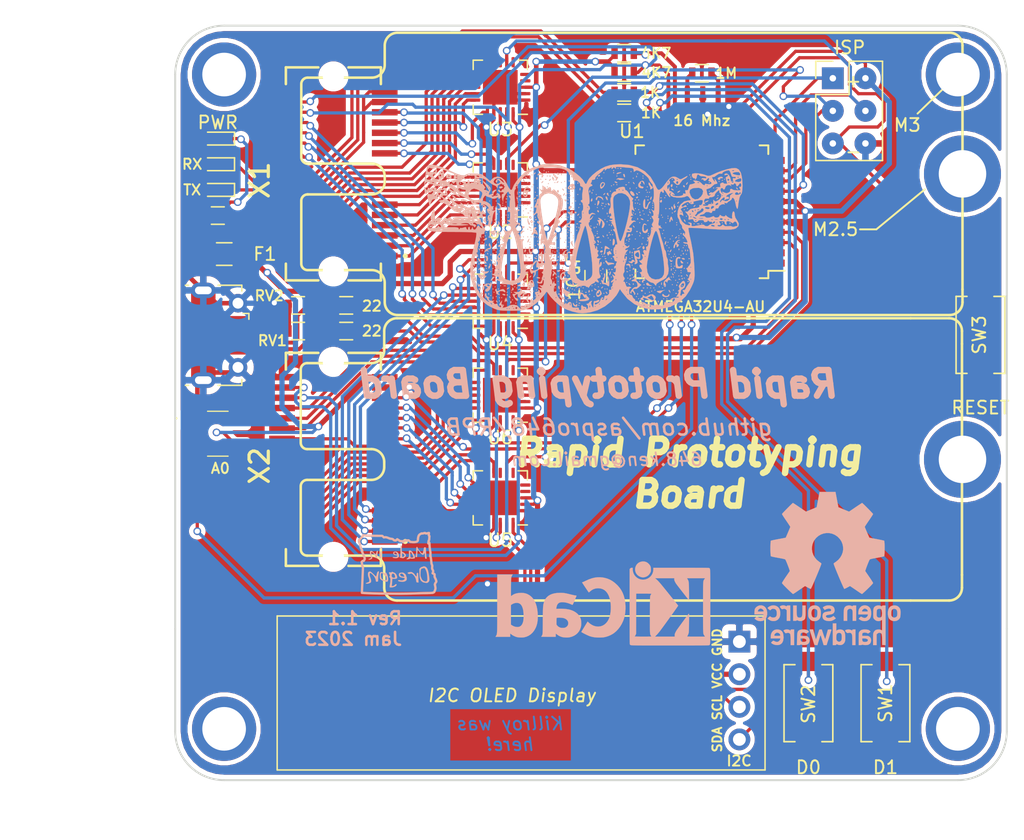
<source format=kicad_pcb>
(kicad_pcb (version 20171130) (host pcbnew "(5.1.12)-1")

  (general
    (thickness 1.6)
    (drawings 30)
    (tracks 1019)
    (zones 0)
    (modules 43)
    (nets 109)
  )

  (page A)
  (title_block
    (title "Beetje 32U4 Blok")
    (date 2018-08-10)
    (rev 0.0)
    (company www.MakersBox.us)
    (comment 1 648.ken@gmail.com)
  )

  (layers
    (0 F.Cu signal)
    (31 B.Cu signal)
    (32 B.Adhes user)
    (33 F.Adhes user)
    (34 B.Paste user)
    (35 F.Paste user)
    (36 B.SilkS user)
    (37 F.SilkS user)
    (38 B.Mask user)
    (39 F.Mask user)
    (40 Dwgs.User user)
    (41 Cmts.User user)
    (42 Eco1.User user)
    (43 Eco2.User user)
    (44 Edge.Cuts user)
    (45 Margin user)
    (46 B.CrtYd user)
    (47 F.CrtYd user)
    (48 B.Fab user)
    (49 F.Fab user)
  )

  (setup
    (last_trace_width 0.254)
    (user_trace_width 0.254)
    (user_trace_width 0.3048)
    (user_trace_width 0.3556)
    (user_trace_width 0.4064)
    (user_trace_width 0.6096)
    (trace_clearance 0.2)
    (zone_clearance 0.35)
    (zone_45_only no)
    (trace_min 0.254)
    (via_size 0.6)
    (via_drill 0.4)
    (via_min_size 0.4)
    (via_min_drill 0.3)
    (uvia_size 0.3)
    (uvia_drill 0.1)
    (uvias_allowed no)
    (uvia_min_size 0.2)
    (uvia_min_drill 0.1)
    (edge_width 0.15)
    (segment_width 0.2)
    (pcb_text_width 0.3)
    (pcb_text_size 1.5 1.5)
    (mod_edge_width 0.15)
    (mod_text_size 1 1)
    (mod_text_width 0.15)
    (pad_size 2.7 2.7)
    (pad_drill 0)
    (pad_to_mask_clearance 0)
    (aux_axis_origin 0 0)
    (visible_elements 7FFFFFFF)
    (pcbplotparams
      (layerselection 0x010f0_ffffffff)
      (usegerberextensions true)
      (usegerberattributes true)
      (usegerberadvancedattributes true)
      (creategerberjobfile false)
      (excludeedgelayer true)
      (linewidth 0.100000)
      (plotframeref false)
      (viasonmask false)
      (mode 1)
      (useauxorigin false)
      (hpglpennumber 1)
      (hpglpenspeed 20)
      (hpglpendiameter 15.000000)
      (psnegative false)
      (psa4output false)
      (plotreference true)
      (plotvalue true)
      (plotinvisibletext false)
      (padsonsilk false)
      (subtractmaskfromsilk false)
      (outputformat 1)
      (mirror false)
      (drillshape 0)
      (scaleselection 1)
      (outputdirectory "gerbers/"))
  )

  (net 0 "")
  (net 1 GND)
  (net 2 /D4)
  (net 3 /D6)
  (net 4 /D8)
  (net 5 /D13)
  (net 6 /D12)
  (net 7 /D10)
  (net 8 /D9)
  (net 9 /D7)
  (net 10 /A0)
  (net 11 /A3)
  (net 12 /A5)
  (net 13 /SCK)
  (net 14 /MOSI)
  (net 15 /MISO)
  (net 16 /D5)
  (net 17 /RXLED)
  (net 18 /TXLED)
  (net 19 /~RESET)
  (net 20 /D+)
  (net 21 /D-)
  (net 22 "Net-(F1-Pad2)")
  (net 23 +5V)
  (net 24 "Net-(D22-Pad1)")
  (net 25 "Net-(D23-Pad1)")
  (net 26 "Net-(J1-Pad2)")
  (net 27 "Net-(J1-Pad3)")
  (net 28 "Net-(D21-Pad1)")
  (net 29 "Net-(R26-Pad2)")
  (net 30 "Net-(R26-Pad1)")
  (net 31 /D3_SCL)
  (net 32 /D2_SDA)
  (net 33 /D0)
  (net 34 /D1)
  (net 35 /D11)
  (net 36 /A1)
  (net 37 /A2)
  (net 38 /A4)
  (net 39 "Net-(J1-Pad4)")
  (net 40 "Net-(LED1-Pad4)")
  (net 41 "Net-(P1-Pad1)")
  (net 42 "Net-(P2-Pad1)")
  (net 43 "Net-(P3-Pad1)")
  (net 44 "Net-(P4-Pad1)")
  (net 45 "Net-(P5-Pad1)")
  (net 46 "Net-(P6-Pad1)")
  (net 47 "Net-(U1-Pad2)")
  (net 48 /AREF)
  (net 49 "Net-(U3-Pad8)")
  (net 50 "Net-(U3-Pad6)")
  (net 51 "Net-(U3-Pad5)")
  (net 52 "Net-(U3-Pad4)")
  (net 53 "Net-(U2-Pad4)")
  (net 54 "Net-(U2-Pad5)")
  (net 55 "Net-(U2-Pad6)")
  (net 56 "Net-(U2-Pad8)")
  (net 57 /01)
  (net 58 /02)
  (net 59 /03)
  (net 60 /04)
  (net 61 /05)
  (net 62 /06)
  (net 63 /07)
  (net 64 /08)
  (net 65 /09)
  (net 66 /10)
  (net 67 /11)
  (net 68 /12)
  (net 69 /13)
  (net 70 /14)
  (net 71 /15)
  (net 72 /16)
  (net 73 /24)
  (net 74 /23)
  (net 75 /22)
  (net 76 /21)
  (net 77 /20)
  (net 78 /19)
  (net 79 /18)
  (net 80 /17)
  (net 81 "Net-(U4-Pad8)")
  (net 82 "Net-(U4-Pad6)")
  (net 83 "Net-(U4-Pad5)")
  (net 84 "Net-(U4-Pad4)")
  (net 85 "Net-(U5-Pad4)")
  (net 86 "Net-(U5-Pad5)")
  (net 87 "Net-(U5-Pad6)")
  (net 88 "Net-(U5-Pad8)")
  (net 89 /25)
  (net 90 /26)
  (net 91 /27)
  (net 92 /28)
  (net 93 /29)
  (net 94 /30)
  (net 95 /31)
  (net 96 /32)
  (net 97 /40)
  (net 98 /39)
  (net 99 /38)
  (net 100 /37)
  (net 101 /36)
  (net 102 /35)
  (net 103 /34)
  (net 104 /33)
  (net 105 "Net-(U6-Pad8)")
  (net 106 "Net-(U6-Pad6)")
  (net 107 "Net-(U6-Pad5)")
  (net 108 "Net-(U6-Pad4)")

  (net_class Default "This is the default net class."
    (clearance 0.2)
    (trace_width 0.254)
    (via_dia 0.6)
    (via_drill 0.4)
    (uvia_dia 0.3)
    (uvia_drill 0.1)
    (diff_pair_width 0.254)
    (diff_pair_gap 0.25)
    (add_net +5V)
    (add_net /01)
    (add_net /02)
    (add_net /03)
    (add_net /04)
    (add_net /05)
    (add_net /06)
    (add_net /07)
    (add_net /08)
    (add_net /09)
    (add_net /10)
    (add_net /11)
    (add_net /12)
    (add_net /13)
    (add_net /14)
    (add_net /15)
    (add_net /16)
    (add_net /17)
    (add_net /18)
    (add_net /19)
    (add_net /20)
    (add_net /21)
    (add_net /22)
    (add_net /23)
    (add_net /24)
    (add_net /25)
    (add_net /26)
    (add_net /27)
    (add_net /28)
    (add_net /29)
    (add_net /30)
    (add_net /31)
    (add_net /32)
    (add_net /33)
    (add_net /34)
    (add_net /35)
    (add_net /36)
    (add_net /37)
    (add_net /38)
    (add_net /39)
    (add_net /40)
    (add_net /A0)
    (add_net /A1)
    (add_net /A2)
    (add_net /A3)
    (add_net /A4)
    (add_net /A5)
    (add_net /AREF)
    (add_net /D+)
    (add_net /D-)
    (add_net /D0)
    (add_net /D1)
    (add_net /D10)
    (add_net /D11)
    (add_net /D12)
    (add_net /D13)
    (add_net /D2_SDA)
    (add_net /D3_SCL)
    (add_net /D4)
    (add_net /D5)
    (add_net /D6)
    (add_net /D7)
    (add_net /D8)
    (add_net /D9)
    (add_net /MISO)
    (add_net /MOSI)
    (add_net /RXLED)
    (add_net /SCK)
    (add_net /TXLED)
    (add_net /~RESET)
    (add_net GND)
    (add_net "Net-(D21-Pad1)")
    (add_net "Net-(D22-Pad1)")
    (add_net "Net-(D23-Pad1)")
    (add_net "Net-(F1-Pad2)")
    (add_net "Net-(J1-Pad2)")
    (add_net "Net-(J1-Pad3)")
    (add_net "Net-(J1-Pad4)")
    (add_net "Net-(LED1-Pad4)")
    (add_net "Net-(P1-Pad1)")
    (add_net "Net-(P2-Pad1)")
    (add_net "Net-(P3-Pad1)")
    (add_net "Net-(P4-Pad1)")
    (add_net "Net-(P5-Pad1)")
    (add_net "Net-(P6-Pad1)")
    (add_net "Net-(R26-Pad1)")
    (add_net "Net-(R26-Pad2)")
    (add_net "Net-(U1-Pad2)")
    (add_net "Net-(U2-Pad4)")
    (add_net "Net-(U2-Pad5)")
    (add_net "Net-(U2-Pad6)")
    (add_net "Net-(U2-Pad8)")
    (add_net "Net-(U3-Pad4)")
    (add_net "Net-(U3-Pad5)")
    (add_net "Net-(U3-Pad6)")
    (add_net "Net-(U3-Pad8)")
    (add_net "Net-(U4-Pad4)")
    (add_net "Net-(U4-Pad5)")
    (add_net "Net-(U4-Pad6)")
    (add_net "Net-(U4-Pad8)")
    (add_net "Net-(U5-Pad4)")
    (add_net "Net-(U5-Pad5)")
    (add_net "Net-(U5-Pad6)")
    (add_net "Net-(U5-Pad8)")
    (add_net "Net-(U6-Pad4)")
    (add_net "Net-(U6-Pad5)")
    (add_net "Net-(U6-Pad6)")
    (add_net "Net-(U6-Pad8)")
  )

  (module footprints:PinHeader_1x04_P2.54mm_Vertical (layer F.Cu) (tedit 63CC6AF2) (tstamp 63CEA953)
    (at 150.622 124.206)
    (descr "Through hole straight pin header, 1x04, 2.54mm pitch, single row")
    (tags "Through hole pin header THT 1x04 2.54mm single row")
    (path /63E31BA0)
    (fp_text reference J3 (at 0 -2.33) (layer F.Fab)
      (effects (font (size 1 1) (thickness 0.15)))
    )
    (fp_text value I2C (at -0.022 9.294) (layer F.SilkS)
      (effects (font (size 0.8 0.8) (thickness 0.15)))
    )
    (fp_line (start 1.8 -1.8) (end -1.8 -1.8) (layer F.CrtYd) (width 0.05))
    (fp_line (start 1.8 9.4) (end 1.8 -1.8) (layer F.CrtYd) (width 0.05))
    (fp_line (start -1.8 9.4) (end 1.8 9.4) (layer F.CrtYd) (width 0.05))
    (fp_line (start -1.8 -1.8) (end -1.8 9.4) (layer F.CrtYd) (width 0.05))
    (fp_line (start -1.27 -0.635) (end -0.635 -1.27) (layer F.Fab) (width 0.1))
    (fp_line (start -1.27 8.89) (end -1.27 -0.635) (layer F.Fab) (width 0.1))
    (fp_line (start 1.27 8.89) (end -1.27 8.89) (layer F.Fab) (width 0.1))
    (fp_line (start 1.27 -1.27) (end 1.27 8.89) (layer F.Fab) (width 0.1))
    (fp_line (start -0.635 -1.27) (end 1.27 -1.27) (layer F.Fab) (width 0.1))
    (fp_text user %R (at 0 3.81 90) (layer F.Fab)
      (effects (font (size 1 1) (thickness 0.15)))
    )
    (fp_line (start 2 10) (end 2 -2) (layer F.SilkS) (width 0.12))
    (fp_line (start 2 -2) (end -36 -2) (layer F.SilkS) (width 0.12))
    (fp_line (start -36 -2) (end -36 10) (layer F.SilkS) (width 0.12))
    (fp_line (start -36 10) (end 2 10) (layer F.SilkS) (width 0.12))
    (pad 1 thru_hole rect (at 0 0) (size 1.7 1.7) (drill 1) (layers *.Cu *.Mask)
      (net 1 GND))
    (pad 2 thru_hole oval (at 0 2.54) (size 1.7 1.7) (drill 1) (layers *.Cu *.Mask)
      (net 23 +5V))
    (pad 3 thru_hole oval (at 0 5.08) (size 1.7 1.7) (drill 1) (layers *.Cu *.Mask)
      (net 31 /D3_SCL))
    (pad 4 thru_hole oval (at 0 7.62) (size 1.7 1.7) (drill 1) (layers *.Cu *.Mask)
      (net 32 /D2_SDA))
    (model ${KISYS3DMOD}/Connector_PinHeader_2.54mm.3dshapes/PinHeader_1x04_P2.54mm_Vertical.wrl
      (at (xyz 0 0 0))
      (scale (xyz 1 1 1))
      (rotate (xyz 0 0 0))
    )
  )

  (module footprints:MEC8-113-CARD_2outline locked (layer F.Cu) (tedit 637EA855) (tstamp 63CBABE2)
    (at 116.5 97.75 90)
    (path /63748B06)
    (fp_text reference CardOutline2 (at 4.375 -1.25 90) (layer F.Fab)
      (effects (font (size 1 1) (thickness 0.15)))
    )
    (fp_text value SYM_Arrow_Large (at 10.9 -1 90) (layer F.Fab)
      (effects (font (size 1 1) (thickness 0.15)))
    )
    (fp_line (start -1 47.5) (end -1 7.5) (layer F.SilkS) (width 0.2))
    (fp_line (start 21 7.5) (end 21 47.5) (layer F.SilkS) (width 0.2))
    (fp_line (start 11.5 51.5) (end 19 51.5) (layer F.SilkS) (width 0.2))
    (fp_line (start 8.5 51.5) (end 1 51.5) (layer F.SilkS) (width 0.2))
    (fp_line (start 10 11.5) (end 10 48.5) (layer Dwgs.User) (width 0.12))
    (fp_line (start 1 6.5) (end 1.5 6.5) (layer F.SilkS) (width 0.2))
    (fp_line (start 18.5 6.5) (end 19 6.5) (layer F.SilkS) (width 0.2))
    (fp_line (start 17.5 0.5) (end 17.5 5.5) (layer F.SilkS) (width 0.2))
    (fp_line (start 2.5 0.5) (end 2.5 5.5) (layer F.SilkS) (width 0.2))
    (fp_line (start 8.4 0.5) (end 8.4 5.5) (layer F.SilkS) (width 0.2))
    (fp_line (start 10.8 5.5) (end 10.8 0.5) (layer F.SilkS) (width 0.2))
    (fp_line (start 9.4 6.5) (end 9.8 6.5) (layer F.SilkS) (width 0.2))
    (fp_line (start 3 0) (end 7.9 0) (layer F.SilkS) (width 0.2))
    (fp_line (start 17 0) (end 11.3 0) (layer F.SilkS) (width 0.2))
    (fp_line (start 0 6.5) (end 1 6.5) (layer F.SilkS) (width 0.2))
    (fp_line (start 19 6.5) (end 20 6.5) (layer F.SilkS) (width 0.2))
    (fp_line (start -1 50.5) (end -1 47.5) (layer F.SilkS) (width 0.2))
    (fp_line (start 0 51.5) (end 1 51.5) (layer F.SilkS) (width 0.2))
    (fp_line (start 19 51.5) (end 20 51.5) (layer F.SilkS) (width 0.2))
    (fp_line (start 21 50.5) (end 21 47.5) (layer F.SilkS) (width 0.2))
    (fp_arc (start 10 51.5) (end 13.5 51.5) (angle -180) (layer Dwgs.User) (width 0.12))
    (fp_arc (start 3 0.5) (end 3 0) (angle -90) (layer F.SilkS) (width 0.2))
    (fp_arc (start 17 0.5) (end 17.5 0.5) (angle -90) (layer F.SilkS) (width 0.2))
    (fp_arc (start 11.3 0.5) (end 11.3 0) (angle -90) (layer F.SilkS) (width 0.2))
    (fp_arc (start 7.9 0.5) (end 8.4 0.5) (angle -90) (layer F.SilkS) (width 0.2))
    (fp_arc (start 9.8 5.5) (end 9.8 6.5) (angle -90) (layer F.SilkS) (width 0.2))
    (fp_arc (start 9.4 5.5) (end 8.4 5.5) (angle -90) (layer F.SilkS) (width 0.2))
    (fp_arc (start 1.5 5.5) (end 1.5 6.5) (angle -90) (layer F.SilkS) (width 0.2))
    (fp_arc (start 18.5 5.5) (end 17.5 5.5) (angle -90) (layer F.SilkS) (width 0.2))
    (fp_arc (start 20 7.5) (end 21 7.5) (angle -90) (layer F.SilkS) (width 0.2))
    (fp_arc (start 0 7.5) (end 0 6.5) (angle -90) (layer F.SilkS) (width 0.2))
    (fp_arc (start 0 50.5) (end -1 50.5) (angle -90) (layer F.SilkS) (width 0.2))
    (fp_arc (start 20 50.5) (end 20 51.5) (angle -90) (layer F.SilkS) (width 0.2))
    (fp_arc (start 10 51.5) (end 11.5 51.5) (angle -180) (layer F.SilkS) (width 0.2))
  )

  (module footprints:R_0603 (layer F.Cu) (tedit 636FC042) (tstamp 63CCB7C3)
    (at 141.65 78.35 180)
    (descr "Resistor SMD 0603, reflow soldering, Vishay (see dcrcw.pdf)")
    (tags "resistor 0603")
    (path /63C57C78)
    (attr smd)
    (fp_text reference R28 (at 1.905 0 180) (layer Dwgs.User)
      (effects (font (size 1 1) (thickness 0.15)))
    )
    (fp_text value 4K7 (at -2.5 -1.5 180) (layer F.SilkS)
      (effects (font (size 0.8 0.8) (thickness 0.15)))
    )
    (fp_line (start -0.8 0.4) (end -0.8 -0.4) (layer F.Fab) (width 0.1))
    (fp_line (start 0.8 0.4) (end -0.8 0.4) (layer F.Fab) (width 0.1))
    (fp_line (start 0.8 -0.4) (end 0.8 0.4) (layer F.Fab) (width 0.1))
    (fp_line (start -0.8 -0.4) (end 0.8 -0.4) (layer F.Fab) (width 0.1))
    (fp_line (start 0.5 0.68) (end -0.5 0.68) (layer F.SilkS) (width 0.12))
    (fp_line (start -0.5 -0.68) (end 0.5 -0.68) (layer F.SilkS) (width 0.12))
    (fp_line (start -1.25 -0.7) (end 1.25 -0.7) (layer F.CrtYd) (width 0.05))
    (fp_line (start -1.25 -0.7) (end -1.25 0.7) (layer F.CrtYd) (width 0.05))
    (fp_line (start 1.25 0.7) (end 1.25 -0.7) (layer F.CrtYd) (width 0.05))
    (fp_line (start 1.25 0.7) (end -1.25 0.7) (layer F.CrtYd) (width 0.05))
    (fp_text user %R (at 0 0 180) (layer F.Fab)
      (effects (font (size 0.4 0.4) (thickness 0.075)))
    )
    (pad 2 smd rect (at 0.75 0 180) (size 0.5 0.9) (layers F.Cu F.Paste F.Mask)
      (net 23 +5V))
    (pad 1 smd rect (at -0.75 0 180) (size 0.5 0.9) (layers F.Cu F.Paste F.Mask)
      (net 31 /D3_SCL))
    (model ${KIPRJMOD}/3D/R_0603_1608Metric.step
      (at (xyz 0 0 0))
      (scale (xyz 1 1 1))
      (rotate (xyz 0 0 0))
    )
  )

  (module Package_DFN_QFN:QFN-20-1EP_4x4mm_P0.5mm_EP2.7x2.7mm (layer F.Cu) (tedit 63CC3BF1) (tstamp 63CB2E4F)
    (at 132 113 180)
    (descr "QFN, 20 Pin (https://www.silabs.com/documents/public/data-sheets/Si5351-B.pdf), generated with kicad-footprint-generator ipc_noLead_generator.py")
    (tags "QFN NoLead")
    (path /63F764B4)
    (attr smd)
    (fp_text reference U5 (at 0 -3.3 180) (layer F.SilkS)
      (effects (font (size 1 1) (thickness 0.15)))
    )
    (fp_text value MCP23008-xML (at 0 3.3 180) (layer F.Fab)
      (effects (font (size 1 1) (thickness 0.15)))
    )
    (fp_line (start 1.385 -2.11) (end 2.11 -2.11) (layer F.SilkS) (width 0.12))
    (fp_line (start 2.11 -2.11) (end 2.11 -1.385) (layer F.SilkS) (width 0.12))
    (fp_line (start -1.385 2.11) (end -2.11 2.11) (layer F.SilkS) (width 0.12))
    (fp_line (start -2.11 2.11) (end -2.11 1.385) (layer F.SilkS) (width 0.12))
    (fp_line (start 1.385 2.11) (end 2.11 2.11) (layer F.SilkS) (width 0.12))
    (fp_line (start 2.11 2.11) (end 2.11 1.385) (layer F.SilkS) (width 0.12))
    (fp_line (start -1.385 -2.11) (end -2.11 -2.11) (layer F.SilkS) (width 0.12))
    (fp_line (start -1 -2) (end 2 -2) (layer F.Fab) (width 0.1))
    (fp_line (start 2 -2) (end 2 2) (layer F.Fab) (width 0.1))
    (fp_line (start 2 2) (end -2 2) (layer F.Fab) (width 0.1))
    (fp_line (start -2 2) (end -2 -1) (layer F.Fab) (width 0.1))
    (fp_line (start -2 -1) (end -1 -2) (layer F.Fab) (width 0.1))
    (fp_line (start -2.6 -2.6) (end -2.6 2.6) (layer F.CrtYd) (width 0.05))
    (fp_line (start -2.6 2.6) (end 2.6 2.6) (layer F.CrtYd) (width 0.05))
    (fp_line (start 2.6 2.6) (end 2.6 -2.6) (layer F.CrtYd) (width 0.05))
    (fp_line (start 2.6 -2.6) (end -2.6 -2.6) (layer F.CrtYd) (width 0.05))
    (fp_text user %R (at 0 0 180) (layer F.Fab)
      (effects (font (size 1 1) (thickness 0.15)))
    )
    (pad 1 smd roundrect (at -1.95 -1 180) (size 0.8 0.25) (layers F.Cu F.Paste F.Mask) (roundrect_rratio 0.25)
      (net 1 GND))
    (pad 2 smd roundrect (at -1.95 -0.5 180) (size 0.8 0.25) (layers F.Cu F.Paste F.Mask) (roundrect_rratio 0.25)
      (net 23 +5V))
    (pad 3 smd roundrect (at -1.95 0 180) (size 0.8 0.25) (layers F.Cu F.Paste F.Mask) (roundrect_rratio 0.25)
      (net 23 +5V))
    (pad 4 smd roundrect (at -1.95 0.5 180) (size 0.8 0.25) (layers F.Cu F.Paste F.Mask) (roundrect_rratio 0.25)
      (net 85 "Net-(U5-Pad4)"))
    (pad 5 smd roundrect (at -1.95 1 180) (size 0.8 0.25) (layers F.Cu F.Paste F.Mask) (roundrect_rratio 0.25)
      (net 86 "Net-(U5-Pad5)"))
    (pad 6 smd roundrect (at -1 1.95 180) (size 0.25 0.8) (layers F.Cu F.Paste F.Mask) (roundrect_rratio 0.25)
      (net 87 "Net-(U5-Pad6)"))
    (pad 7 smd roundrect (at -0.5 1.95 180) (size 0.25 0.8) (layers F.Cu F.Paste F.Mask) (roundrect_rratio 0.25)
      (net 8 /D9))
    (pad 8 smd roundrect (at 0 1.95 180) (size 0.25 0.8) (layers F.Cu F.Paste F.Mask) (roundrect_rratio 0.25)
      (net 88 "Net-(U5-Pad8)"))
    (pad 9 smd roundrect (at 0.5 1.95 180) (size 0.25 0.8) (layers F.Cu F.Paste F.Mask) (roundrect_rratio 0.25)
      (net 96 /32))
    (pad 10 smd roundrect (at 1 1.95 180) (size 0.25 0.8) (layers F.Cu F.Paste F.Mask) (roundrect_rratio 0.25)
      (net 95 /31))
    (pad 11 smd roundrect (at 1.95 1 180) (size 0.8 0.25) (layers F.Cu F.Paste F.Mask) (roundrect_rratio 0.25)
      (net 94 /30))
    (pad 12 smd roundrect (at 1.95 0.5 180) (size 0.8 0.25) (layers F.Cu F.Paste F.Mask) (roundrect_rratio 0.25)
      (net 93 /29))
    (pad 13 smd roundrect (at 1.95 0 180) (size 0.8 0.25) (layers F.Cu F.Paste F.Mask) (roundrect_rratio 0.25)
      (net 92 /28))
    (pad 14 smd roundrect (at 1.95 -0.5 180) (size 0.8 0.25) (layers F.Cu F.Paste F.Mask) (roundrect_rratio 0.25)
      (net 91 /27))
    (pad 15 smd roundrect (at 1.95 -1 180) (size 0.8 0.25) (layers F.Cu F.Paste F.Mask) (roundrect_rratio 0.25)
      (net 90 /26))
    (pad 16 smd roundrect (at 1 -1.95 180) (size 0.25 0.8) (layers F.Cu F.Paste F.Mask) (roundrect_rratio 0.25)
      (net 89 /25))
    (pad 17 smd roundrect (at 0.5 -1.95 180) (size 0.25 0.8) (layers F.Cu F.Paste F.Mask) (roundrect_rratio 0.25)
      (net 1 GND))
    (pad 18 smd roundrect (at 0 -1.95 180) (size 0.25 0.8) (layers F.Cu F.Paste F.Mask) (roundrect_rratio 0.25)
      (net 23 +5V))
    (pad 19 smd roundrect (at -0.5 -1.95 180) (size 0.25 0.8) (layers F.Cu F.Paste F.Mask) (roundrect_rratio 0.25)
      (net 31 /D3_SCL))
    (pad 20 smd roundrect (at -1 -1.95 180) (size 0.25 0.8) (layers F.Cu F.Paste F.Mask) (roundrect_rratio 0.25)
      (net 32 /D2_SDA))
    (pad 17 smd rect (at 0 0 180) (size 2.7 2.7) (layers F.Cu F.Mask)
      (net 1 GND))
    (pad "" smd roundrect (at -0.675 -0.675 180) (size 1.09 1.09) (layers F.Paste) (roundrect_rratio 0.229358))
    (pad "" smd roundrect (at -0.675 0.675 180) (size 1.09 1.09) (layers F.Paste) (roundrect_rratio 0.229358))
    (pad "" smd roundrect (at 0.675 -0.675 180) (size 1.09 1.09) (layers F.Paste) (roundrect_rratio 0.229358))
    (pad "" smd roundrect (at 0.675 0.675 180) (size 1.09 1.09) (layers F.Paste) (roundrect_rratio 0.229358))
    (model ${KISYS3DMOD}/Package_DFN_QFN.3dshapes/QFN-20-1EP_4x4mm_P0.5mm_EP2.7x2.7mm.wrl
      (at (xyz 0 0 0))
      (scale (xyz 1 1 1))
      (rotate (xyz 0 0 0))
    )
  )

  (module footprints:SAMTEC_MEC8-113-TOP-BOTTOM (layer F.Cu) (tedit 63786631) (tstamp 63CBAA57)
    (at 119 87.75 90)
    (path /63791FF3)
    (fp_text reference X1 (at -0.5 -5.75 90) (layer F.SilkS)
      (effects (font (size 1.5 1.5) (thickness 0.25)))
    )
    (fp_text value MEC8-113 (at 8.21 6.135 90) (layer F.Fab)
      (effects (font (size 1 1) (thickness 0.15)))
    )
    (fp_line (start -8.3 -3.7) (end -8.3 3.7) (layer F.Fab) (width 0.1))
    (fp_line (start -8.3 3.7) (end 8.3 3.7) (layer F.Fab) (width 0.1))
    (fp_line (start 8.3 3.7) (end 8.3 -3.7) (layer F.Fab) (width 0.1))
    (fp_line (start 8.3 -3.7) (end -8.3 -3.7) (layer F.Fab) (width 0.1))
    (fp_circle (center -6.4 5.6) (end -6.3 5.6) (layer F.SilkS) (width 0.2))
    (fp_circle (center -6.4 5.6) (end -6.3 5.6) (layer F.Fab) (width 0.2))
    (fp_line (start -8.3 -3.7) (end -8.3 -1.175) (layer F.SilkS) (width 0.2))
    (fp_line (start -8.3 1.175) (end -8.3 3.7) (layer F.SilkS) (width 0.2))
    (fp_line (start -8.3 3.7) (end -7 3.7) (layer F.SilkS) (width 0.2))
    (fp_line (start 7 3.7) (end 8.3 3.7) (layer F.SilkS) (width 0.2))
    (fp_line (start 8.3 3.7) (end 8.3 1.175) (layer F.SilkS) (width 0.2))
    (fp_line (start 8.3 -1.175) (end 8.3 -3.7) (layer F.SilkS) (width 0.2))
    (fp_line (start 8.3 -3.7) (end 7 -3.7) (layer F.SilkS) (width 0.2))
    (fp_line (start -7 -3.7) (end -8.3 -3.7) (layer F.SilkS) (width 0.2))
    (fp_line (start -8.675 -5.25) (end -8.675 5.25) (layer F.CrtYd) (width 0.05))
    (fp_line (start -8.675 5.25) (end 8.675 5.25) (layer F.CrtYd) (width 0.05))
    (fp_line (start 8.675 5.25) (end 8.675 -5.25) (layer F.CrtYd) (width 0.05))
    (fp_line (start 8.675 -5.25) (end -8.675 -5.25) (layer F.CrtYd) (width 0.05))
    (pad 1 smd rect (at -6.4 4 90) (size 0.5 2) (layers F.Cu F.Paste F.Mask)
      (net 57 /01))
    (pad 14 smd rect (at -6.4 -4 90) (size 0.5 2) (layers F.Cu F.Paste F.Mask)
      (net 67 /11))
    (pad 2 smd rect (at -5.6 4 90) (size 0.5 2) (layers F.Cu F.Paste F.Mask)
      (net 58 /02))
    (pad 15 smd rect (at -5.6 -4 90) (size 0.5 2) (layers F.Cu F.Paste F.Mask)
      (net 68 /12))
    (pad 3 smd rect (at -4.8 4 90) (size 0.5 2) (layers F.Cu F.Paste F.Mask)
      (net 59 /03))
    (pad 16 smd rect (at -4.8 -4 90) (size 0.5 2) (layers F.Cu F.Paste F.Mask)
      (net 69 /13))
    (pad 4 smd rect (at -4 4 90) (size 0.5 2) (layers F.Cu F.Paste F.Mask)
      (net 60 /04))
    (pad 17 smd rect (at -4 -4 90) (size 0.5 2) (layers F.Cu F.Paste F.Mask)
      (net 70 /14))
    (pad 5 smd rect (at -3.2 4 90) (size 0.5 2) (layers F.Cu F.Paste F.Mask)
      (net 61 /05))
    (pad 18 smd rect (at -3.2 -4 90) (size 0.5 2) (layers F.Cu F.Paste F.Mask)
      (net 71 /15))
    (pad 6 smd rect (at -2.4 4 90) (size 0.5 2) (layers F.Cu F.Paste F.Mask)
      (net 62 /06))
    (pad 19 smd rect (at -2.4 -4 90) (size 0.5 2) (layers F.Cu F.Paste F.Mask)
      (net 72 /16))
    (pad 7 smd rect (at 1.6 4 90) (size 0.5 2) (layers F.Cu F.Paste F.Mask)
      (net 63 /07))
    (pad 20 smd rect (at 1.6 -4 90) (size 0.5 2) (layers F.Cu F.Paste F.Mask)
      (net 80 /17))
    (pad 8 smd rect (at 2.4 4 90) (size 0.5 2) (layers F.Cu F.Paste F.Mask)
      (net 64 /08))
    (pad 21 smd rect (at 2.4 -4 90) (size 0.5 2) (layers F.Cu F.Paste F.Mask)
      (net 79 /18))
    (pad 9 smd rect (at 3.2 4 90) (size 0.5 2) (layers F.Cu F.Paste F.Mask)
      (net 65 /09))
    (pad 22 smd rect (at 3.2 -4 90) (size 0.5 2) (layers F.Cu F.Paste F.Mask)
      (net 78 /19))
    (pad 10 smd rect (at 4 4 90) (size 0.5 2) (layers F.Cu F.Paste F.Mask)
      (net 66 /10))
    (pad 23 smd rect (at 4 -4 90) (size 0.5 2) (layers F.Cu F.Paste F.Mask)
      (net 77 /20))
    (pad None np_thru_hole circle (at -7.6 0 90) (size 1.65 1.65) (drill 1.65) (layers *.Cu *.Mask))
    (pad None np_thru_hole circle (at 7.6 0 90) (size 1.65 1.65) (drill 1.65) (layers *.Cu *.Mask))
    (pad 11 smd rect (at 4.8 4 90) (size 0.5 2) (layers F.Cu F.Paste F.Mask)
      (net 10 /A0))
    (pad 24 smd rect (at 4.8 -4 90) (size 0.5 2) (layers F.Cu F.Paste F.Mask)
      (net 31 /D3_SCL))
    (pad 12 smd rect (at 5.6 4 90) (size 0.5 2) (layers F.Cu F.Paste F.Mask)
      (net 23 +5V))
    (pad 25 smd rect (at 5.6 -4 90) (size 0.5 2) (layers F.Cu F.Paste F.Mask)
      (net 32 /D2_SDA))
    (pad 13 smd rect (at 6.4 4 90) (size 0.5 2) (layers F.Cu F.Paste F.Mask)
      (net 23 +5V))
    (pad 26 smd rect (at 6.4 -4 90) (size 0.5 2) (layers F.Cu F.Paste F.Mask)
      (net 1 GND))
    (model ${KIPRJMOD}/3D/mec8-113-02-l-d-ra1.stp
      (offset (xyz -8 0 0))
      (scale (xyz 1 1 1))
      (rotate (xyz -90 0 0))
    )
  )

  (module footprints:R_0603 (layer F.Cu) (tedit 636FC042) (tstamp 6370DA34)
    (at 110 91 180)
    (descr "Resistor SMD 0603, reflow soldering, Vishay (see dcrcw.pdf)")
    (tags "resistor 0603")
    (path /5B91AE4B)
    (attr smd)
    (fp_text reference R21 (at -2.54 0 180) (layer Dwgs.User)
      (effects (font (size 1 1) (thickness 0.15)))
    )
    (fp_text value 1K (at -2.5 0 180) (layer F.SilkS) hide
      (effects (font (size 0.8 0.8) (thickness 0.15)))
    )
    (fp_line (start -0.8 0.4) (end -0.8 -0.4) (layer F.Fab) (width 0.1))
    (fp_line (start 0.8 0.4) (end -0.8 0.4) (layer F.Fab) (width 0.1))
    (fp_line (start 0.8 -0.4) (end 0.8 0.4) (layer F.Fab) (width 0.1))
    (fp_line (start -0.8 -0.4) (end 0.8 -0.4) (layer F.Fab) (width 0.1))
    (fp_line (start 0.5 0.68) (end -0.5 0.68) (layer F.SilkS) (width 0.12))
    (fp_line (start -0.5 -0.68) (end 0.5 -0.68) (layer F.SilkS) (width 0.12))
    (fp_line (start -1.25 -0.7) (end 1.25 -0.7) (layer F.CrtYd) (width 0.05))
    (fp_line (start -1.25 -0.7) (end -1.25 0.7) (layer F.CrtYd) (width 0.05))
    (fp_line (start 1.25 0.7) (end 1.25 -0.7) (layer F.CrtYd) (width 0.05))
    (fp_line (start 1.25 0.7) (end -1.25 0.7) (layer F.CrtYd) (width 0.05))
    (fp_text user %R (at 0 0 180) (layer F.Fab)
      (effects (font (size 0.4 0.4) (thickness 0.075)))
    )
    (pad 2 smd rect (at 0.75 0 180) (size 0.5 0.9) (layers F.Cu F.Paste F.Mask)
      (net 1 GND))
    (pad 1 smd rect (at -0.75 0 180) (size 0.5 0.9) (layers F.Cu F.Paste F.Mask)
      (net 28 "Net-(D21-Pad1)"))
    (model ${KIPRJMOD}/3D/R_0603_1608Metric.step
      (at (xyz 0 0 0))
      (scale (xyz 1 1 1))
      (rotate (xyz 0 0 0))
    )
  )

  (module footprints:R_0603 (layer F.Cu) (tedit 636FC042) (tstamp 637A4BCE)
    (at 141.65 79.85 180)
    (descr "Resistor SMD 0603, reflow soldering, Vishay (see dcrcw.pdf)")
    (tags "resistor 0603")
    (path /63C58743)
    (attr smd)
    (fp_text reference R27 (at 1.905 0 180) (layer Dwgs.User)
      (effects (font (size 1 1) (thickness 0.15)))
    )
    (fp_text value 4K7 (at -2.5 1.5 180) (layer F.SilkS)
      (effects (font (size 0.8 0.8) (thickness 0.15)))
    )
    (fp_line (start 1.25 0.7) (end -1.25 0.7) (layer F.CrtYd) (width 0.05))
    (fp_line (start 1.25 0.7) (end 1.25 -0.7) (layer F.CrtYd) (width 0.05))
    (fp_line (start -1.25 -0.7) (end -1.25 0.7) (layer F.CrtYd) (width 0.05))
    (fp_line (start -1.25 -0.7) (end 1.25 -0.7) (layer F.CrtYd) (width 0.05))
    (fp_line (start -0.5 -0.68) (end 0.5 -0.68) (layer F.SilkS) (width 0.12))
    (fp_line (start 0.5 0.68) (end -0.5 0.68) (layer F.SilkS) (width 0.12))
    (fp_line (start -0.8 -0.4) (end 0.8 -0.4) (layer F.Fab) (width 0.1))
    (fp_line (start 0.8 -0.4) (end 0.8 0.4) (layer F.Fab) (width 0.1))
    (fp_line (start 0.8 0.4) (end -0.8 0.4) (layer F.Fab) (width 0.1))
    (fp_line (start -0.8 0.4) (end -0.8 -0.4) (layer F.Fab) (width 0.1))
    (fp_text user %R (at 0 0 180) (layer F.Fab)
      (effects (font (size 0.4 0.4) (thickness 0.075)))
    )
    (pad 1 smd rect (at -0.75 0 180) (size 0.5 0.9) (layers F.Cu F.Paste F.Mask)
      (net 32 /D2_SDA))
    (pad 2 smd rect (at 0.75 0 180) (size 0.5 0.9) (layers F.Cu F.Paste F.Mask)
      (net 23 +5V))
    (model ${KIPRJMOD}/3D/R_0603_1608Metric.step
      (at (xyz 0 0 0))
      (scale (xyz 1 1 1))
      (rotate (xyz 0 0 0))
    )
  )

  (module footprints:Pin_Header_Straight_2x03_Pitch2.54mm (layer F.Cu) (tedit 637975D3) (tstamp 636F121A)
    (at 157.9 80.3)
    (descr "Through hole straight pin header, 2x03, 2.54mm pitch, double rows")
    (tags "Through hole pin header THT 2x03 2.54mm double row")
    (path /636F3416)
    (fp_text reference J2 (at 1.27 -2.33) (layer F.SilkS) hide
      (effects (font (size 1 1) (thickness 0.15)))
    )
    (fp_text value ISP (at 1.31 -2.395) (layer F.SilkS)
      (effects (font (size 1 1) (thickness 0.15)))
    )
    (fp_line (start 0 -1.27) (end 3.81 -1.27) (layer F.Fab) (width 0.1))
    (fp_line (start 3.81 -1.27) (end 3.81 6.35) (layer F.Fab) (width 0.1))
    (fp_line (start 3.81 6.35) (end -1.27 6.35) (layer F.Fab) (width 0.1))
    (fp_line (start -1.27 6.35) (end -1.27 0) (layer F.Fab) (width 0.1))
    (fp_line (start -1.27 0) (end 0 -1.27) (layer F.Fab) (width 0.1))
    (fp_line (start -1.33 6.41) (end 3.87 6.41) (layer F.SilkS) (width 0.12))
    (fp_line (start -1.33 1.27) (end -1.33 6.41) (layer F.SilkS) (width 0.12))
    (fp_line (start 3.87 -1.33) (end 3.87 6.41) (layer F.SilkS) (width 0.12))
    (fp_line (start -1.33 1.27) (end 1.27 1.27) (layer F.SilkS) (width 0.12))
    (fp_line (start 1.27 1.27) (end 1.27 -1.33) (layer F.SilkS) (width 0.12))
    (fp_line (start 1.27 -1.33) (end 3.87 -1.33) (layer F.SilkS) (width 0.12))
    (fp_line (start -1.33 0) (end -1.33 -1.33) (layer F.SilkS) (width 0.12))
    (fp_line (start -1.33 -1.33) (end 0 -1.33) (layer F.SilkS) (width 0.12))
    (fp_line (start -1.8 -1.8) (end -1.8 6.85) (layer F.CrtYd) (width 0.05))
    (fp_line (start -1.8 6.85) (end 4.35 6.85) (layer F.CrtYd) (width 0.05))
    (fp_line (start 4.35 6.85) (end 4.35 -1.8) (layer F.CrtYd) (width 0.05))
    (fp_line (start 4.35 -1.8) (end -1.8 -1.8) (layer F.CrtYd) (width 0.05))
    (fp_text user %R (at 1.27 2.54 90) (layer F.Fab)
      (effects (font (size 1 1) (thickness 0.15)))
    )
    (pad 6 thru_hole oval (at 2.54 5.08) (size 1.7 1.7) (drill 0.508) (layers *.Cu F.Mask)
      (net 1 GND))
    (pad 5 thru_hole oval (at 0 5.08) (size 1.7 1.7) (drill 0.508) (layers *.Cu F.Mask)
      (net 19 /~RESET))
    (pad 4 thru_hole oval (at 2.54 2.54) (size 1.7 1.7) (drill 0.508) (layers *.Cu F.Mask)
      (net 14 /MOSI))
    (pad 3 thru_hole oval (at 0 2.54) (size 1.7 1.7) (drill 0.508) (layers *.Cu F.Mask)
      (net 13 /SCK))
    (pad 2 thru_hole oval (at 2.54 0) (size 1.7 1.7) (drill 0.508) (layers *.Cu F.Mask)
      (net 23 +5V))
    (pad 1 thru_hole rect (at 0 0) (size 1.7 1.7) (drill 0.508) (layers *.Cu F.Mask)
      (net 15 /MISO))
  )

  (module footprints:INPI33TBTPRPGPB (layer F.Cu) (tedit 0) (tstamp 6379E187)
    (at 110 108 180)
    (descr IN-PI33TBTPRPGPB-5)
    (tags LED)
    (path /63D19A79)
    (attr smd)
    (fp_text reference LED1 (at 0.53 0) (layer F.SilkS) hide
      (effects (font (size 1.27 1.27) (thickness 0.254)))
    )
    (fp_text value IN-PI33TBTPRPGPB (at 0.53 0) (layer F.SilkS) hide
      (effects (font (size 1.27 1.27) (thickness 0.254)))
    )
    (fp_line (start 3.3 1.2) (end 3.3 1.2) (layer F.SilkS) (width 0.1))
    (fp_line (start 3.2 1.2) (end 3.2 1.2) (layer F.SilkS) (width 0.1))
    (fp_line (start -0.8 1.75) (end 0.8 1.75) (layer F.SilkS) (width 0.1))
    (fp_line (start -0.8 -1.75) (end 0.8 -1.75) (layer F.SilkS) (width 0.1))
    (fp_line (start -3.24 2.75) (end -3.24 -2.75) (layer F.CrtYd) (width 0.1))
    (fp_line (start 4.3 2.75) (end -3.24 2.75) (layer F.CrtYd) (width 0.1))
    (fp_line (start 4.3 -2.75) (end 4.3 2.75) (layer F.CrtYd) (width 0.1))
    (fp_line (start -3.24 -2.75) (end 4.3 -2.75) (layer F.CrtYd) (width 0.1))
    (fp_line (start -1.75 1.75) (end -1.75 -1.75) (layer F.Fab) (width 0.2))
    (fp_line (start 1.75 1.75) (end -1.75 1.75) (layer F.Fab) (width 0.2))
    (fp_line (start 1.75 -1.75) (end 1.75 1.75) (layer F.Fab) (width 0.2))
    (fp_line (start -1.75 -1.75) (end 1.75 -1.75) (layer F.Fab) (width 0.2))
    (fp_text user %R (at 0.53 0) (layer F.Fab)
      (effects (font (size 1.27 1.27) (thickness 0.254)))
    )
    (fp_arc (start 3.25 1.2) (end 3.2 1.2) (angle -180) (layer F.SilkS) (width 0.1))
    (fp_arc (start 3.25 1.2) (end 3.3 1.2) (angle -180) (layer F.SilkS) (width 0.1))
    (pad 1 smd rect (at 1.59 1.07 270) (size 0.9 1.3) (layers F.Cu F.Paste F.Mask)
      (net 1 GND))
    (pad 2 smd rect (at 1.59 -1.07 270) (size 0.9 1.3) (layers F.Cu F.Paste F.Mask)
      (net 37 /A2))
    (pad 3 smd rect (at -1.59 -1.07 270) (size 0.9 1.3) (layers F.Cu F.Paste F.Mask)
      (net 23 +5V))
    (pad 4 smd rect (at -1.59 1.07 270) (size 0.9 1.3) (layers F.Cu F.Paste F.Mask)
      (net 40 "Net-(LED1-Pad4)"))
    (model IN-PI33TBTPRPGPB.stp
      (at (xyz 0 0 0))
      (scale (xyz 1 1 1))
      (rotate (xyz 0 0 0))
    )
    (model ${KIPRJMOD}/3D/IN-PI33TBTPRPGPB.stp
      (at (xyz 0 0 0))
      (scale (xyz 1 1 1))
      (rotate (xyz 0 0 0))
    )
  )

  (module footprints:R_0805_HandSoldering (layer F.Cu) (tedit 636FC06B) (tstamp 6378F9AF)
    (at 110.5 94 180)
    (descr "Resistor SMD 0805, hand soldering")
    (tags "resistor 0805")
    (path /5B6E44FA)
    (attr smd)
    (fp_text reference F1 (at -3.17 0) (layer F.SilkS)
      (effects (font (size 1 1) (thickness 0.15)))
    )
    (fp_text value Polyfuse (at 0 1.75) (layer F.Fab)
      (effects (font (size 1 1) (thickness 0.15)))
    )
    (fp_line (start 2.35 0.9) (end -2.35 0.9) (layer F.CrtYd) (width 0.05))
    (fp_line (start 2.35 0.9) (end 2.35 -0.9) (layer F.CrtYd) (width 0.05))
    (fp_line (start -2.35 -0.9) (end -2.35 0.9) (layer F.CrtYd) (width 0.05))
    (fp_line (start -2.35 -0.9) (end 2.35 -0.9) (layer F.CrtYd) (width 0.05))
    (fp_line (start -0.6 -0.88) (end 0.6 -0.88) (layer F.SilkS) (width 0.12))
    (fp_line (start 0.6 0.88) (end -0.6 0.88) (layer F.SilkS) (width 0.12))
    (fp_line (start -1 -0.62) (end 1 -0.62) (layer F.Fab) (width 0.1))
    (fp_line (start 1 -0.62) (end 1 0.62) (layer F.Fab) (width 0.1))
    (fp_line (start 1 0.62) (end -1 0.62) (layer F.Fab) (width 0.1))
    (fp_line (start -1 0.62) (end -1 -0.62) (layer F.Fab) (width 0.1))
    (fp_text user %R (at 0 0) (layer F.Fab)
      (effects (font (size 0.5 0.5) (thickness 0.075)))
    )
    (pad 2 smd rect (at 1.35 0 180) (size 1.5 1.3) (layers F.Cu F.Paste F.Mask)
      (net 22 "Net-(F1-Pad2)"))
    (pad 1 smd rect (at -1.35 0 180) (size 1.5 1.3) (layers F.Cu F.Paste F.Mask)
      (net 23 +5V))
    (model ${KISYS3DMOD}/Resistors_SMD.3dshapes/R_0805.wrl
      (at (xyz 0 0 0))
      (scale (xyz 1 1 1))
      (rotate (xyz 0 0 0))
    )
    (model ${KIPRJMOD}/3D/R_0805_2012Metric.step
      (at (xyz 0 0 0))
      (scale (xyz 1 1 1))
      (rotate (xyz 0 0 0))
    )
  )

  (module footprints:LED_0603 (layer F.Cu) (tedit 636FBDBF) (tstamp 636F23A7)
    (at 110 89 180)
    (descr "LED 0603 smd package")
    (tags "LED led 0603 SMD smd SMT smt smdled SMDLED smtled SMTLED")
    (path /5B44E63D)
    (attr smd)
    (fp_text reference D22 (at 2.032 0) (layer F.SilkS) hide
      (effects (font (size 1 1) (thickness 0.15)))
    )
    (fp_text value TX (at 2 0 unlocked) (layer F.SilkS)
      (effects (font (size 0.8 0.8) (thickness 0.15)))
    )
    (fp_line (start -1.3 -0.5) (end -1.3 0.5) (layer F.SilkS) (width 0.12))
    (fp_line (start -0.2 -0.2) (end -0.2 0.2) (layer F.Fab) (width 0.1))
    (fp_line (start -0.15 0) (end 0.15 -0.2) (layer F.Fab) (width 0.1))
    (fp_line (start 0.15 0.2) (end -0.15 0) (layer F.Fab) (width 0.1))
    (fp_line (start 0.15 -0.2) (end 0.15 0.2) (layer F.Fab) (width 0.1))
    (fp_line (start 0.8 0.4) (end -0.8 0.4) (layer F.Fab) (width 0.1))
    (fp_line (start 0.8 -0.4) (end 0.8 0.4) (layer F.Fab) (width 0.1))
    (fp_line (start -0.8 -0.4) (end 0.8 -0.4) (layer F.Fab) (width 0.1))
    (fp_line (start -0.8 0.4) (end -0.8 -0.4) (layer F.Fab) (width 0.1))
    (fp_line (start -1.3 0.5) (end 0.8 0.5) (layer F.SilkS) (width 0.12))
    (fp_line (start -1.3 -0.5) (end 0.8 -0.5) (layer F.SilkS) (width 0.12))
    (fp_line (start 1.45 -0.65) (end 1.45 0.65) (layer F.CrtYd) (width 0.05))
    (fp_line (start 1.45 0.65) (end -1.45 0.65) (layer F.CrtYd) (width 0.05))
    (fp_line (start -1.45 0.65) (end -1.45 -0.65) (layer F.CrtYd) (width 0.05))
    (fp_line (start -1.45 -0.65) (end 1.45 -0.65) (layer F.CrtYd) (width 0.05))
    (pad 1 smd rect (at -0.8 0) (size 0.8 0.8) (layers F.Cu F.Paste F.Mask)
      (net 24 "Net-(D22-Pad1)"))
    (pad 2 smd rect (at 0.8 0) (size 0.8 0.8) (layers F.Cu F.Paste F.Mask)
      (net 23 +5V))
    (model ${KIPRJMOD}/3D/LED_0603_1608Metric.wrl
      (at (xyz 0 0 0))
      (scale (xyz 1 1 1))
      (rotate (xyz 0 0 0))
    )
  )

  (module footprints:SW_TS10-63-26-BE-250-SMT-TR (layer F.Cu) (tedit 63700F95) (tstamp 63CC0677)
    (at 169.4 100.3 90)
    (path /5B4008ED)
    (fp_text reference SW3 (at 0 -0.09 90) (layer F.SilkS)
      (effects (font (size 1 1) (thickness 0.15)))
    )
    (fp_text value RESET (at -5.67 0) (layer F.SilkS)
      (effects (font (size 1 1) (thickness 0.15)))
    )
    (fp_line (start -3.25 -2.15) (end 3.25 -2.15) (layer F.CrtYd) (width 0.05))
    (fp_line (start 3.25 -2.15) (end 3.25 -0.95) (layer F.CrtYd) (width 0.05))
    (fp_line (start 3.25 -0.95) (end 4.25 -0.95) (layer F.CrtYd) (width 0.05))
    (fp_line (start 4.25 -0.95) (end 4.25 0.95) (layer F.CrtYd) (width 0.05))
    (fp_line (start 4.25 0.95) (end 3.25 0.95) (layer F.CrtYd) (width 0.05))
    (fp_line (start 3.25 0.95) (end 3.25 2.15) (layer F.CrtYd) (width 0.05))
    (fp_line (start 3.25 2.15) (end -3.25 2.15) (layer F.CrtYd) (width 0.05))
    (fp_line (start -3.25 2.15) (end -3.25 0.95) (layer F.CrtYd) (width 0.05))
    (fp_line (start -3.25 0.95) (end -4.25 0.95) (layer F.CrtYd) (width 0.05))
    (fp_line (start -4.25 0.95) (end -4.25 -0.95) (layer F.CrtYd) (width 0.05))
    (fp_line (start -4.25 -0.95) (end -3.25 -0.95) (layer F.CrtYd) (width 0.05))
    (fp_line (start -3.25 -0.95) (end -3.25 -2.15) (layer F.CrtYd) (width 0.05))
    (fp_line (start -3 -1.9) (end -3 1.9) (layer F.Fab) (width 0.127))
    (fp_line (start -3 1.9) (end 3 1.9) (layer F.Fab) (width 0.127))
    (fp_line (start 3 1.9) (end 3 -1.9) (layer F.Fab) (width 0.127))
    (fp_line (start 3 -1.9) (end -3 -1.9) (layer F.Fab) (width 0.127))
    (fp_line (start -3 -1.05) (end -3 -1.9) (layer F.SilkS) (width 0.127))
    (fp_line (start -3 -1.9) (end 3 -1.9) (layer F.SilkS) (width 0.127))
    (fp_line (start 3 -1.9) (end 3 -1.05) (layer F.SilkS) (width 0.127))
    (fp_line (start -3 1.05) (end -3 1.9) (layer F.SilkS) (width 0.127))
    (fp_line (start -3 1.9) (end 3 1.9) (layer F.SilkS) (width 0.127))
    (fp_line (start 3 1.9) (end 3 1.05) (layer F.SilkS) (width 0.127))
    (pad 1 smd rect (at -3.25 0 90) (size 1.5 1.4) (layers F.Cu F.Paste F.Mask)
      (net 1 GND))
    (pad 2 smd rect (at 3.25 0 90) (size 1.5 1.4) (layers F.Cu F.Paste F.Mask)
      (net 19 /~RESET))
    (model ${KISYS3DMOD}/Button_Switch_SMD.3dshapes/SW_SPST_FSMSM.step
      (at (xyz 0 0 0))
      (scale (xyz 1 1 1))
      (rotate (xyz 0 0 0))
    )
  )

  (module footprints:R_0603 (layer F.Cu) (tedit 636FC042) (tstamp 63784F22)
    (at 141.65 83 180)
    (descr "Resistor SMD 0603, reflow soldering, Vishay (see dcrcw.pdf)")
    (tags "resistor 0603")
    (path /5B44E637)
    (attr smd)
    (fp_text reference R22 (at 2.54 0 180) (layer Dwgs.User)
      (effects (font (size 1 1) (thickness 0.15)))
    )
    (fp_text value 1K (at -2.1 0 180) (layer F.SilkS)
      (effects (font (size 0.8 0.8) (thickness 0.15)))
    )
    (fp_line (start -0.8 0.4) (end -0.8 -0.4) (layer F.Fab) (width 0.1))
    (fp_line (start 0.8 0.4) (end -0.8 0.4) (layer F.Fab) (width 0.1))
    (fp_line (start 0.8 -0.4) (end 0.8 0.4) (layer F.Fab) (width 0.1))
    (fp_line (start -0.8 -0.4) (end 0.8 -0.4) (layer F.Fab) (width 0.1))
    (fp_line (start 0.5 0.68) (end -0.5 0.68) (layer F.SilkS) (width 0.12))
    (fp_line (start -0.5 -0.68) (end 0.5 -0.68) (layer F.SilkS) (width 0.12))
    (fp_line (start -1.25 -0.7) (end 1.25 -0.7) (layer F.CrtYd) (width 0.05))
    (fp_line (start -1.25 -0.7) (end -1.25 0.7) (layer F.CrtYd) (width 0.05))
    (fp_line (start 1.25 0.7) (end 1.25 -0.7) (layer F.CrtYd) (width 0.05))
    (fp_line (start 1.25 0.7) (end -1.25 0.7) (layer F.CrtYd) (width 0.05))
    (fp_text user %R (at 0 0 180) (layer F.Fab)
      (effects (font (size 0.4 0.4) (thickness 0.075)))
    )
    (pad 2 smd rect (at 0.75 0 180) (size 0.5 0.9) (layers F.Cu F.Paste F.Mask)
      (net 24 "Net-(D22-Pad1)"))
    (pad 1 smd rect (at -0.75 0 180) (size 0.5 0.9) (layers F.Cu F.Paste F.Mask)
      (net 18 /TXLED))
    (model ${KIPRJMOD}/3D/R_0603_1608Metric.step
      (at (xyz 0 0 0))
      (scale (xyz 1 1 1))
      (rotate (xyz 0 0 0))
    )
  )

  (module footprints:M25standoff (layer F.Cu) (tedit 636FF644) (tstamp 636F9892)
    (at 168 87.75)
    (descr "Single banana socket, footprint - 6mm drill")
    (tags "banana socket")
    (path /63B87E0B)
    (fp_text reference P5 (at 0 -5.08) (layer F.SilkS) hide
      (effects (font (size 1 1) (thickness 0.15)))
    )
    (fp_text value Standoff (at 0 5.08) (layer F.Fab)
      (effects (font (size 1 1) (thickness 0.15)))
    )
    (fp_circle (center 0 0) (end 2 0) (layer F.Fab) (width 0.1))
    (fp_text user %R (at 0 0) (layer F.Fab)
      (effects (font (size 0.8 0.8) (thickness 0.12)))
    )
    (pad 1 thru_hole circle (at 0 0) (size 6 6) (drill 3.7) (layers *.Cu *.Mask)
      (net 45 "Net-(P5-Pad1)"))
    (model "${KIPRJMOD}/3D/standoff9774027151R (rev1).stp"
      (at (xyz 0 0 0))
      (scale (xyz 1 1 1))
      (rotate (xyz 0 0 0))
    )
    (model "${KIPRJMOD}/3D/99607A263_Stainless Steel Flared-Collar Knurled-Head Thumb Screw.STEP"
      (offset (xyz 0 0 4))
      (scale (xyz 1 1 1))
      (rotate (xyz 0 0 0))
    )
  )

  (module footprints:M25standoff (layer F.Cu) (tedit 636FF644) (tstamp 63703C2D)
    (at 168 110)
    (descr "Single banana socket, footprint - 6mm drill")
    (tags "banana socket")
    (path /63B880DA)
    (fp_text reference P6 (at 0 -5.08) (layer F.SilkS) hide
      (effects (font (size 1 1) (thickness 0.15)))
    )
    (fp_text value Standoff (at 0 5.08) (layer F.Fab)
      (effects (font (size 1 1) (thickness 0.15)))
    )
    (fp_circle (center 0 0) (end 2 0) (layer F.Fab) (width 0.1))
    (fp_text user %R (at 0 0) (layer F.Fab)
      (effects (font (size 0.8 0.8) (thickness 0.12)))
    )
    (pad 1 thru_hole circle (at 0 0) (size 6 6) (drill 3.7) (layers *.Cu *.Mask)
      (net 46 "Net-(P6-Pad1)"))
    (model "${KIPRJMOD}/3D/standoff9774027151R (rev1).stp"
      (at (xyz 0 0 0))
      (scale (xyz 1 1 1))
      (rotate (xyz 0 0 0))
    )
    (model ${KIPRJMOD}/3D/M2_5X6MM.step
      (offset (xyz 0 0 6))
      (scale (xyz 1 1 1))
      (rotate (xyz 0 0 0))
    )
  )

  (module footprints:M3mount (layer F.Cu) (tedit 636FC1C2) (tstamp 636F9876)
    (at 110.49 80.01)
    (descr "Single banana socket, footprint - 6mm drill")
    (tags "banana socket")
    (path /63B86BE6)
    (fp_text reference P1 (at 0 -5.08) (layer F.SilkS) hide
      (effects (font (size 1 1) (thickness 0.15)))
    )
    (fp_text value M3 (at 0 5.08) (layer F.Fab)
      (effects (font (size 1 1) (thickness 0.15)))
    )
    (fp_circle (center 0 0) (end 2 0) (layer F.Fab) (width 0.1))
    (fp_text user %R (at 0 0) (layer F.Fab)
      (effects (font (size 0.8 0.8) (thickness 0.12)))
    )
    (pad 1 thru_hole circle (at 0 0) (size 5 5) (drill 3.4) (layers *.Cu *.Mask)
      (net 41 "Net-(P1-Pad1)"))
  )

  (module footprints:LED_0603 (layer F.Cu) (tedit 636FBDBF) (tstamp 636F2393)
    (at 110 85 180)
    (descr "LED 0603 smd package")
    (tags "LED led 0603 SMD smd SMT smt smdled SMDLED smtled SMTLED")
    (path /5B91ACD7)
    (attr smd)
    (fp_text reference D21 (at 2.032 0) (layer F.SilkS) hide
      (effects (font (size 1 1) (thickness 0.15)))
    )
    (fp_text value PWR (at 0 1.25 unlocked) (layer F.SilkS)
      (effects (font (size 1 1) (thickness 0.15)))
    )
    (fp_line (start -1.3 -0.5) (end -1.3 0.5) (layer F.SilkS) (width 0.12))
    (fp_line (start -0.2 -0.2) (end -0.2 0.2) (layer F.Fab) (width 0.1))
    (fp_line (start -0.15 0) (end 0.15 -0.2) (layer F.Fab) (width 0.1))
    (fp_line (start 0.15 0.2) (end -0.15 0) (layer F.Fab) (width 0.1))
    (fp_line (start 0.15 -0.2) (end 0.15 0.2) (layer F.Fab) (width 0.1))
    (fp_line (start 0.8 0.4) (end -0.8 0.4) (layer F.Fab) (width 0.1))
    (fp_line (start 0.8 -0.4) (end 0.8 0.4) (layer F.Fab) (width 0.1))
    (fp_line (start -0.8 -0.4) (end 0.8 -0.4) (layer F.Fab) (width 0.1))
    (fp_line (start -0.8 0.4) (end -0.8 -0.4) (layer F.Fab) (width 0.1))
    (fp_line (start -1.3 0.5) (end 0.8 0.5) (layer F.SilkS) (width 0.12))
    (fp_line (start -1.3 -0.5) (end 0.8 -0.5) (layer F.SilkS) (width 0.12))
    (fp_line (start 1.45 -0.65) (end 1.45 0.65) (layer F.CrtYd) (width 0.05))
    (fp_line (start 1.45 0.65) (end -1.45 0.65) (layer F.CrtYd) (width 0.05))
    (fp_line (start -1.45 0.65) (end -1.45 -0.65) (layer F.CrtYd) (width 0.05))
    (fp_line (start -1.45 -0.65) (end 1.45 -0.65) (layer F.CrtYd) (width 0.05))
    (pad 1 smd rect (at -0.8 0) (size 0.8 0.8) (layers F.Cu F.Paste F.Mask)
      (net 28 "Net-(D21-Pad1)"))
    (pad 2 smd rect (at 0.8 0) (size 0.8 0.8) (layers F.Cu F.Paste F.Mask)
      (net 23 +5V))
    (model ${KIPRJMOD}/3D/LED_0603_1608Metric.wrl
      (at (xyz 0 0 0))
      (scale (xyz 1 1 1))
      (rotate (xyz 0 0 0))
    )
  )

  (module footprints:LED_0603 (layer F.Cu) (tedit 636FBDBF) (tstamp 636FA057)
    (at 110 87 180)
    (descr "LED 0603 smd package")
    (tags "LED led 0603 SMD smd SMT smt smdled SMDLED smtled SMTLED")
    (path /5B44E5CF)
    (attr smd)
    (fp_text reference D23 (at 2.032 0) (layer F.SilkS) hide
      (effects (font (size 1 1) (thickness 0.15)))
    )
    (fp_text value RX (at 2 0 unlocked) (layer F.SilkS)
      (effects (font (size 0.8 0.8) (thickness 0.15)))
    )
    (fp_line (start -1.3 -0.5) (end -1.3 0.5) (layer F.SilkS) (width 0.12))
    (fp_line (start -0.2 -0.2) (end -0.2 0.2) (layer F.Fab) (width 0.1))
    (fp_line (start -0.15 0) (end 0.15 -0.2) (layer F.Fab) (width 0.1))
    (fp_line (start 0.15 0.2) (end -0.15 0) (layer F.Fab) (width 0.1))
    (fp_line (start 0.15 -0.2) (end 0.15 0.2) (layer F.Fab) (width 0.1))
    (fp_line (start 0.8 0.4) (end -0.8 0.4) (layer F.Fab) (width 0.1))
    (fp_line (start 0.8 -0.4) (end 0.8 0.4) (layer F.Fab) (width 0.1))
    (fp_line (start -0.8 -0.4) (end 0.8 -0.4) (layer F.Fab) (width 0.1))
    (fp_line (start -0.8 0.4) (end -0.8 -0.4) (layer F.Fab) (width 0.1))
    (fp_line (start -1.3 0.5) (end 0.8 0.5) (layer F.SilkS) (width 0.12))
    (fp_line (start -1.3 -0.5) (end 0.8 -0.5) (layer F.SilkS) (width 0.12))
    (fp_line (start 1.45 -0.65) (end 1.45 0.65) (layer F.CrtYd) (width 0.05))
    (fp_line (start 1.45 0.65) (end -1.45 0.65) (layer F.CrtYd) (width 0.05))
    (fp_line (start -1.45 0.65) (end -1.45 -0.65) (layer F.CrtYd) (width 0.05))
    (fp_line (start -1.45 -0.65) (end 1.45 -0.65) (layer F.CrtYd) (width 0.05))
    (pad 1 smd rect (at -0.8 0) (size 0.8 0.8) (layers F.Cu F.Paste F.Mask)
      (net 25 "Net-(D23-Pad1)"))
    (pad 2 smd rect (at 0.8 0) (size 0.8 0.8) (layers F.Cu F.Paste F.Mask)
      (net 23 +5V))
    (model ${KIPRJMOD}/3D/LED_0603_1608Metric.wrl
      (at (xyz 0 0 0))
      (scale (xyz 1 1 1))
      (rotate (xyz 0 0 0))
    )
  )

  (module footprints:R_0603 (layer F.Cu) (tedit 636FC042) (tstamp 6378F697)
    (at 141.65 81.4 180)
    (descr "Resistor SMD 0603, reflow soldering, Vishay (see dcrcw.pdf)")
    (tags "resistor 0603")
    (path /5B44E5C9)
    (attr smd)
    (fp_text reference R23 (at -0.127 1.27 180) (layer Dwgs.User)
      (effects (font (size 1 1) (thickness 0.15)))
    )
    (fp_text value 1K (at -2.032 0 180) (layer F.SilkS)
      (effects (font (size 0.8 0.8) (thickness 0.15)))
    )
    (fp_line (start -0.8 0.4) (end -0.8 -0.4) (layer F.Fab) (width 0.1))
    (fp_line (start 0.8 0.4) (end -0.8 0.4) (layer F.Fab) (width 0.1))
    (fp_line (start 0.8 -0.4) (end 0.8 0.4) (layer F.Fab) (width 0.1))
    (fp_line (start -0.8 -0.4) (end 0.8 -0.4) (layer F.Fab) (width 0.1))
    (fp_line (start 0.5 0.68) (end -0.5 0.68) (layer F.SilkS) (width 0.12))
    (fp_line (start -0.5 -0.68) (end 0.5 -0.68) (layer F.SilkS) (width 0.12))
    (fp_line (start -1.25 -0.7) (end 1.25 -0.7) (layer F.CrtYd) (width 0.05))
    (fp_line (start -1.25 -0.7) (end -1.25 0.7) (layer F.CrtYd) (width 0.05))
    (fp_line (start 1.25 0.7) (end 1.25 -0.7) (layer F.CrtYd) (width 0.05))
    (fp_line (start 1.25 0.7) (end -1.25 0.7) (layer F.CrtYd) (width 0.05))
    (fp_text user %R (at 0 0 180) (layer F.Fab)
      (effects (font (size 0.4 0.4) (thickness 0.075)))
    )
    (pad 2 smd rect (at 0.75 0 180) (size 0.5 0.9) (layers F.Cu F.Paste F.Mask)
      (net 25 "Net-(D23-Pad1)"))
    (pad 1 smd rect (at -0.75 0 180) (size 0.5 0.9) (layers F.Cu F.Paste F.Mask)
      (net 17 /RXLED))
    (model ${KIPRJMOD}/3D/R_0603_1608Metric.step
      (at (xyz 0 0 0))
      (scale (xyz 1 1 1))
      (rotate (xyz 0 0 0))
    )
  )

  (module footprints:R_0603 (layer F.Cu) (tedit 636FC042) (tstamp 63784E8F)
    (at 120 100 180)
    (descr "Resistor SMD 0603, reflow soldering, Vishay (see dcrcw.pdf)")
    (tags "resistor 0603")
    (path /5B3FE405)
    (attr smd)
    (fp_text reference R24 (at 1.905 0 180) (layer Dwgs.User) hide
      (effects (font (size 1 1) (thickness 0.15)))
    )
    (fp_text value 22 (at -2 0 180) (layer F.SilkS)
      (effects (font (size 0.8 0.8) (thickness 0.15)))
    )
    (fp_line (start -0.8 0.4) (end -0.8 -0.4) (layer F.Fab) (width 0.1))
    (fp_line (start 0.8 0.4) (end -0.8 0.4) (layer F.Fab) (width 0.1))
    (fp_line (start 0.8 -0.4) (end 0.8 0.4) (layer F.Fab) (width 0.1))
    (fp_line (start -0.8 -0.4) (end 0.8 -0.4) (layer F.Fab) (width 0.1))
    (fp_line (start 0.5 0.68) (end -0.5 0.68) (layer F.SilkS) (width 0.12))
    (fp_line (start -0.5 -0.68) (end 0.5 -0.68) (layer F.SilkS) (width 0.12))
    (fp_line (start -1.25 -0.7) (end 1.25 -0.7) (layer F.CrtYd) (width 0.05))
    (fp_line (start -1.25 -0.7) (end -1.25 0.7) (layer F.CrtYd) (width 0.05))
    (fp_line (start 1.25 0.7) (end 1.25 -0.7) (layer F.CrtYd) (width 0.05))
    (fp_line (start 1.25 0.7) (end -1.25 0.7) (layer F.CrtYd) (width 0.05))
    (fp_text user %R (at 0 0 180) (layer F.Fab)
      (effects (font (size 0.4 0.4) (thickness 0.075)))
    )
    (pad 2 smd rect (at 0.75 0 180) (size 0.5 0.9) (layers F.Cu F.Paste F.Mask)
      (net 27 "Net-(J1-Pad3)"))
    (pad 1 smd rect (at -0.75 0 180) (size 0.5 0.9) (layers F.Cu F.Paste F.Mask)
      (net 20 /D+))
    (model ${KIPRJMOD}/3D/R_0603_1608Metric.step
      (at (xyz 0 0 0))
      (scale (xyz 1 1 1))
      (rotate (xyz 0 0 0))
    )
  )

  (module footprints:R_0603 (layer F.Cu) (tedit 636FC042) (tstamp 63784DD9)
    (at 120 98 180)
    (descr "Resistor SMD 0603, reflow soldering, Vishay (see dcrcw.pdf)")
    (tags "resistor 0603")
    (path /5B3FE482)
    (attr smd)
    (fp_text reference R25 (at 1.905 0 180) (layer Dwgs.User)
      (effects (font (size 1 1) (thickness 0.15)))
    )
    (fp_text value 22 (at -2 -0.055 180) (layer F.SilkS)
      (effects (font (size 0.8 0.8) (thickness 0.15)))
    )
    (fp_line (start -0.8 0.4) (end -0.8 -0.4) (layer F.Fab) (width 0.1))
    (fp_line (start 0.8 0.4) (end -0.8 0.4) (layer F.Fab) (width 0.1))
    (fp_line (start 0.8 -0.4) (end 0.8 0.4) (layer F.Fab) (width 0.1))
    (fp_line (start -0.8 -0.4) (end 0.8 -0.4) (layer F.Fab) (width 0.1))
    (fp_line (start 0.5 0.68) (end -0.5 0.68) (layer F.SilkS) (width 0.12))
    (fp_line (start -0.5 -0.68) (end 0.5 -0.68) (layer F.SilkS) (width 0.12))
    (fp_line (start -1.25 -0.7) (end 1.25 -0.7) (layer F.CrtYd) (width 0.05))
    (fp_line (start -1.25 -0.7) (end -1.25 0.7) (layer F.CrtYd) (width 0.05))
    (fp_line (start 1.25 0.7) (end 1.25 -0.7) (layer F.CrtYd) (width 0.05))
    (fp_line (start 1.25 0.7) (end -1.25 0.7) (layer F.CrtYd) (width 0.05))
    (fp_text user %R (at 0 0 180) (layer F.Fab)
      (effects (font (size 0.4 0.4) (thickness 0.075)))
    )
    (pad 2 smd rect (at 0.75 0 180) (size 0.5 0.9) (layers F.Cu F.Paste F.Mask)
      (net 26 "Net-(J1-Pad2)"))
    (pad 1 smd rect (at -0.75 0 180) (size 0.5 0.9) (layers F.Cu F.Paste F.Mask)
      (net 21 /D-))
    (model ${KIPRJMOD}/3D/R_0603_1608Metric.step
      (at (xyz 0 0 0))
      (scale (xyz 1 1 1))
      (rotate (xyz 0 0 0))
    )
  )

  (module footprints:R_0603 (layer F.Cu) (tedit 636FC042) (tstamp 6370B679)
    (at 147.7 79.91 180)
    (descr "Resistor SMD 0603, reflow soldering, Vishay (see dcrcw.pdf)")
    (tags "resistor 0603")
    (path /5B93795F)
    (attr smd)
    (fp_text reference R26 (at 3.175 0 180) (layer Dwgs.User)
      (effects (font (size 1 1) (thickness 0.15)))
    )
    (fp_text value 1M (at -1.905 0 180) (layer F.SilkS)
      (effects (font (size 0.8 0.8) (thickness 0.15)))
    )
    (fp_line (start -0.8 0.4) (end -0.8 -0.4) (layer F.Fab) (width 0.1))
    (fp_line (start 0.8 0.4) (end -0.8 0.4) (layer F.Fab) (width 0.1))
    (fp_line (start 0.8 -0.4) (end 0.8 0.4) (layer F.Fab) (width 0.1))
    (fp_line (start -0.8 -0.4) (end 0.8 -0.4) (layer F.Fab) (width 0.1))
    (fp_line (start 0.5 0.68) (end -0.5 0.68) (layer F.SilkS) (width 0.12))
    (fp_line (start -0.5 -0.68) (end 0.5 -0.68) (layer F.SilkS) (width 0.12))
    (fp_line (start -1.25 -0.7) (end 1.25 -0.7) (layer F.CrtYd) (width 0.05))
    (fp_line (start -1.25 -0.7) (end -1.25 0.7) (layer F.CrtYd) (width 0.05))
    (fp_line (start 1.25 0.7) (end 1.25 -0.7) (layer F.CrtYd) (width 0.05))
    (fp_line (start 1.25 0.7) (end -1.25 0.7) (layer F.CrtYd) (width 0.05))
    (fp_text user %R (at 0 0 180) (layer F.Fab)
      (effects (font (size 0.4 0.4) (thickness 0.075)))
    )
    (pad 2 smd rect (at 0.75 0 180) (size 0.5 0.9) (layers F.Cu F.Paste F.Mask)
      (net 29 "Net-(R26-Pad2)"))
    (pad 1 smd rect (at -0.75 0 180) (size 0.5 0.9) (layers F.Cu F.Paste F.Mask)
      (net 30 "Net-(R26-Pad1)"))
    (model ${KIPRJMOD}/3D/R_0603_1608Metric.step
      (at (xyz 0 0 0))
      (scale (xyz 1 1 1))
      (rotate (xyz 0 0 0))
    )
  )

  (module footprints:R_0603 (layer F.Cu) (tedit 636FC042) (tstamp 636F2B76)
    (at 116.25 100 180)
    (descr "Resistor SMD 0603, reflow soldering, Vishay (see dcrcw.pdf)")
    (tags "resistor 0603")
    (path /5B924B9E)
    (attr smd)
    (fp_text reference RV1 (at 2 -0.75 180) (layer F.SilkS)
      (effects (font (size 0.8 0.8) (thickness 0.15)))
    )
    (fp_text value Varistor (at -1.905 0 180) (layer F.Fab)
      (effects (font (size 1 1) (thickness 0.15)))
    )
    (fp_line (start -0.8 0.4) (end -0.8 -0.4) (layer F.Fab) (width 0.1))
    (fp_line (start 0.8 0.4) (end -0.8 0.4) (layer F.Fab) (width 0.1))
    (fp_line (start 0.8 -0.4) (end 0.8 0.4) (layer F.Fab) (width 0.1))
    (fp_line (start -0.8 -0.4) (end 0.8 -0.4) (layer F.Fab) (width 0.1))
    (fp_line (start 0.5 0.68) (end -0.5 0.68) (layer F.SilkS) (width 0.12))
    (fp_line (start -0.5 -0.68) (end 0.5 -0.68) (layer F.SilkS) (width 0.12))
    (fp_line (start -1.25 -0.7) (end 1.25 -0.7) (layer F.CrtYd) (width 0.05))
    (fp_line (start -1.25 -0.7) (end -1.25 0.7) (layer F.CrtYd) (width 0.05))
    (fp_line (start 1.25 0.7) (end 1.25 -0.7) (layer F.CrtYd) (width 0.05))
    (fp_line (start 1.25 0.7) (end -1.25 0.7) (layer F.CrtYd) (width 0.05))
    (fp_text user %R (at 0 0 180) (layer F.Fab)
      (effects (font (size 0.4 0.4) (thickness 0.075)))
    )
    (pad 2 smd rect (at 0.75 0 180) (size 0.5 0.9) (layers F.Cu F.Paste F.Mask)
      (net 1 GND))
    (pad 1 smd rect (at -0.75 0 180) (size 0.5 0.9) (layers F.Cu F.Paste F.Mask)
      (net 27 "Net-(J1-Pad3)"))
    (model ${KIPRJMOD}/3D/R_0603_1608Metric.step
      (at (xyz 0 0 0))
      (scale (xyz 1 1 1))
      (rotate (xyz 0 0 0))
    )
  )

  (module footprints:R_0603 (layer F.Cu) (tedit 636FC042) (tstamp 636F2BA6)
    (at 116.25 98 180)
    (descr "Resistor SMD 0603, reflow soldering, Vishay (see dcrcw.pdf)")
    (tags "resistor 0603")
    (path /5B924C22)
    (attr smd)
    (fp_text reference RV2 (at 2.25 0.75 180) (layer F.SilkS)
      (effects (font (size 0.8 0.8) (thickness 0.15)))
    )
    (fp_text value Varistor (at -1.905 0 180) (layer F.Fab)
      (effects (font (size 1 1) (thickness 0.15)))
    )
    (fp_line (start -0.8 0.4) (end -0.8 -0.4) (layer F.Fab) (width 0.1))
    (fp_line (start 0.8 0.4) (end -0.8 0.4) (layer F.Fab) (width 0.1))
    (fp_line (start 0.8 -0.4) (end 0.8 0.4) (layer F.Fab) (width 0.1))
    (fp_line (start -0.8 -0.4) (end 0.8 -0.4) (layer F.Fab) (width 0.1))
    (fp_line (start 0.5 0.68) (end -0.5 0.68) (layer F.SilkS) (width 0.12))
    (fp_line (start -0.5 -0.68) (end 0.5 -0.68) (layer F.SilkS) (width 0.12))
    (fp_line (start -1.25 -0.7) (end 1.25 -0.7) (layer F.CrtYd) (width 0.05))
    (fp_line (start -1.25 -0.7) (end -1.25 0.7) (layer F.CrtYd) (width 0.05))
    (fp_line (start 1.25 0.7) (end 1.25 -0.7) (layer F.CrtYd) (width 0.05))
    (fp_line (start 1.25 0.7) (end -1.25 0.7) (layer F.CrtYd) (width 0.05))
    (fp_text user %R (at 0 0 180) (layer F.Fab)
      (effects (font (size 0.4 0.4) (thickness 0.075)))
    )
    (pad 2 smd rect (at 0.75 0 180) (size 0.5 0.9) (layers F.Cu F.Paste F.Mask)
      (net 1 GND))
    (pad 1 smd rect (at -0.75 0 180) (size 0.5 0.9) (layers F.Cu F.Paste F.Mask)
      (net 26 "Net-(J1-Pad2)"))
    (model ${KIPRJMOD}/3D/R_0603_1608Metric.step
      (at (xyz 0 0 0))
      (scale (xyz 1 1 1))
      (rotate (xyz 0 0 0))
    )
  )

  (module footprints:Resonator_SMD_CTSC_1.3mmx3.2mm (layer F.Cu) (tedit 636FC12A) (tstamp 6370B65B)
    (at 147.77 81.815)
    (descr "SMD Resomator/Filter Murata TPSKA, http://cdn-reichelt.de/documents/datenblatt/B400/SFECV-107.pdf, hand-soldering, 7.9x3.8mm^2 package")
    (tags "SMD SMT ceramic resonator filter filter hand-soldering")
    (path /5B40C204)
    (attr smd)
    (fp_text reference Y1 (at -0.127 -1.27) (layer F.SilkS) hide
      (effects (font (size 1 1) (thickness 0.15)))
    )
    (fp_text value "16 Mhz" (at -0.07 1.785) (layer F.SilkS)
      (effects (font (size 0.8 0.8) (thickness 0.15)))
    )
    (fp_text user %R (at 0 0) (layer F.Fab)
      (effects (font (size 1 1) (thickness 0.15)))
    )
    (pad 3 smd rect (at 1.2 0) (size 0.4 1.8) (layers F.Cu F.Paste F.Mask)
      (net 30 "Net-(R26-Pad1)"))
    (pad 2 smd rect (at 0 0) (size 0.4 1.8) (layers F.Cu F.Paste F.Mask)
      (net 1 GND))
    (pad 1 smd rect (at -1.2 0) (size 0.4 1.8) (layers F.Cu F.Paste F.Mask)
      (net 29 "Net-(R26-Pad2)"))
    (model ${KIPRJMOD}/3D/resontator_CSTNE16M0V530000R0.STEP
      (at (xyz 0 0 0))
      (scale (xyz 1 1 1))
      (rotate (xyz -90 0 0))
    )
  )

  (module footprints:TQFP-44_10x10mm_Pitch0.8mm (layer F.Cu) (tedit 636FBFD2) (tstamp 6370B5A0)
    (at 147.7 90.705 180)
    (descr "44-Lead Plastic Thin Quad Flatpack (PT) - 10x10x1.0 mm Body [TQFP] (see Microchip Packaging Specification 00000049BS.pdf)")
    (tags "QFP 0.8")
    (path /5B3FD92A)
    (attr smd)
    (fp_text reference U1 (at 5.45 6.27 180) (layer F.SilkS)
      (effects (font (size 1 1) (thickness 0.15)))
    )
    (fp_text value ATMEGA32U4-AU (at 0.1 -7.395 180) (layer F.SilkS)
      (effects (font (size 0.8 0.8) (thickness 0.15)))
    )
    (fp_line (start -4 -5) (end 5 -5) (layer F.Fab) (width 0.15))
    (fp_line (start 5 -5) (end 5 5) (layer F.Fab) (width 0.15))
    (fp_line (start 5 5) (end -5 5) (layer F.Fab) (width 0.15))
    (fp_line (start -5 5) (end -5 -4) (layer F.Fab) (width 0.15))
    (fp_line (start -5 -4) (end -4 -5) (layer F.Fab) (width 0.15))
    (fp_line (start -6.7 -6.7) (end -6.7 6.7) (layer F.CrtYd) (width 0.05))
    (fp_line (start 6.7 -6.7) (end 6.7 6.7) (layer F.CrtYd) (width 0.05))
    (fp_line (start -6.7 -6.7) (end 6.7 -6.7) (layer F.CrtYd) (width 0.05))
    (fp_line (start -6.7 6.7) (end 6.7 6.7) (layer F.CrtYd) (width 0.05))
    (fp_line (start -5.175 -5.175) (end -5.175 -4.6) (layer F.SilkS) (width 0.15))
    (fp_line (start 5.175 -5.175) (end 5.175 -4.5) (layer F.SilkS) (width 0.15))
    (fp_line (start 5.175 5.175) (end 5.175 4.5) (layer F.SilkS) (width 0.15))
    (fp_line (start -5.175 5.175) (end -5.175 4.5) (layer F.SilkS) (width 0.15))
    (fp_line (start -5.175 -5.175) (end -4.5 -5.175) (layer F.SilkS) (width 0.15))
    (fp_line (start -5.175 5.175) (end -4.5 5.175) (layer F.SilkS) (width 0.15))
    (fp_line (start 5.175 5.175) (end 4.5 5.175) (layer F.SilkS) (width 0.15))
    (fp_line (start 5.175 -5.175) (end 4.5 -5.175) (layer F.SilkS) (width 0.15))
    (fp_line (start -5.175 -4.6) (end -6.45 -4.6) (layer F.SilkS) (width 0.15))
    (fp_text user %R (at 0 0 180) (layer F.Fab)
      (effects (font (size 1 1) (thickness 0.15)))
    )
    (pad 1 smd rect (at -5.7 -4 180) (size 1.5 0.55) (layers F.Cu F.Paste F.Mask)
      (net 9 /D7))
    (pad 2 smd rect (at -5.7 -3.2 180) (size 1.5 0.55) (layers F.Cu F.Paste F.Mask)
      (net 47 "Net-(U1-Pad2)"))
    (pad 3 smd rect (at -5.7 -2.4 180) (size 1.5 0.55) (layers F.Cu F.Paste F.Mask)
      (net 21 /D-))
    (pad 4 smd rect (at -5.7 -1.6 180) (size 1.5 0.55) (layers F.Cu F.Paste F.Mask)
      (net 20 /D+))
    (pad 5 smd rect (at -5.7 -0.8 180) (size 1.5 0.55) (layers F.Cu F.Paste F.Mask)
      (net 1 GND))
    (pad 6 smd rect (at -5.7 0 180) (size 1.5 0.55) (layers F.Cu F.Paste F.Mask)
      (net 23 +5V))
    (pad 7 smd rect (at -5.7 0.8 180) (size 1.5 0.55) (layers F.Cu F.Paste F.Mask)
      (net 23 +5V))
    (pad 8 smd rect (at -5.7 1.6 180) (size 1.5 0.55) (layers F.Cu F.Paste F.Mask)
      (net 17 /RXLED))
    (pad 9 smd rect (at -5.7 2.4 180) (size 1.5 0.55) (layers F.Cu F.Paste F.Mask)
      (net 13 /SCK))
    (pad 10 smd rect (at -5.7 3.2 180) (size 1.5 0.55) (layers F.Cu F.Paste F.Mask)
      (net 14 /MOSI))
    (pad 11 smd rect (at -5.7 4 180) (size 1.5 0.55) (layers F.Cu F.Paste F.Mask)
      (net 15 /MISO))
    (pad 12 smd rect (at -4 5.7 270) (size 1.5 0.55) (layers F.Cu F.Paste F.Mask)
      (net 35 /D11))
    (pad 13 smd rect (at -3.2 5.7 270) (size 1.5 0.55) (layers F.Cu F.Paste F.Mask)
      (net 19 /~RESET))
    (pad 14 smd rect (at -2.4 5.7 270) (size 1.5 0.55) (layers F.Cu F.Paste F.Mask)
      (net 23 +5V))
    (pad 15 smd rect (at -1.6 5.7 270) (size 1.5 0.55) (layers F.Cu F.Paste F.Mask)
      (net 1 GND))
    (pad 16 smd rect (at -0.8 5.7 270) (size 1.5 0.55) (layers F.Cu F.Paste F.Mask)
      (net 30 "Net-(R26-Pad1)"))
    (pad 17 smd rect (at 0 5.7 270) (size 1.5 0.55) (layers F.Cu F.Paste F.Mask)
      (net 29 "Net-(R26-Pad2)"))
    (pad 18 smd rect (at 0.8 5.7 270) (size 1.5 0.55) (layers F.Cu F.Paste F.Mask)
      (net 31 /D3_SCL))
    (pad 19 smd rect (at 1.6 5.7 270) (size 1.5 0.55) (layers F.Cu F.Paste F.Mask)
      (net 32 /D2_SDA))
    (pad 20 smd rect (at 2.4 5.7 270) (size 1.5 0.55) (layers F.Cu F.Paste F.Mask)
      (net 33 /D0))
    (pad 21 smd rect (at 3.2 5.7 270) (size 1.5 0.55) (layers F.Cu F.Paste F.Mask)
      (net 34 /D1))
    (pad 22 smd rect (at 4 5.7 270) (size 1.5 0.55) (layers F.Cu F.Paste F.Mask)
      (net 18 /TXLED))
    (pad 23 smd rect (at 5.7 4 180) (size 1.5 0.55) (layers F.Cu F.Paste F.Mask)
      (net 1 GND))
    (pad 24 smd rect (at 5.7 3.2 180) (size 1.5 0.55) (layers F.Cu F.Paste F.Mask)
      (net 23 +5V))
    (pad 25 smd rect (at 5.7 2.4 180) (size 1.5 0.55) (layers F.Cu F.Paste F.Mask)
      (net 2 /D4))
    (pad 26 smd rect (at 5.7 1.6 180) (size 1.5 0.55) (layers F.Cu F.Paste F.Mask)
      (net 6 /D12))
    (pad 27 smd rect (at 5.7 0.8 180) (size 1.5 0.55) (layers F.Cu F.Paste F.Mask)
      (net 3 /D6))
    (pad 28 smd rect (at 5.7 0 180) (size 1.5 0.55) (layers F.Cu F.Paste F.Mask)
      (net 4 /D8))
    (pad 29 smd rect (at 5.7 -0.8 180) (size 1.5 0.55) (layers F.Cu F.Paste F.Mask)
      (net 8 /D9))
    (pad 30 smd rect (at 5.7 -1.6 180) (size 1.5 0.55) (layers F.Cu F.Paste F.Mask)
      (net 7 /D10))
    (pad 31 smd rect (at 5.7 -2.4 180) (size 1.5 0.55) (layers F.Cu F.Paste F.Mask)
      (net 16 /D5))
    (pad 32 smd rect (at 5.7 -3.2 180) (size 1.5 0.55) (layers F.Cu F.Paste F.Mask)
      (net 5 /D13))
    (pad 33 smd rect (at 5.7 -4 180) (size 1.5 0.55) (layers F.Cu F.Paste F.Mask)
      (net 23 +5V))
    (pad 34 smd rect (at 4 -5.7 270) (size 1.5 0.55) (layers F.Cu F.Paste F.Mask)
      (net 23 +5V))
    (pad 35 smd rect (at 3.2 -5.7 270) (size 1.5 0.55) (layers F.Cu F.Paste F.Mask)
      (net 1 GND))
    (pad 36 smd rect (at 2.4 -5.7 270) (size 1.5 0.55) (layers F.Cu F.Paste F.Mask)
      (net 10 /A0))
    (pad 37 smd rect (at 1.6 -5.7 270) (size 1.5 0.55) (layers F.Cu F.Paste F.Mask)
      (net 36 /A1))
    (pad 38 smd rect (at 0.8 -5.7 270) (size 1.5 0.55) (layers F.Cu F.Paste F.Mask)
      (net 37 /A2))
    (pad 39 smd rect (at 0 -5.7 270) (size 1.5 0.55) (layers F.Cu F.Paste F.Mask)
      (net 11 /A3))
    (pad 40 smd rect (at -0.8 -5.7 270) (size 1.5 0.55) (layers F.Cu F.Paste F.Mask)
      (net 38 /A4))
    (pad 41 smd rect (at -1.6 -5.7 270) (size 1.5 0.55) (layers F.Cu F.Paste F.Mask)
      (net 12 /A5))
    (pad 42 smd rect (at -2.4 -5.7 270) (size 1.5 0.55) (layers F.Cu F.Paste F.Mask)
      (net 48 /AREF))
    (pad 43 smd rect (at -3.2 -5.7 270) (size 1.5 0.55) (layers F.Cu F.Paste F.Mask)
      (net 1 GND))
    (pad 44 smd rect (at -4 -5.7 270) (size 1.5 0.55) (layers F.Cu F.Paste F.Mask)
      (net 23 +5V))
    (model ${KIPRJMOD}/3D/TQFP-44_10x10mm_P0.8mm.wrl
      (at (xyz 0 0 0))
      (scale (xyz 1 1 1))
      (rotate (xyz 0 0 0))
    )
  )

  (module footprints:USB_Micro-B_Molex-105017-0001 locked (layer F.Cu) (tedit 636FBEAD) (tstamp 636F2A86)
    (at 109.22 100.33 270)
    (descr http://www.molex.com/pdm_docs/sd/1050170001_sd.pdf)
    (tags "Micro-USB SMD Typ-B")
    (path /5B3FE368)
    (attr smd)
    (fp_text reference J1 (at 4.699 -2.032) (layer F.SilkS) hide
      (effects (font (size 1 1) (thickness 0.15)))
    )
    (fp_text value USB_OTG (at 0.3 3.45 270) (layer F.Fab)
      (effects (font (size 1 1) (thickness 0.15)))
    )
    (fp_line (start -1.1 -3.01) (end -1.1 -2.8) (layer F.Fab) (width 0.1))
    (fp_line (start -1.5 -3.01) (end -1.5 -2.8) (layer F.Fab) (width 0.1))
    (fp_line (start -1.5 -3.01) (end -1.1 -3.01) (layer F.Fab) (width 0.1))
    (fp_line (start -1.1 -2.8) (end -1.3 -2.6) (layer F.Fab) (width 0.1))
    (fp_line (start -1.3 -2.6) (end -1.5 -2.8) (layer F.Fab) (width 0.1))
    (fp_line (start -1.7 -3.2) (end -1.7 -2.75) (layer F.SilkS) (width 0.12))
    (fp_line (start -1.7 -3.2) (end -1.25 -3.2) (layer F.SilkS) (width 0.12))
    (fp_line (start 3.9 -2.65) (end 3.45 -2.65) (layer F.SilkS) (width 0.12))
    (fp_line (start 3.9 -0.8) (end 3.9 -2.65) (layer F.SilkS) (width 0.12))
    (fp_line (start -3.9 1.75) (end -3.9 1.5) (layer F.SilkS) (width 0.12))
    (fp_line (start -3.75 2.5) (end -3.75 -2.5) (layer F.Fab) (width 0.1))
    (fp_line (start -3.75 -2.5) (end 3.75 -2.5) (layer F.Fab) (width 0.1))
    (fp_line (start -3.75 2.501704) (end 3.75 2.501704) (layer F.Fab) (width 0.1))
    (fp_line (start -3 1.801704) (end 3 1.801704) (layer F.Fab) (width 0.1))
    (fp_line (start 3.75 2.5) (end 3.75 -2.5) (layer F.Fab) (width 0.1))
    (fp_line (start 3.9 1.75) (end 3.9 1.5) (layer F.SilkS) (width 0.12))
    (fp_line (start -3.9 -0.8) (end -3.9 -2.65) (layer F.SilkS) (width 0.12))
    (fp_line (start -3.9 -2.65) (end -3.45 -2.65) (layer F.SilkS) (width 0.12))
    (fp_line (start -4.4 2.75) (end -4.4 -3.35) (layer F.CrtYd) (width 0.05))
    (fp_line (start -4.4 -3.35) (end 4.4 -3.35) (layer F.CrtYd) (width 0.05))
    (fp_line (start 4.4 -3.35) (end 4.4 2.75) (layer F.CrtYd) (width 0.05))
    (fp_line (start -4.4 2.75) (end 4.4 2.75) (layer F.CrtYd) (width 0.05))
    (fp_text user %R (at 0 0 270) (layer F.Fab)
      (effects (font (size 1 1) (thickness 0.15)))
    )
    (fp_text user "PCB Edge" (at 0 1.8 270) (layer Dwgs.User)
      (effects (font (size 0.5 0.5) (thickness 0.08)))
    )
    (pad 6 smd rect (at -2.9 0.35 270) (size 1.2 1.9) (layers F.Cu F.Mask)
      (net 1 GND))
    (pad 6 smd rect (at 2.9 0.35 270) (size 1.2 1.9) (layers F.Cu F.Mask)
      (net 1 GND))
    (pad 6 thru_hole oval (at 3.5 0.35 270) (size 1.2 1.9) (drill oval 0.6 1.3) (layers *.Cu *.Mask)
      (net 1 GND))
    (pad 6 thru_hole oval (at -3.5 0.35 90) (size 1.2 1.9) (drill oval 0.6 1.3) (layers *.Cu *.Mask)
      (net 1 GND))
    (pad 6 smd rect (at -1 0.35 270) (size 1.5 1.9) (layers F.Cu F.Paste F.Mask)
      (net 1 GND))
    (pad 6 thru_hole circle (at 2.5 -2.35 270) (size 1.45 1.45) (drill 0.85) (layers *.Cu *.Mask)
      (net 1 GND))
    (pad 3 smd rect (at 0 -2.35 270) (size 0.4 1.35) (layers F.Cu F.Paste F.Mask)
      (net 27 "Net-(J1-Pad3)"))
    (pad 4 smd rect (at 0.65 -2.35 270) (size 0.4 1.35) (layers F.Cu F.Paste F.Mask)
      (net 39 "Net-(J1-Pad4)"))
    (pad 5 smd rect (at 1.3 -2.35 270) (size 0.4 1.35) (layers F.Cu F.Paste F.Mask)
      (net 1 GND))
    (pad 1 smd rect (at -1.3 -2.35 270) (size 0.4 1.35) (layers F.Cu F.Paste F.Mask)
      (net 22 "Net-(F1-Pad2)"))
    (pad 2 smd rect (at -0.65 -2.35 270) (size 0.4 1.35) (layers F.Cu F.Paste F.Mask)
      (net 26 "Net-(J1-Pad2)"))
    (pad 6 thru_hole circle (at -2.5 -2.35 270) (size 1.45 1.45) (drill 0.85) (layers *.Cu *.Mask)
      (net 1 GND))
    (pad 6 smd rect (at 1 0.35 270) (size 1.5 1.9) (layers F.Cu F.Paste F.Mask)
      (net 1 GND))
    (model ${KIPRJMOD}/3D/USB_micro_105017-0001.stp
      (offset (xyz 0 0 1.2))
      (scale (xyz 1 1 1))
      (rotate (xyz -90 0 0))
    )
  )

  (module footprints:C_0805 (layer F.Cu) (tedit 636FC0BD) (tstamp 6370B634)
    (at 139.445 95.785 270)
    (descr "Capacitor SMD 0805, reflow soldering, AVX (see smccp.pdf)")
    (tags "capacitor 0805")
    (path /5B3FDF75)
    (attr smd)
    (fp_text reference C1 (at 0 -1.5 90) (layer F.SilkS) hide
      (effects (font (size 1 1) (thickness 0.15)))
    )
    (fp_text value 10uF (at 0 1.75 90) (layer F.SilkS)
      (effects (font (size 1 1) (thickness 0.15)))
    )
    (fp_line (start 1.75 0.87) (end -1.75 0.87) (layer F.CrtYd) (width 0.05))
    (fp_line (start 1.75 0.87) (end 1.75 -0.88) (layer F.CrtYd) (width 0.05))
    (fp_line (start -1.75 -0.88) (end -1.75 0.87) (layer F.CrtYd) (width 0.05))
    (fp_line (start -1.75 -0.88) (end 1.75 -0.88) (layer F.CrtYd) (width 0.05))
    (fp_line (start -0.5 0.85) (end 0.5 0.85) (layer F.SilkS) (width 0.12))
    (fp_line (start 0.5 -0.85) (end -0.5 -0.85) (layer F.SilkS) (width 0.12))
    (fp_line (start -1 -0.62) (end 1 -0.62) (layer F.Fab) (width 0.1))
    (fp_line (start 1 -0.62) (end 1 0.62) (layer F.Fab) (width 0.1))
    (fp_line (start 1 0.62) (end -1 0.62) (layer F.Fab) (width 0.1))
    (fp_line (start -1 0.62) (end -1 -0.62) (layer F.Fab) (width 0.1))
    (fp_text user %R (at 0 -1.5 90) (layer F.Fab)
      (effects (font (size 1 1) (thickness 0.15)))
    )
    (pad 2 smd rect (at 1 0 270) (size 1 1.25) (layers F.Cu F.Paste F.Mask)
      (net 1 GND))
    (pad 1 smd rect (at -1 0 270) (size 1 1.25) (layers F.Cu F.Paste F.Mask)
      (net 23 +5V))
    (model ${KIPRJMOD}/3D/C_0805_2012Metric.step
      (at (xyz 0 0 0))
      (scale (xyz 1 1 1))
      (rotate (xyz 0 0 0))
    )
  )

  (module footprints:M3mount (layer F.Cu) (tedit 636FC1C2) (tstamp 63703934)
    (at 167.64 80.01)
    (descr "Single banana socket, footprint - 6mm drill")
    (tags "banana socket")
    (path /63B87676)
    (fp_text reference P2 (at 0 -3.3) (layer F.SilkS) hide
      (effects (font (size 1 1) (thickness 0.15)))
    )
    (fp_text value M3 (at 0.1 3.5) (layer F.Fab)
      (effects (font (size 1 1) (thickness 0.15)))
    )
    (fp_circle (center 0 0) (end 2 0) (layer F.Fab) (width 0.1))
    (fp_text user %R (at 0 0) (layer F.Fab)
      (effects (font (size 0.8 0.8) (thickness 0.12)))
    )
    (pad 1 thru_hole circle (at 0 0) (size 5 5) (drill 3.4) (layers *.Cu *.Mask)
      (net 42 "Net-(P2-Pad1)"))
  )

  (module footprints:M3mount (layer F.Cu) (tedit 636FC1C2) (tstamp 63CD33CE)
    (at 110.49 131)
    (descr "Single banana socket, footprint - 6mm drill")
    (tags "banana socket")
    (path /63B878C2)
    (fp_text reference P3 (at 0 -3.3) (layer F.SilkS) hide
      (effects (font (size 1 1) (thickness 0.15)))
    )
    (fp_text value M3 (at 0.1 3.5) (layer F.Fab)
      (effects (font (size 1 1) (thickness 0.15)))
    )
    (fp_circle (center 0 0) (end 2 0) (layer F.Fab) (width 0.1))
    (fp_text user %R (at 0 0) (layer F.Fab)
      (effects (font (size 0.8 0.8) (thickness 0.12)))
    )
    (pad 1 thru_hole circle (at 0 0) (size 5 5) (drill 3.4) (layers *.Cu *.Mask)
      (net 43 "Net-(P3-Pad1)"))
  )

  (module footprints:M3mount (layer F.Cu) (tedit 636FC1C2) (tstamp 63703940)
    (at 167.64 131)
    (descr "Single banana socket, footprint - 6mm drill")
    (tags "banana socket")
    (path /63B87BB6)
    (fp_text reference P4 (at 0 -3.3) (layer F.SilkS) hide
      (effects (font (size 1 1) (thickness 0.15)))
    )
    (fp_text value M3 (at 0.1 3.5) (layer F.Fab)
      (effects (font (size 1 1) (thickness 0.15)))
    )
    (fp_circle (center 0 0) (end 2 0) (layer F.Fab) (width 0.1))
    (fp_text user %R (at 0 0) (layer F.Fab)
      (effects (font (size 0.8 0.8) (thickness 0.12)))
    )
    (pad 1 thru_hole circle (at 0 0) (size 5 5) (drill 3.4) (layers *.Cu *.Mask)
      (net 44 "Net-(P4-Pad1)"))
  )

  (module footprints:MadeInOregonRev25 (layer F.Cu) (tedit 0) (tstamp 6373E4B1)
    (at 124 118.11)
    (path /63AF35D1)
    (fp_text reference MadeInOregon1 (at 0 0) (layer F.SilkS) hide
      (effects (font (size 1.143 1.143) (thickness 0.1778)))
    )
    (fp_text value SYM_Arrow_Large (at 0 0) (layer F.SilkS) hide
      (effects (font (size 1.143 1.143) (thickness 0.1778)))
    )
    (fp_poly (pts (xy -3.09626 -1.76022) (xy -3.09626 -1.72212) (xy -3.09372 -1.69672) (xy -3.09118 -1.67386)
      (xy -3.0861 -1.65608) (xy -3.07594 -1.63576) (xy -3.0734 -1.62814) (xy -3.0607 -1.6002)
      (xy -3.05054 -1.5748) (xy -3.04038 -1.54432) (xy -3.03022 -1.50876) (xy -3.02006 -1.46304)
      (xy -3.00736 -1.4097) (xy -3.00228 -1.39192) (xy -2.98704 -1.31826) (xy -2.96926 -1.2573)
      (xy -2.95402 -1.20396) (xy -2.9337 -1.15824) (xy -2.91338 -1.1176) (xy -2.91338 -1.74752)
      (xy -2.91338 -1.76276) (xy -2.91084 -1.77546) (xy -2.90322 -1.78816) (xy -2.89052 -1.8034)
      (xy -2.86766 -1.82118) (xy -2.8575 -1.83134) (xy -2.82956 -1.8542) (xy -2.80416 -1.8796)
      (xy -2.78638 -1.90246) (xy -2.77876 -1.91008) (xy -2.76606 -1.92786) (xy -2.74574 -1.95326)
      (xy -2.72034 -1.98374) (xy -2.69494 -2.01422) (xy -2.6924 -2.01676) (xy -2.66954 -2.0447)
      (xy -2.64922 -2.0701) (xy -2.63652 -2.08788) (xy -2.6289 -2.09804) (xy -2.6289 -2.10058)
      (xy -2.62382 -2.10566) (xy -2.60604 -2.10566) (xy -2.58064 -2.10566) (xy -2.55016 -2.10058)
      (xy -2.51968 -2.0955) (xy -2.50952 -2.09296) (xy -2.49682 -2.09042) (xy -2.48412 -2.08534)
      (xy -2.46888 -2.08534) (xy -2.4511 -2.0828) (xy -2.4257 -2.08026) (xy -2.39268 -2.07772)
      (xy -2.35458 -2.07772) (xy -2.30632 -2.07518) (xy -2.2479 -2.07518) (xy -2.17678 -2.07264)
      (xy -2.09296 -2.0701) (xy -2.03962 -2.0701) (xy -1.95326 -2.06756) (xy -1.8669 -2.06756)
      (xy -1.78054 -2.06502) (xy -1.69672 -2.06502) (xy -1.61798 -2.06248) (xy -1.54686 -2.06248)
      (xy -1.48336 -2.06248) (xy -1.4351 -2.06248) (xy -1.4224 -2.06248) (xy -1.22936 -2.06248)
      (xy -1.1684 -2.00152) (xy -1.10744 -1.9431) (xy -1.0668 -1.9431) (xy -1.03886 -1.9431)
      (xy -1.0033 -1.94564) (xy -0.97536 -1.95072) (xy -0.94234 -1.95326) (xy -0.91186 -1.95072)
      (xy -0.87884 -1.94564) (xy -0.8382 -1.93548) (xy -0.79248 -1.9177) (xy -0.7366 -1.89484)
      (xy -0.72136 -1.88976) (xy -0.67818 -1.86944) (xy -0.64516 -1.85674) (xy -0.61722 -1.84912)
      (xy -0.59182 -1.84404) (xy -0.56388 -1.83896) (xy -0.5461 -1.83642) (xy -0.50038 -1.83134)
      (xy -0.46482 -1.82626) (xy -0.43688 -1.81864) (xy -0.41656 -1.80848) (xy -0.39624 -1.79578)
      (xy -0.37592 -1.77546) (xy -0.37338 -1.77292) (xy -0.35052 -1.7526) (xy -0.32512 -1.73482)
      (xy -0.30734 -1.72212) (xy -0.28702 -1.71704) (xy -0.25654 -1.71196) (xy -0.22098 -1.70434)
      (xy -0.18288 -1.7018) (xy -0.14986 -1.69672) (xy -0.12446 -1.69672) (xy -0.10922 -1.69926)
      (xy -0.09652 -1.70688) (xy -0.07366 -1.71958) (xy -0.05334 -1.73736) (xy -0.03048 -1.75768)
      (xy -0.01524 -1.7653) (xy -0.00508 -1.76784) (xy 0 -1.7653) (xy 0.01016 -1.75768)
      (xy 0.03048 -1.74498) (xy 0.05842 -1.7272) (xy 0.0889 -1.70688) (xy 0.09652 -1.7018)
      (xy 0.18288 -1.64846) (xy 0.25908 -1.64592) (xy 0.29464 -1.64338) (xy 0.3175 -1.64084)
      (xy 0.3302 -1.6383) (xy 0.34036 -1.63322) (xy 0.34544 -1.6256) (xy 0.34798 -1.62052)
      (xy 0.3683 -1.59766) (xy 0.39624 -1.58242) (xy 0.42672 -1.5748) (xy 0.4318 -1.5748)
      (xy 0.45974 -1.58242) (xy 0.48768 -1.6002) (xy 0.51562 -1.63068) (xy 0.52578 -1.64338)
      (xy 0.53848 -1.65608) (xy 0.5461 -1.66624) (xy 0.55626 -1.67386) (xy 0.56896 -1.68148)
      (xy 0.58928 -1.68402) (xy 0.61468 -1.6891) (xy 0.65278 -1.69418) (xy 0.70104 -1.69672)
      (xy 0.71628 -1.69926) (xy 0.8255 -1.70942) (xy 0.85598 -1.68148) (xy 0.89154 -1.64846)
      (xy 0.9271 -1.62306) (xy 0.95758 -1.60274) (xy 0.96774 -1.59766) (xy 0.9906 -1.59258)
      (xy 1.02362 -1.5875) (xy 1.0668 -1.58242) (xy 1.11252 -1.57734) (xy 1.16332 -1.57226)
      (xy 1.21158 -1.56972) (xy 1.2573 -1.56972) (xy 1.25984 -1.56972) (xy 1.3081 -1.56972)
      (xy 1.35128 -1.5748) (xy 1.39446 -1.57988) (xy 1.44272 -1.59004) (xy 1.48844 -1.6002)
      (xy 1.52146 -1.61036) (xy 1.54686 -1.62306) (xy 1.56972 -1.63576) (xy 1.59258 -1.65608)
      (xy 1.61798 -1.68148) (xy 1.63576 -1.7018) (xy 1.651 -1.72212) (xy 1.65862 -1.74498)
      (xy 1.66624 -1.77292) (xy 1.67386 -1.80848) (xy 1.6764 -1.85166) (xy 1.68148 -1.90246)
      (xy 1.6891 -1.9812) (xy 1.7018 -2.04978) (xy 1.72212 -2.10566) (xy 1.74752 -2.15138)
      (xy 1.75006 -2.15646) (xy 1.77546 -2.18186) (xy 1.81356 -2.2098) (xy 1.82626 -2.21742)
      (xy 1.8542 -2.23012) (xy 1.87706 -2.24028) (xy 1.89484 -2.24282) (xy 1.9177 -2.24282)
      (xy 1.92024 -2.24282) (xy 1.95834 -2.24282) (xy 2.00152 -2.25044) (xy 2.032 -2.25806)
      (xy 2.0701 -2.27076) (xy 2.09804 -2.27584) (xy 2.11582 -2.27838) (xy 2.13106 -2.2733)
      (xy 2.1463 -2.26822) (xy 2.15392 -2.26314) (xy 2.1844 -2.2479) (xy 2.22758 -2.24282)
      (xy 2.27584 -2.2479) (xy 2.29108 -2.25298) (xy 2.31394 -2.25806) (xy 2.33426 -2.26314)
      (xy 2.34188 -2.26314) (xy 2.34188 -2.25806) (xy 2.34442 -2.23774) (xy 2.34442 -2.21488)
      (xy 2.34442 -2.21234) (xy 2.34442 -2.1844) (xy 2.34696 -2.16408) (xy 2.35204 -2.1463)
      (xy 2.36474 -2.12852) (xy 2.3876 -2.0955) (xy 2.37998 -1.97612) (xy 2.37744 -1.9304)
      (xy 2.37236 -1.89738) (xy 2.36982 -1.87198) (xy 2.36474 -1.8542) (xy 2.35966 -1.83896)
      (xy 2.35204 -1.82372) (xy 2.34696 -1.8161) (xy 2.33172 -1.78562) (xy 2.3241 -1.75768)
      (xy 2.3241 -1.73736) (xy 2.32156 -1.70942) (xy 2.31902 -1.68656) (xy 2.31648 -1.67894)
      (xy 2.31394 -1.66116) (xy 2.30886 -1.63576) (xy 2.30886 -1.60274) (xy 2.30886 -1.59004)
      (xy 2.30886 -1.55702) (xy 2.30886 -1.5367) (xy 2.31394 -1.52146) (xy 2.32156 -1.5113)
      (xy 2.33172 -1.4986) (xy 2.33426 -1.49606) (xy 2.35458 -1.48082) (xy 2.3749 -1.4732)
      (xy 2.37744 -1.47066) (xy 2.3876 -1.47066) (xy 2.39268 -1.46558) (xy 2.39776 -1.45034)
      (xy 2.4003 -1.42494) (xy 2.40284 -1.39192) (xy 2.40538 -1.35382) (xy 2.40538 -1.33096)
      (xy 2.40792 -1.28778) (xy 2.413 -1.2319) (xy 2.42062 -1.16078) (xy 2.43332 -1.07442)
      (xy 2.4511 -0.97536) (xy 2.4511 -0.96774) (xy 2.45872 -0.92456) (xy 2.4638 -0.88392)
      (xy 2.46888 -0.85344) (xy 2.47142 -0.83058) (xy 2.47396 -0.82296) (xy 2.47396 -0.81026)
      (xy 2.47142 -0.7874) (xy 2.47142 -0.75692) (xy 2.46888 -0.72644) (xy 2.46888 -0.69342)
      (xy 2.46634 -0.66294) (xy 2.4638 -0.64262) (xy 2.46126 -0.635) (xy 2.4511 -0.6096)
      (xy 2.44856 -0.57912) (xy 2.4511 -0.54864) (xy 2.46126 -0.52324) (xy 2.4765 -0.51054)
      (xy 2.48412 -0.49784) (xy 2.49174 -0.47244) (xy 2.5019 -0.4318) (xy 2.50952 -0.37592)
      (xy 2.51968 -0.30734) (xy 2.5273 -0.2286) (xy 2.53238 -0.16764) (xy 2.53746 -0.1143)
      (xy 2.54254 -0.0635) (xy 2.54762 -0.02032) (xy 2.5527 0.01524) (xy 2.55524 0.04064)
      (xy 2.55778 0.05334) (xy 2.56794 0.07366) (xy 2.5781 0.1016) (xy 2.58826 0.127)
      (xy 2.59588 0.14732) (xy 2.6035 0.16256) (xy 2.60604 0.18034) (xy 2.60858 0.20066)
      (xy 2.60858 0.22606) (xy 2.60604 0.25908) (xy 2.6035 0.3048) (xy 2.6035 0.32512)
      (xy 2.60096 0.37084) (xy 2.60096 0.4064) (xy 2.60604 0.43434) (xy 2.61366 0.45974)
      (xy 2.62636 0.48768) (xy 2.64668 0.5207) (xy 2.66446 0.5588) (xy 2.67462 0.58674)
      (xy 2.6797 0.61468) (xy 2.67462 0.64262) (xy 2.66446 0.68072) (xy 2.65938 0.69088)
      (xy 2.64668 0.72898) (xy 2.63906 0.75946) (xy 2.63906 0.77978) (xy 2.6416 0.79756)
      (xy 2.64922 0.8128) (xy 2.64922 0.81534) (xy 2.66446 0.83058) (xy 2.68986 0.84836)
      (xy 2.72034 0.86614) (xy 2.75336 0.87884) (xy 2.77368 0.88646) (xy 2.794 0.89154)
      (xy 2.794 0.98044) (xy 2.794 1.07188) (xy 2.82448 1.13538) (xy 2.8575 1.20396)
      (xy 2.8829 1.26238) (xy 2.90322 1.31064) (xy 2.91592 1.3462) (xy 2.921 1.36652)
      (xy 2.92354 1.3843) (xy 2.92354 1.39954) (xy 2.91592 1.41478) (xy 2.90068 1.4351)
      (xy 2.90068 1.43764) (xy 2.87274 1.47828) (xy 2.84988 1.51638) (xy 2.8321 1.5621)
      (xy 2.82448 1.59004) (xy 2.80924 1.64338) (xy 2.8321 1.74244) (xy 2.84734 1.80848)
      (xy 2.85496 1.86182) (xy 2.86004 1.90754) (xy 2.86004 1.94818) (xy 2.85242 1.98628)
      (xy 2.84226 2.02438) (xy 2.82702 2.06756) (xy 2.81432 2.10566) (xy 2.79908 2.13868)
      (xy 2.78892 2.16154) (xy 2.77876 2.1717) (xy 2.77876 2.17424) (xy 2.7686 2.17678)
      (xy 2.74828 2.1844) (xy 2.74066 2.18948) (xy 2.7178 2.1971) (xy 2.68224 2.20472)
      (xy 2.63398 2.2098) (xy 2.57302 2.21234) (xy 2.49682 2.21488) (xy 2.40792 2.21742)
      (xy 2.30632 2.21742) (xy 2.29616 2.21742) (xy 2.24028 2.21996) (xy 2.17424 2.21996)
      (xy 2.10058 2.2225) (xy 2.02184 2.2225) (xy 1.9431 2.22504) (xy 1.86944 2.23012)
      (xy 1.84912 2.23012) (xy 1.6129 2.23774) (xy 1.38684 2.2479) (xy 1.16332 2.25298)
      (xy 0.9398 2.25806) (xy 0.71882 2.26314) (xy 0.4953 2.26568) (xy 0.26924 2.26822)
      (xy 0.03556 2.26822) (xy -0.2032 2.26822) (xy -0.45466 2.26822) (xy -0.71628 2.26568)
      (xy -0.84836 2.26314) (xy -1.03378 2.2606) (xy -1.20396 2.25806) (xy -1.36144 2.25552)
      (xy -1.50622 2.25298) (xy -1.64084 2.25044) (xy -1.7653 2.2479) (xy -1.88214 2.24536)
      (xy -1.98882 2.24282) (xy -2.08788 2.23774) (xy -2.17932 2.2352) (xy -2.26822 2.23266)
      (xy -2.35204 2.22758) (xy -2.39776 2.22504) (xy -2.46126 2.2225) (xy -2.51968 2.21742)
      (xy -2.57302 2.21488) (xy -2.61874 2.21234) (xy -2.65176 2.2098) (xy -2.67462 2.2098)
      (xy -2.68732 2.2098) (xy -2.68732 2.20218) (xy -2.68478 2.17932) (xy -2.68478 2.1463)
      (xy -2.68224 2.09804) (xy -2.6797 2.03962) (xy -2.67716 1.97104) (xy -2.67208 1.8923)
      (xy -2.66954 1.80594) (xy -2.66446 1.70942) (xy -2.65938 1.60782) (xy -2.65684 1.50114)
      (xy -2.65176 1.38684) (xy -2.64414 1.27) (xy -2.64414 1.25476) (xy -2.63906 1.11506)
      (xy -2.63398 0.98806) (xy -2.6289 0.87376) (xy -2.62382 0.77216) (xy -2.61874 0.68326)
      (xy -2.6162 0.60452) (xy -2.61366 0.53848) (xy -2.61112 0.47752) (xy -2.61112 0.42926)
      (xy -2.61112 0.38608) (xy -2.61112 0.35306) (xy -2.61112 0.32258) (xy -2.61112 0.29972)
      (xy -2.61366 0.28194) (xy -2.6162 0.2667) (xy -2.61874 0.25654) (xy -2.62128 0.24638)
      (xy -2.62636 0.23876) (xy -2.63144 0.23368) (xy -2.63652 0.22606) (xy -2.6416 0.21844)
      (xy -2.6543 0.2032) (xy -2.66192 0.18796) (xy -2.66446 0.17272) (xy -2.66192 0.14732)
      (xy -2.66192 0.13716) (xy -2.66192 0.1016) (xy -2.66446 0.06858) (xy -2.67462 0.02794)
      (xy -2.67462 0.0254) (xy -2.68732 -0.01778) (xy -2.69494 -0.04826) (xy -2.69748 -0.07112)
      (xy -2.69748 -0.08382) (xy -2.69494 -0.09398) (xy -2.68732 -0.09906) (xy -2.68732 -0.1016)
      (xy -2.66954 -0.10668) (xy -2.64668 -0.1143) (xy -2.63652 -0.1143) (xy -2.60858 -0.12192)
      (xy -2.58572 -0.13208) (xy -2.5654 -0.14732) (xy -2.54762 -0.17018) (xy -2.52476 -0.20574)
      (xy -2.50698 -0.2413) (xy -2.4638 -0.3302) (xy -2.47142 -0.40894) (xy -2.4765 -0.43942)
      (xy -2.48158 -0.46736) (xy -2.4892 -0.49276) (xy -2.49682 -0.5207) (xy -2.50952 -0.55626)
      (xy -2.52984 -0.59944) (xy -2.53492 -0.61214) (xy -2.55524 -0.66294) (xy -2.5781 -0.71374)
      (xy -2.60096 -0.76708) (xy -2.62128 -0.8128) (xy -2.63144 -0.83058) (xy -2.64668 -0.86868)
      (xy -2.65938 -0.89662) (xy -2.667 -0.91694) (xy -2.66954 -0.92964) (xy -2.667 -0.9398)
      (xy -2.667 -0.94996) (xy -2.65938 -0.97536) (xy -2.65938 -1.00584) (xy -2.66954 -1.03886)
      (xy -2.68732 -1.0795) (xy -2.71272 -1.12776) (xy -2.71526 -1.1303) (xy -2.73812 -1.17094)
      (xy -2.75844 -1.2065) (xy -2.77368 -1.23698) (xy -2.78384 -1.26746) (xy -2.79654 -1.30048)
      (xy -2.8067 -1.34112) (xy -2.81686 -1.38684) (xy -2.82702 -1.43256) (xy -2.84226 -1.49606)
      (xy -2.85496 -1.54686) (xy -2.86512 -1.5875) (xy -2.87528 -1.62052) (xy -2.88544 -1.64846)
      (xy -2.89306 -1.67132) (xy -2.90068 -1.68148) (xy -2.9083 -1.70942) (xy -2.91338 -1.7399)
      (xy -2.91338 -1.74752) (xy -2.91338 -1.1176) (xy -2.91084 -1.11506) (xy -2.90576 -1.09982)
      (xy -2.88798 -1.07188) (xy -2.87782 -1.04902) (xy -2.87274 -1.03632) (xy -2.87274 -1.02616)
      (xy -2.87782 -1.016) (xy -2.88036 -0.99822) (xy -2.8829 -0.98044) (xy -2.87782 -0.95758)
      (xy -2.8702 -0.92964) (xy -2.85496 -0.89408) (xy -2.83464 -0.84582) (xy -2.8194 -0.81534)
      (xy -2.78384 -0.73406) (xy -2.74828 -0.65786) (xy -2.72034 -0.58928) (xy -2.69494 -0.52832)
      (xy -2.67462 -0.47752) (xy -2.66192 -0.43688) (xy -2.6543 -0.40894) (xy -2.6543 -0.4064)
      (xy -2.64922 -0.37846) (xy -2.65176 -0.36068) (xy -2.65684 -0.34036) (xy -2.66446 -0.32766)
      (xy -2.67462 -0.30734) (xy -2.68732 -0.29464) (xy -2.70256 -0.28702) (xy -2.72542 -0.28194)
      (xy -2.73812 -0.2794) (xy -2.75336 -0.27686) (xy -2.77114 -0.2667) (xy -2.78892 -0.25146)
      (xy -2.81686 -0.22606) (xy -2.82448 -0.2159) (xy -2.84988 -0.1905) (xy -2.86766 -0.17272)
      (xy -2.87782 -0.16002) (xy -2.8829 -0.14732) (xy -2.8829 -0.13208) (xy -2.8829 -0.12192)
      (xy -2.88036 -0.06858) (xy -2.86766 -0.00762) (xy -2.85242 0.05588) (xy -2.8448 0.08382)
      (xy -2.84226 0.10668) (xy -2.84226 0.12954) (xy -2.8448 0.16002) (xy -2.84734 0.1651)
      (xy -2.84988 0.19812) (xy -2.84988 0.22606) (xy -2.84226 0.24892) (xy -2.82448 0.27686)
      (xy -2.8067 0.29972) (xy -2.78384 0.32766) (xy -2.82702 1.3081) (xy -2.8321 1.42748)
      (xy -2.83718 1.54432) (xy -2.84226 1.65608) (xy -2.84734 1.76276) (xy -2.84988 1.86182)
      (xy -2.85496 1.95326) (xy -2.8575 2.03708) (xy -2.86004 2.11074) (xy -2.86258 2.17424)
      (xy -2.86512 2.22758) (xy -2.86512 2.26822) (xy -2.86512 2.29616) (xy -2.86512 2.3114)
      (xy -2.85496 2.3368) (xy -2.83464 2.35966) (xy -2.81178 2.3749) (xy -2.8067 2.37744)
      (xy -2.794 2.37998) (xy -2.76606 2.38252) (xy -2.72796 2.38506) (xy -2.6797 2.39014)
      (xy -2.62128 2.39268) (xy -2.55778 2.39776) (xy -2.48412 2.4003) (xy -2.40792 2.40538)
      (xy -2.32664 2.40792) (xy -2.24536 2.413) (xy -2.16154 2.41554) (xy -2.08026 2.41808)
      (xy -1.99898 2.42062) (xy -1.92278 2.42316) (xy -1.85166 2.4257) (xy -1.80848 2.42824)
      (xy -1.74752 2.42824) (xy -1.67386 2.43078) (xy -1.59004 2.43078) (xy -1.4986 2.43332)
      (xy -1.397 2.43586) (xy -1.29032 2.43586) (xy -1.1811 2.4384) (xy -1.0668 2.4384)
      (xy -0.95504 2.44094) (xy -0.84582 2.44348) (xy -0.80264 2.44348) (xy -0.70104 2.44348)
      (xy -0.59944 2.44602) (xy -0.50038 2.44602) (xy -0.40386 2.44856) (xy -0.31496 2.44856)
      (xy -0.23114 2.44856) (xy -0.15748 2.4511) (xy -0.09398 2.4511) (xy -0.04064 2.4511)
      (xy 0 2.4511) (xy 0.02286 2.4511) (xy 0.05842 2.4511) (xy 0.10922 2.4511)
      (xy 0.17018 2.4511) (xy 0.2413 2.4511) (xy 0.3175 2.4511) (xy 0.39878 2.44856)
      (xy 0.4826 2.44856) (xy 0.56642 2.44602) (xy 0.60198 2.44602) (xy 0.75692 2.44348)
      (xy 0.90678 2.4384) (xy 1.0541 2.43586) (xy 1.1938 2.43078) (xy 1.32588 2.42824)
      (xy 1.45034 2.42316) (xy 1.56464 2.42062) (xy 1.66624 2.41808) (xy 1.7526 2.413)
      (xy 1.77038 2.413) (xy 1.82626 2.41046) (xy 1.8923 2.40792) (xy 1.96342 2.40792)
      (xy 2.03454 2.40538) (xy 2.10312 2.40538) (xy 2.12852 2.40538) (xy 2.19456 2.40538)
      (xy 2.26822 2.40284) (xy 2.3495 2.40284) (xy 2.42824 2.39776) (xy 2.50444 2.39522)
      (xy 2.54254 2.39522) (xy 2.75844 2.38252) (xy 2.82956 2.3495) (xy 2.86258 2.33172)
      (xy 2.88798 2.31902) (xy 2.90576 2.30632) (xy 2.91084 2.30124) (xy 2.92608 2.28092)
      (xy 2.94132 2.25044) (xy 2.96164 2.2098) (xy 2.97942 2.16662) (xy 2.9972 2.12344)
      (xy 3.01244 2.08534) (xy 3.02514 2.0447) (xy 3.03276 2.01168) (xy 3.03784 1.98628)
      (xy 3.04038 1.9558) (xy 3.04038 1.93548) (xy 3.0353 1.86182) (xy 3.0226 1.778)
      (xy 3.00736 1.70434) (xy 2.99974 1.66878) (xy 2.99974 1.64084) (xy 3.00736 1.61036)
      (xy 3.0226 1.57734) (xy 3.04546 1.53924) (xy 3.0607 1.52146) (xy 3.08356 1.4859)
      (xy 3.0988 1.4605) (xy 3.10642 1.4351) (xy 3.10896 1.4097) (xy 3.10642 1.37668)
      (xy 3.0988 1.33858) (xy 3.09118 1.3081) (xy 3.07848 1.26746) (xy 3.0607 1.22174)
      (xy 3.04038 1.1684) (xy 3.01498 1.1176) (xy 2.99466 1.07442) (xy 2.98704 1.05664)
      (xy 2.97942 1.0414) (xy 2.97688 1.02362) (xy 2.97434 1.0033) (xy 2.97434 0.97282)
      (xy 2.97434 0.93218) (xy 2.97434 0.9271) (xy 2.9718 0.87884) (xy 2.96926 0.8382)
      (xy 2.96418 0.81026) (xy 2.95148 0.7874) (xy 2.9337 0.76708) (xy 2.90576 0.7493)
      (xy 2.86766 0.72898) (xy 2.84734 0.71882) (xy 2.84734 0.7112) (xy 2.84988 0.69342)
      (xy 2.85496 0.66802) (xy 2.8575 0.6604) (xy 2.86258 0.61468) (xy 2.86258 0.5842)
      (xy 2.86258 0.57658) (xy 2.84988 0.5334) (xy 2.82956 0.48768) (xy 2.8067 0.44196)
      (xy 2.79908 0.42926) (xy 2.79146 0.41656) (xy 2.78638 0.40386) (xy 2.7813 0.38862)
      (xy 2.7813 0.37084) (xy 2.7813 0.34798) (xy 2.7813 0.3175) (xy 2.78638 0.27432)
      (xy 2.79146 0.22098) (xy 2.79146 0.21844) (xy 2.79146 0.19304) (xy 2.79146 0.16764)
      (xy 2.78384 0.1397) (xy 2.77622 0.11176) (xy 2.76352 0.07874) (xy 2.75336 0.04826)
      (xy 2.7432 0.0254) (xy 2.74066 0.02032) (xy 2.73558 0.00762) (xy 2.7305 -0.0127)
      (xy 2.72796 -0.04064) (xy 2.72288 -0.07874) (xy 2.7178 -0.12954) (xy 2.71272 -0.1905)
      (xy 2.7051 -0.25908) (xy 2.69748 -0.32512) (xy 2.68986 -0.38862) (xy 2.6797 -0.44958)
      (xy 2.67208 -0.50292) (xy 2.66446 -0.5461) (xy 2.6543 -0.57658) (xy 2.65176 -0.58674)
      (xy 2.65176 -0.60452) (xy 2.6543 -0.6223) (xy 2.65684 -0.6477) (xy 2.65176 -0.68326)
      (xy 2.64668 -0.71628) (xy 2.64922 -0.75184) (xy 2.65176 -0.76962) (xy 2.6543 -0.79248)
      (xy 2.65684 -0.8128) (xy 2.6543 -0.83566) (xy 2.65176 -0.8636) (xy 2.64414 -0.90424)
      (xy 2.6416 -0.91948) (xy 2.62382 -1.01346) (xy 2.61112 -1.09982) (xy 2.60096 -1.1811)
      (xy 2.59334 -1.26238) (xy 2.58572 -1.35128) (xy 2.58064 -1.42748) (xy 2.5781 -1.49352)
      (xy 2.57302 -1.54432) (xy 2.57048 -1.58496) (xy 2.5654 -1.61544) (xy 2.56286 -1.6383)
      (xy 2.55524 -1.65608) (xy 2.54762 -1.66878) (xy 2.53746 -1.6764) (xy 2.52984 -1.68402)
      (xy 2.51714 -1.69418) (xy 2.51206 -1.70688) (xy 2.5146 -1.72466) (xy 2.52222 -1.75006)
      (xy 2.53238 -1.77546) (xy 2.54 -1.78816) (xy 2.54254 -1.79832) (xy 2.54762 -1.81102)
      (xy 2.55016 -1.8288) (xy 2.5527 -1.85166) (xy 2.55524 -1.88214) (xy 2.55778 -1.92532)
      (xy 2.56286 -1.97866) (xy 2.56286 -2.0066) (xy 2.57302 -2.159) (xy 2.54762 -2.18948)
      (xy 2.52222 -2.21996) (xy 2.52984 -2.29616) (xy 2.53238 -2.34442) (xy 2.53238 -2.37998)
      (xy 2.52984 -2.40538) (xy 2.51968 -2.4257) (xy 2.50698 -2.44094) (xy 2.50444 -2.44348)
      (xy 2.4892 -2.45618) (xy 2.47142 -2.46126) (xy 2.44856 -2.4638) (xy 2.42062 -2.4638)
      (xy 2.38252 -2.45618) (xy 2.33172 -2.44602) (xy 2.32664 -2.44348) (xy 2.2352 -2.42316)
      (xy 2.19964 -2.44348) (xy 2.17424 -2.45618) (xy 2.15138 -2.4638) (xy 2.12344 -2.4638)
      (xy 2.09296 -2.45872) (xy 2.04978 -2.4511) (xy 2.0193 -2.44348) (xy 1.98374 -2.43332)
      (xy 1.9558 -2.4257) (xy 1.93802 -2.42316) (xy 1.92024 -2.4257) (xy 1.90754 -2.42824)
      (xy 1.88722 -2.43078) (xy 1.86944 -2.43078) (xy 1.84912 -2.42824) (xy 1.82372 -2.41808)
      (xy 1.79324 -2.40284) (xy 1.76022 -2.38506) (xy 1.71958 -2.3622) (xy 1.6891 -2.34442)
      (xy 1.66624 -2.32664) (xy 1.64846 -2.3114) (xy 1.63068 -2.29362) (xy 1.6129 -2.27076)
      (xy 1.59258 -2.2479) (xy 1.57734 -2.22504) (xy 1.56718 -2.20472) (xy 1.55702 -2.17932)
      (xy 1.54432 -2.1463) (xy 1.53162 -2.10312) (xy 1.52908 -2.09296) (xy 1.51638 -2.0447)
      (xy 1.50876 -2.00406) (xy 1.50368 -1.96596) (xy 1.4986 -1.92278) (xy 1.4986 -1.90754)
      (xy 1.49606 -1.86182) (xy 1.49352 -1.8288) (xy 1.4859 -1.80594) (xy 1.4732 -1.7907)
      (xy 1.45288 -1.778) (xy 1.4224 -1.77038) (xy 1.39446 -1.76276) (xy 1.3335 -1.7526)
      (xy 1.26238 -1.74752) (xy 1.18364 -1.75006) (xy 1.10998 -1.75768) (xy 1.03124 -1.7653)
      (xy 0.9652 -1.82372) (xy 0.9398 -1.84912) (xy 0.9144 -1.8669) (xy 0.89408 -1.88214)
      (xy 0.88392 -1.88722) (xy 0.86868 -1.88722) (xy 0.84328 -1.88722) (xy 0.80518 -1.88722)
      (xy 0.762 -1.88214) (xy 0.7112 -1.8796) (xy 0.6604 -1.87452) (xy 0.6096 -1.86944)
      (xy 0.56642 -1.86436) (xy 0.52324 -1.85674) (xy 0.49276 -1.85166) (xy 0.47244 -1.8415)
      (xy 0.45974 -1.83642) (xy 0.44958 -1.8288) (xy 0.43942 -1.82372) (xy 0.42418 -1.82118)
      (xy 0.40386 -1.82118) (xy 0.37592 -1.82118) (xy 0.33782 -1.82118) (xy 0.23622 -1.82372)
      (xy 0.13208 -1.8923) (xy 0.09398 -1.9177) (xy 0.06096 -1.93802) (xy 0.03302 -1.9558)
      (xy 0.0127 -1.96596) (xy 0.00508 -1.97104) (xy -0.02286 -1.97866) (xy -0.04826 -1.97358)
      (xy -0.07874 -1.95834) (xy -0.1143 -1.92786) (xy -0.11684 -1.92532) (xy -0.1397 -1.905)
      (xy -0.15748 -1.8923) (xy -0.17272 -1.88468) (xy -0.18796 -1.88214) (xy -0.19304 -1.88214)
      (xy -0.21082 -1.88468) (xy -0.22352 -1.88722) (xy -0.2413 -1.89992) (xy -0.26162 -1.9177)
      (xy -0.27178 -1.92786) (xy -0.30226 -1.95326) (xy -0.33528 -1.97358) (xy -0.37338 -1.98882)
      (xy -0.41656 -1.99898) (xy -0.47244 -2.00914) (xy -0.50038 -2.01168) (xy -0.53848 -2.01676)
      (xy -0.56896 -2.02438) (xy -0.59944 -2.03454) (xy -0.635 -2.04724) (xy -0.66548 -2.05994)
      (xy -0.70866 -2.07772) (xy -0.75692 -2.0955) (xy -0.80264 -2.11074) (xy -0.83058 -2.11836)
      (xy -0.86868 -2.12598) (xy -0.89662 -2.1336) (xy -0.91948 -2.1336) (xy -0.94234 -2.1336)
      (xy -0.97282 -2.13106) (xy -1.03378 -2.12344) (xy -1.0922 -2.17678) (xy -1.12776 -2.2098)
      (xy -1.1557 -2.23012) (xy -1.17348 -2.2352) (xy -1.18618 -2.23774) (xy -1.21412 -2.23774)
      (xy -1.24968 -2.24028) (xy -1.2954 -2.24028) (xy -1.3462 -2.24028) (xy -1.40208 -2.24028)
      (xy -1.40462 -2.24028) (xy -1.48844 -2.24028) (xy -1.57734 -2.24282) (xy -1.66878 -2.24282)
      (xy -1.76022 -2.24282) (xy -1.85166 -2.24536) (xy -1.94056 -2.2479) (xy -2.02438 -2.2479)
      (xy -2.10566 -2.25044) (xy -2.18186 -2.25298) (xy -2.25044 -2.25552) (xy -2.30886 -2.25806)
      (xy -2.35966 -2.2606) (xy -2.39776 -2.26314) (xy -2.42316 -2.26568) (xy -2.43586 -2.26822)
      (xy -2.45364 -2.27076) (xy -2.48666 -2.27584) (xy -2.52476 -2.28092) (xy -2.5654 -2.28346)
      (xy -2.58572 -2.286) (xy -2.63144 -2.28854) (xy -2.66446 -2.29108) (xy -2.68732 -2.29108)
      (xy -2.7051 -2.29108) (xy -2.7178 -2.28854) (xy -2.72796 -2.28346) (xy -2.7305 -2.28092)
      (xy -2.7559 -2.2606) (xy -2.77876 -2.22758) (xy -2.78892 -2.19202) (xy -2.79654 -2.17678)
      (xy -2.81178 -2.15392) (xy -2.8321 -2.13106) (xy -2.83718 -2.12344) (xy -2.86258 -2.09296)
      (xy -2.88544 -2.06502) (xy -2.90576 -2.04216) (xy -2.9083 -2.03708) (xy -2.92354 -2.0193)
      (xy -2.94894 -1.9939) (xy -2.97688 -1.96596) (xy -3.00482 -1.93802) (xy -3.03276 -1.91262)
      (xy -3.05816 -1.88976) (xy -3.07594 -1.87198) (xy -3.0861 -1.85928) (xy -3.09118 -1.8415)
      (xy -3.09626 -1.81102) (xy -3.09626 -1.77038) (xy -3.09626 -1.76022)) (layer B.SilkS) (width 0.00254))
    (fp_poly (pts (xy -0.67056 0.70358) (xy -0.67056 0.72136) (xy -0.66802 0.72644) (xy -0.66548 0.74676)
      (xy -0.65532 0.7747) (xy -0.64262 0.80772) (xy -0.63246 0.83312) (xy -0.61468 0.8763)
      (xy -0.60198 0.90932) (xy -0.59436 0.93218) (xy -0.59182 0.94996) (xy -0.5969 0.9652)
      (xy -0.60198 0.9779) (xy -0.61722 0.99568) (xy -0.63246 1.01092) (xy -0.64516 1.02362)
      (xy -0.6477 1.03632) (xy -0.64262 1.05156) (xy -0.62484 1.07188) (xy -0.6223 1.07696)
      (xy -0.59944 1.10236) (xy -0.5842 1.12522) (xy -0.57404 1.14554) (xy -0.56896 1.17348)
      (xy -0.56388 1.2065) (xy -0.56134 1.24968) (xy -0.56134 1.26238) (xy -0.56134 1.31572)
      (xy -0.56134 1.36652) (xy -0.56642 1.41986) (xy -0.5715 1.47828) (xy -0.58166 1.54686)
      (xy -0.59182 1.62306) (xy -0.59944 1.66116) (xy -0.60706 1.71704) (xy -0.61468 1.76022)
      (xy -0.61722 1.79324) (xy -0.61976 1.8161) (xy -0.61722 1.83388) (xy -0.61468 1.84658)
      (xy -0.6096 1.85674) (xy -0.6096 1.85928) (xy -0.60198 1.8669) (xy -0.59436 1.86944)
      (xy -0.58166 1.87198) (xy -0.56134 1.87452) (xy -0.53086 1.87452) (xy -0.51308 1.87452)
      (xy -0.47752 1.87452) (xy -0.45974 1.87198) (xy -0.45974 0.94234) (xy -0.45212 0.89662)
      (xy -0.43688 0.85344) (xy -0.41402 0.81788) (xy -0.40894 0.81026) (xy -0.38354 0.79502)
      (xy -0.35306 0.79248) (xy -0.32258 0.8001) (xy -0.2921 0.81788) (xy -0.26162 0.84582)
      (xy -0.23622 0.87884) (xy -0.21844 0.91948) (xy -0.21336 0.92964) (xy -0.20828 0.9525)
      (xy -0.2032 0.98044) (xy -0.19812 1.01092) (xy -0.19304 1.0414) (xy -0.1905 1.06934)
      (xy -0.18796 1.08712) (xy -0.1905 1.09728) (xy -0.20066 1.09982) (xy -0.22098 1.1049)
      (xy -0.24892 1.10998) (xy -0.2794 1.11252) (xy -0.30734 1.11506) (xy -0.3302 1.1176)
      (xy -0.34036 1.1176) (xy -0.36322 1.10998) (xy -0.38862 1.09474) (xy -0.39878 1.08458)
      (xy -0.4191 1.06172) (xy -0.43688 1.03886) (xy -0.44196 1.02616) (xy -0.4572 0.98806)
      (xy -0.45974 0.94234) (xy -0.45974 1.87198) (xy -0.4445 1.87198) (xy -0.42164 1.87198)
      (xy -0.41148 1.86944) (xy -0.37338 1.86182) (xy -0.3302 1.85166) (xy -0.28448 1.83642)
      (xy -0.24384 1.82372) (xy -0.21336 1.80848) (xy -0.20828 1.80848) (xy -0.17018 1.78562)
      (xy -0.13462 1.75768) (xy -0.10414 1.7272) (xy -0.08382 1.69926) (xy -0.07112 1.67386)
      (xy -0.07112 1.651) (xy -0.08382 1.63068) (xy -0.10414 1.6129) (xy -0.12446 1.60528)
      (xy -0.1397 1.6129) (xy -0.16256 1.62814) (xy -0.19558 1.65608) (xy -0.20066 1.65862)
      (xy -0.24384 1.69672) (xy -0.28702 1.72466) (xy -0.3302 1.74498) (xy -0.37084 1.75768)
      (xy -0.40386 1.76276) (xy -0.4318 1.75514) (xy -0.43942 1.75006) (xy -0.44958 1.74244)
      (xy -0.45212 1.73482) (xy -0.45212 1.71958) (xy -0.44704 1.69672) (xy -0.4445 1.69418)
      (xy -0.44196 1.67386) (xy -0.43688 1.64338) (xy -0.4318 1.60274) (xy -0.42926 1.55194)
      (xy -0.42418 1.4859) (xy -0.4191 1.4097) (xy -0.41402 1.31826) (xy -0.41148 1.29286)
      (xy -0.4064 1.20142) (xy -0.27178 1.20142) (xy -0.21336 1.20142) (xy -0.17018 1.20142)
      (xy -0.13462 1.19888) (xy -0.10668 1.19126) (xy -0.08636 1.18364) (xy -0.06858 1.1684)
      (xy -0.0508 1.15316) (xy -0.04572 1.14808) (xy -0.03048 1.12776) (xy -0.0254 1.11506)
      (xy -0.0254 1.09474) (xy -0.02794 1.08458) (xy -0.04318 0.99822) (xy -0.06858 0.92202)
      (xy -0.1016 0.85598) (xy -0.14224 0.8001) (xy -0.1524 0.78994) (xy -0.18796 0.75692)
      (xy -0.22352 0.73406) (xy -0.26416 0.71374) (xy -0.29718 0.70104) (xy -0.3302 0.68834)
      (xy -0.36322 0.6731) (xy -0.37846 0.66548) (xy -0.4191 0.64262) (xy -0.44704 0.66548)
      (xy -0.4699 0.68326) (xy -0.49022 0.69596) (xy -0.51308 0.6985) (xy -0.54102 0.69596)
      (xy -0.57404 0.69088) (xy -0.60706 0.68326) (xy -0.62992 0.68326) (xy -0.64516 0.68326)
      (xy -0.65532 0.6858) (xy -0.66802 0.69342) (xy -0.67056 0.70358)) (layer B.SilkS) (width 0.00254))
    (fp_poly (pts (xy -2.47904 1.55448) (xy -2.47142 1.56464) (xy -2.47142 1.56718) (xy -2.45364 1.5748)
      (xy -2.4257 1.57988) (xy -2.39014 1.58242) (xy -2.3495 1.57988) (xy -2.30886 1.57734)
      (xy -2.29108 1.57226) (xy -2.24536 1.5621) (xy -2.1971 1.54686) (xy -2.15392 1.52654)
      (xy -2.11836 1.50622) (xy -2.0955 1.49098) (xy -2.08026 1.47828) (xy -2.07264 1.46558)
      (xy -2.06756 1.44526) (xy -2.06248 1.41986) (xy -2.05994 1.41224) (xy -2.0574 1.35636)
      (xy -2.06248 1.30048) (xy -2.07518 1.23698) (xy -2.09804 1.16586) (xy -2.10312 1.14808)
      (xy -2.13106 1.0668) (xy -2.15138 0.99568) (xy -2.16408 0.93218) (xy -2.16916 0.87376)
      (xy -2.16916 0.86614) (xy -2.16662 0.81788) (xy -2.159 0.77978) (xy -2.1463 0.75692)
      (xy -2.12598 0.74676) (xy -2.10058 0.75184) (xy -2.0955 0.75184) (xy -2.07772 0.76454)
      (xy -2.04978 0.78486) (xy -2.0193 0.81026) (xy -1.98628 0.8382) (xy -1.95326 0.86868)
      (xy -1.92278 0.89662) (xy -1.91516 0.90678) (xy -1.8415 0.99314) (xy -1.78308 1.08458)
      (xy -1.73736 1.17602) (xy -1.70688 1.27) (xy -1.69672 1.3335) (xy -1.69164 1.36398)
      (xy -1.68402 1.39192) (xy -1.6764 1.4097) (xy -1.66878 1.41986) (xy -1.66116 1.4224)
      (xy -1.64592 1.42494) (xy -1.62306 1.4224) (xy -1.59258 1.41732) (xy -1.55702 1.41224)
      (xy -1.51892 1.40462) (xy -1.51384 1.32334) (xy -1.5113 1.28016) (xy -1.5113 1.22936)
      (xy -1.50876 1.1811) (xy -1.50876 1.16078) (xy -1.50876 1.11252) (xy -1.50622 1.06426)
      (xy -1.50114 1.016) (xy -1.49606 0.96266) (xy -1.4859 0.89916) (xy -1.47574 0.82804)
      (xy -1.46812 0.78232) (xy -1.4605 0.7366) (xy -1.45542 0.69596) (xy -1.45034 0.6604)
      (xy -1.4478 0.63754) (xy -1.4478 0.62484) (xy -1.4478 0.6223) (xy -1.45796 0.61468)
      (xy -1.47574 0.61214) (xy -1.50114 0.61722) (xy -1.52654 0.62992) (xy -1.54686 0.64516)
      (xy -1.56464 0.66548) (xy -1.57988 0.69342) (xy -1.59512 0.73152) (xy -1.61036 0.77978)
      (xy -1.62306 0.84328) (xy -1.6256 0.84836) (xy -1.6383 0.9017) (xy -1.64592 0.94488)
      (xy -1.65608 0.97536) (xy -1.66116 0.99568) (xy -1.66624 1.00838) (xy -1.67132 1.01346)
      (xy -1.6764 1.016) (xy -1.68402 1.01092) (xy -1.7018 0.99568) (xy -1.7272 0.97536)
      (xy -1.75768 0.94742) (xy -1.79324 0.9144) (xy -1.83134 0.8763) (xy -1.83388 0.87376)
      (xy -1.89992 0.81026) (xy -1.9558 0.75946) (xy -2.00152 0.71628) (xy -2.04216 0.68326)
      (xy -2.07772 0.65786) (xy -2.10566 0.64008) (xy -2.13106 0.62992) (xy -2.15392 0.62484)
      (xy -2.17678 0.62738) (xy -2.19964 0.63246) (xy -2.2225 0.64516) (xy -2.24282 0.65786)
      (xy -2.26822 0.67564) (xy -2.286 0.69342) (xy -2.29616 0.71882) (xy -2.30378 0.7493)
      (xy -2.30632 0.78994) (xy -2.30886 0.83566) (xy -2.30632 0.90424) (xy -2.30124 0.96266)
      (xy -2.28854 1.01346) (xy -2.27076 1.0668) (xy -2.26314 1.08712) (xy -2.24028 1.14808)
      (xy -2.2225 1.20904) (xy -2.21234 1.26746) (xy -2.20472 1.3208) (xy -2.20726 1.36906)
      (xy -2.21234 1.39954) (xy -2.21996 1.41732) (xy -2.23266 1.43256) (xy -2.25298 1.4478)
      (xy -2.28092 1.4605) (xy -2.31902 1.47574) (xy -2.3622 1.49098) (xy -2.39776 1.50368)
      (xy -2.42824 1.51638) (xy -2.45364 1.52908) (xy -2.4638 1.5367) (xy -2.4765 1.54686)
      (xy -2.47904 1.55448)) (layer B.SilkS) (width 0.00254))
    (fp_poly (pts (xy 1.69672 0.45974) (xy 1.69672 0.49784) (xy 1.69672 0.54356) (xy 1.69926 0.59944)
      (xy 1.7018 0.65786) (xy 1.7018 0.72136) (xy 1.70434 0.78486) (xy 1.70688 0.84836)
      (xy 1.70942 0.90678) (xy 1.71196 0.96012) (xy 1.7145 1.0033) (xy 1.71704 1.03886)
      (xy 1.71958 1.05664) (xy 1.7272 1.11252) (xy 1.74244 1.16332) (xy 1.7526 1.19634)
      (xy 1.76784 1.22936) (xy 1.78054 1.26238) (xy 1.78562 1.27762) (xy 1.78562 0.90424)
      (xy 1.78562 0.86614) (xy 1.78816 0.81788) (xy 1.78816 0.77978) (xy 1.7907 0.70358)
      (xy 1.79578 0.63754) (xy 1.80086 0.5842) (xy 1.80848 0.54102) (xy 1.8161 0.50292)
      (xy 1.8288 0.47244) (xy 1.83642 0.4572) (xy 1.85674 0.42418) (xy 1.8796 0.40386)
      (xy 1.91262 0.39116) (xy 1.95326 0.38862) (xy 1.9812 0.38862) (xy 1.99898 0.38354)
      (xy 2.01168 0.37592) (xy 2.01676 0.37084) (xy 2.03708 0.35306) (xy 2.05994 0.35052)
      (xy 2.0828 0.36068) (xy 2.11074 0.38354) (xy 2.11836 0.39116) (xy 2.15646 0.43942)
      (xy 2.19202 0.50038) (xy 2.2225 0.57404) (xy 2.25044 0.65532) (xy 2.2733 0.74676)
      (xy 2.286 0.80772) (xy 2.29362 0.86614) (xy 2.30124 0.92964) (xy 2.30632 0.99568)
      (xy 2.3114 1.06172) (xy 2.31394 1.12522) (xy 2.31648 1.18364) (xy 2.31648 1.23698)
      (xy 2.31394 1.28016) (xy 2.30886 1.31064) (xy 2.30886 1.31572) (xy 2.29362 1.34874)
      (xy 2.26822 1.37922) (xy 2.24028 1.39954) (xy 2.22758 1.40208) (xy 2.20726 1.40716)
      (xy 2.19202 1.4097) (xy 2.17424 1.4097) (xy 2.15138 1.40716) (xy 2.14376 1.40462)
      (xy 2.09296 1.38938) (xy 2.03962 1.36398) (xy 1.98882 1.3335) (xy 1.94564 1.29794)
      (xy 1.91008 1.25984) (xy 1.90246 1.24968) (xy 1.88976 1.22682) (xy 1.87452 1.1938)
      (xy 1.85674 1.15316) (xy 1.83896 1.10998) (xy 1.82118 1.0668) (xy 1.80594 1.02616)
      (xy 1.79578 0.99568) (xy 1.79578 0.99314) (xy 1.79324 0.97536) (xy 1.78816 0.95504)
      (xy 1.78816 0.93218) (xy 1.78562 0.90424) (xy 1.78562 1.27762) (xy 1.7907 1.29286)
      (xy 1.79324 1.29794) (xy 1.81356 1.33096) (xy 1.84404 1.36906) (xy 1.88468 1.40462)
      (xy 1.93294 1.44018) (xy 1.94818 1.4478) (xy 1.9685 1.4605) (xy 1.98882 1.47066)
      (xy 2.00914 1.47828) (xy 2.032 1.4859) (xy 2.06248 1.49098) (xy 2.10058 1.4986)
      (xy 2.15138 1.50876) (xy 2.159 1.50876) (xy 2.20726 1.51638) (xy 2.24028 1.52146)
      (xy 2.26822 1.524) (xy 2.28854 1.52146) (xy 2.30632 1.51892) (xy 2.3241 1.5113)
      (xy 2.32918 1.50876) (xy 2.3622 1.48844) (xy 2.39776 1.4605) (xy 2.42824 1.42748)
      (xy 2.4511 1.39446) (xy 2.45364 1.38938) (xy 2.46634 1.36398) (xy 2.47396 1.33604)
      (xy 2.47904 1.3081) (xy 2.48158 1.27254) (xy 2.48158 1.2319) (xy 2.47904 1.18364)
      (xy 2.47396 1.12522) (xy 2.46634 1.05664) (xy 2.45618 0.97536) (xy 2.44856 0.92964)
      (xy 2.43332 0.81788) (xy 2.413 0.71882) (xy 2.39522 0.62992) (xy 2.3749 0.55626)
      (xy 2.35458 0.49022) (xy 2.32918 0.43434) (xy 2.30378 0.38354) (xy 2.27584 0.3429)
      (xy 2.25044 0.31242) (xy 2.20472 0.27178) (xy 2.15392 0.24384) (xy 2.09804 0.2286)
      (xy 2.0447 0.22352) (xy 2.01676 0.22606) (xy 1.99898 0.23114) (xy 1.9812 0.2413)
      (xy 1.9812 0.24384) (xy 1.9558 0.25908) (xy 1.92024 0.2667) (xy 1.91262 0.26924)
      (xy 1.87706 0.27432) (xy 1.84404 0.28956) (xy 1.81102 0.31242) (xy 1.77292 0.34544)
      (xy 1.75006 0.3683) (xy 1.72466 0.3937) (xy 1.70942 0.41148) (xy 1.7018 0.42672)
      (xy 1.69672 0.43942) (xy 1.69672 0.45466) (xy 1.69672 0.45974)) (layer B.SilkS) (width 0.00254))
    (fp_poly (pts (xy 0.77978 0.74168) (xy 0.7874 0.75946) (xy 0.8001 0.7747) (xy 0.83566 0.80264)
      (xy 0.87376 0.81788) (xy 0.91948 0.82042) (xy 0.97028 0.81026) (xy 0.98298 0.80772)
      (xy 1.0287 0.79502) (xy 1.07188 0.79248) (xy 1.10998 0.80264) (xy 1.15062 0.8255)
      (xy 1.1938 0.86106) (xy 1.22428 0.889) (xy 1.28778 0.96266) (xy 1.33858 1.03378)
      (xy 1.37922 1.10998) (xy 1.4097 1.18872) (xy 1.43256 1.27762) (xy 1.44526 1.34366)
      (xy 1.45288 1.39446) (xy 1.4605 1.43002) (xy 1.46812 1.45542) (xy 1.47574 1.46812)
      (xy 1.48336 1.4732) (xy 1.49352 1.47574) (xy 1.51638 1.47828) (xy 1.54686 1.48336)
      (xy 1.56464 1.48336) (xy 1.6383 1.48844) (xy 1.63322 1.45034) (xy 1.63068 1.4351)
      (xy 1.63068 1.40462) (xy 1.62814 1.36398) (xy 1.6256 1.31572) (xy 1.6256 1.2573)
      (xy 1.62306 1.19634) (xy 1.62052 1.1303) (xy 1.62052 1.10998) (xy 1.62052 1.04394)
      (xy 1.61798 0.98044) (xy 1.61544 0.92456) (xy 1.6129 0.87376) (xy 1.61036 0.83312)
      (xy 1.61036 0.80264) (xy 1.60782 0.78486) (xy 1.60782 0.78232) (xy 1.59512 0.7493)
      (xy 1.57734 0.73152) (xy 1.55702 0.72644) (xy 1.5367 0.73406) (xy 1.52146 0.74422)
      (xy 1.50114 0.76962) (xy 1.49098 0.79502) (xy 1.48844 0.82296) (xy 1.49098 0.84582)
      (xy 1.49098 0.87122) (xy 1.49098 0.9017) (xy 1.48844 0.93218) (xy 1.4859 0.9652)
      (xy 1.48082 0.9906) (xy 1.47574 1.00838) (xy 1.47066 1.016) (xy 1.45796 1.01092)
      (xy 1.44018 0.99568) (xy 1.41986 0.97536) (xy 1.39446 0.94996) (xy 1.37414 0.92456)
      (xy 1.35382 0.89916) (xy 1.34112 0.88138) (xy 1.34112 0.87884) (xy 1.31826 0.84074)
      (xy 1.28778 0.80264) (xy 1.24714 0.76454) (xy 1.20142 0.72898) (xy 1.1557 0.6985)
      (xy 1.11252 0.67818) (xy 1.1049 0.67564) (xy 1.06426 0.66802) (xy 1.016 0.66548)
      (xy 0.96012 0.67056) (xy 0.9017 0.68072) (xy 0.87884 0.68834) (xy 0.83312 0.70104)
      (xy 0.80264 0.71374) (xy 0.78486 0.72644) (xy 0.77978 0.74168)) (layer B.SilkS) (width 0.00254))
    (fp_poly (pts (xy 0.0381 1.34112) (xy 0.0381 1.35636) (xy 0.04572 1.36652) (xy 0.0635 1.37922)
      (xy 0.06604 1.38176) (xy 0.1016 1.39446) (xy 0.14732 1.40716) (xy 0.20066 1.41732)
      (xy 0.25908 1.42494) (xy 0.32004 1.43002) (xy 0.381 1.43256) (xy 0.43688 1.43002)
      (xy 0.4826 1.42494) (xy 0.49784 1.4224) (xy 0.55626 1.40462) (xy 0.6096 1.37922)
      (xy 0.65532 1.34874) (xy 0.68834 1.31572) (xy 0.70358 1.29032) (xy 0.7112 1.26746)
      (xy 0.71374 1.23444) (xy 0.71628 1.20142) (xy 0.71882 1.16332) (xy 0.71628 1.12522)
      (xy 0.71374 1.0922) (xy 0.70866 1.0668) (xy 0.70104 1.04902) (xy 0.69342 1.04648)
      (xy 0.68834 1.03886) (xy 0.68072 1.02362) (xy 0.67564 1.00076) (xy 0.6731 0.98044)
      (xy 0.6731 0.97028) (xy 0.66802 0.94996) (xy 0.65786 0.91948) (xy 0.64008 0.889)
      (xy 0.6223 0.85598) (xy 0.60198 0.83058) (xy 0.59944 0.83058) (xy 0.57658 0.80772)
      (xy 0.5461 0.78232) (xy 0.508 0.75692) (xy 0.47244 0.73406) (xy 0.43942 0.71882)
      (xy 0.42672 0.71374) (xy 0.4064 0.7112) (xy 0.37846 0.7112) (xy 0.3429 0.7112)
      (xy 0.32004 0.71374) (xy 0.2667 0.71628) (xy 0.22606 0.72136) (xy 0.19558 0.72644)
      (xy 0.17272 0.7366) (xy 0.15494 0.74676) (xy 0.14732 0.75438) (xy 0.11938 0.78486)
      (xy 0.10414 0.82042) (xy 0.09906 0.8636) (xy 0.09906 0.88392) (xy 0.10668 0.94488)
      (xy 0.127 0.99314) (xy 0.15748 1.03124) (xy 0.19558 1.06172) (xy 0.19558 0.85598)
      (xy 0.20828 0.83312) (xy 0.23114 0.8128) (xy 0.26162 0.8001) (xy 0.29718 0.79248)
      (xy 0.33782 0.79502) (xy 0.35306 0.8001) (xy 0.38608 0.81534) (xy 0.4191 0.84328)
      (xy 0.45212 0.87884) (xy 0.4826 0.92202) (xy 0.50546 0.96774) (xy 0.508 0.9779)
      (xy 0.51562 1.0033) (xy 0.51816 1.02108) (xy 0.51308 1.03378) (xy 0.50038 1.0414)
      (xy 0.47498 1.0414) (xy 0.43942 1.03632) (xy 0.39116 1.02616) (xy 0.3683 1.02362)
      (xy 0.33528 1.01346) (xy 0.3048 1.0033) (xy 0.28194 0.99568) (xy 0.27432 0.9906)
      (xy 0.254 0.97282) (xy 0.23368 0.94742) (xy 0.21336 0.91948) (xy 0.20066 0.89408)
      (xy 0.19812 0.88392) (xy 0.19558 0.85598) (xy 0.19558 1.06172) (xy 0.19812 1.06172)
      (xy 0.2286 1.07442) (xy 0.24892 1.08204) (xy 0.26924 1.08966) (xy 0.28956 1.09474)
      (xy 0.3175 1.09982) (xy 0.35306 1.10744) (xy 0.39878 1.11506) (xy 0.41656 1.1176)
      (xy 0.4699 1.12776) (xy 0.51054 1.13792) (xy 0.53848 1.15316) (xy 0.55372 1.1684)
      (xy 0.55626 1.18872) (xy 0.54864 1.21158) (xy 0.54864 1.21412) (xy 0.52578 1.2446)
      (xy 0.49022 1.27254) (xy 0.4445 1.29794) (xy 0.39624 1.31318) (xy 0.34036 1.3208)
      (xy 0.27686 1.3208) (xy 0.2032 1.31064) (xy 0.18796 1.3081) (xy 0.14986 1.30048)
      (xy 0.12446 1.2954) (xy 0.10668 1.2954) (xy 0.09398 1.2954) (xy 0.08128 1.29794)
      (xy 0.06858 1.30556) (xy 0.0508 1.31572) (xy 0.04064 1.33096) (xy 0.0381 1.34112)) (layer B.SilkS) (width 0.00254))
    (fp_poly (pts (xy -1.38938 0.9398) (xy -1.38684 0.9906) (xy -1.38684 1.03886) (xy -1.3843 1.08458)
      (xy -1.38176 1.12522) (xy -1.37668 1.1557) (xy -1.37414 1.1684) (xy -1.36144 1.19634)
      (xy -1.33096 1.2319) (xy -1.31826 1.2446) (xy -1.29794 1.26238) (xy -1.29794 0.9017)
      (xy -1.29794 0.85598) (xy -1.2954 0.82042) (xy -1.29286 0.81788) (xy -1.28016 0.78994)
      (xy -1.26238 0.76708) (xy -1.23952 0.75184) (xy -1.22174 0.74676) (xy -1.2065 0.75184)
      (xy -1.18618 0.762) (xy -1.16078 0.77978) (xy -1.13792 0.8001) (xy -1.10998 0.82296)
      (xy -1.08204 0.8509) (xy -1.05156 0.87884) (xy -1.02616 0.90678) (xy -1.00584 0.92964)
      (xy -0.9906 0.94996) (xy -0.98552 0.96012) (xy -0.98298 0.97028) (xy -0.96774 0.9779)
      (xy -0.94234 0.98044) (xy -0.92456 0.98044) (xy -0.88646 0.98298) (xy -0.8763 1.016)
      (xy -0.87122 1.03632) (xy -0.86614 1.06934) (xy -0.86106 1.1049) (xy -0.85852 1.12268)
      (xy -0.85598 1.17348) (xy -0.85598 1.2192) (xy -0.86106 1.25476) (xy -0.86868 1.2827)
      (xy -0.87884 1.29286) (xy -0.9017 1.30556) (xy -0.93218 1.31064) (xy -0.97536 1.3081)
      (xy -1.02616 1.29794) (xy -1.06934 1.28778) (xy -1.12522 1.26746) (xy -1.1684 1.24714)
      (xy -1.20396 1.2192) (xy -1.22936 1.18618) (xy -1.25222 1.14554) (xy -1.26492 1.10744)
      (xy -1.27762 1.05918) (xy -1.28778 1.00584) (xy -1.2954 0.9525) (xy -1.29794 0.9017)
      (xy -1.29794 1.26238) (xy -1.27508 1.2827) (xy -1.22174 1.31572) (xy -1.15824 1.3462)
      (xy -1.08458 1.3716) (xy -0.99822 1.397) (xy -0.9271 1.41224) (xy -0.889 1.41986)
      (xy -0.85598 1.42748) (xy -0.83058 1.43256) (xy -0.81534 1.4351) (xy -0.8128 1.4351)
      (xy -0.80264 1.42748) (xy -0.78994 1.41478) (xy -0.77724 1.39954) (xy -0.75692 1.36906)
      (xy -0.74422 1.3335) (xy -0.7366 1.29286) (xy -0.73152 1.24206) (xy -0.73152 1.22174)
      (xy -0.7366 1.14046) (xy -0.74676 1.06426) (xy -0.76454 0.9906) (xy -0.79248 0.9144)
      (xy -0.8255 0.84074) (xy -0.84074 0.80772) (xy -0.85598 0.77724) (xy -0.86614 0.75438)
      (xy -0.87122 0.74168) (xy -0.88138 0.7239) (xy -0.90424 0.7112) (xy -0.92964 0.70612)
      (xy -0.9525 0.7112) (xy -0.97282 0.72136) (xy -0.98044 0.7366) (xy -0.98552 0.75692)
      (xy -0.98552 0.75946) (xy -0.9906 0.77978) (xy -1.0033 0.78994) (xy -1.01854 0.78486)
      (xy -1.04394 0.76962) (xy -1.04648 0.76708) (xy -1.1049 0.7239) (xy -1.1557 0.69342)
      (xy -1.20142 0.6731) (xy -1.24206 0.66548) (xy -1.27762 0.66802) (xy -1.31318 0.68326)
      (xy -1.32334 0.68834) (xy -1.3462 0.70866) (xy -1.36144 0.7366) (xy -1.37414 0.77216)
      (xy -1.38176 0.82042) (xy -1.38684 0.85344) (xy -1.38684 0.89408) (xy -1.38938 0.9398)) (layer B.SilkS) (width 0.00254))
    (fp_poly (pts (xy -2.27076 -0.31496) (xy -2.26568 -0.30734) (xy -2.2606 -0.30226) (xy -2.24028 -0.29972)
      (xy -2.21234 -0.29972) (xy -2.17678 -0.30226) (xy -2.14122 -0.3048) (xy -2.1209 -0.30988)
      (xy -2.08026 -0.32258) (xy -2.04216 -0.34036) (xy -2.00914 -0.35814) (xy -1.99136 -0.37338)
      (xy -1.98374 -0.38354) (xy -1.97866 -0.39624) (xy -1.97612 -0.41656) (xy -1.97612 -0.44704)
      (xy -1.97612 -0.4572) (xy -1.97866 -0.49784) (xy -1.9812 -0.52832) (xy -1.98882 -0.5588)
      (xy -1.99898 -0.58166) (xy -2.0193 -0.6477) (xy -2.03708 -0.70866) (xy -2.04724 -0.762)
      (xy -2.05486 -0.81026) (xy -2.05232 -0.8509) (xy -2.04724 -0.87884) (xy -2.03454 -0.89662)
      (xy -2.02946 -0.89916) (xy -2.01422 -0.89916) (xy -1.9939 -0.89154) (xy -1.9685 -0.87376)
      (xy -1.93548 -0.84582) (xy -1.90754 -0.82042) (xy -1.83896 -0.7493) (xy -1.78816 -0.67564)
      (xy -1.74752 -0.60452) (xy -1.72212 -0.52832) (xy -1.7145 -0.48768) (xy -1.70688 -0.45212)
      (xy -1.7018 -0.42926) (xy -1.69164 -0.41656) (xy -1.6764 -0.41148) (xy -1.651 -0.41402)
      (xy -1.6256 -0.4191) (xy -1.58496 -0.42672) (xy -1.58242 -0.508) (xy -1.57734 -0.65024)
      (xy -1.55956 -0.80264) (xy -1.5494 -0.86868) (xy -1.54432 -0.90678) (xy -1.53924 -0.94234)
      (xy -1.53416 -0.96774) (xy -1.53162 -0.98298) (xy -1.53162 -0.98552) (xy -1.5367 -0.99314)
      (xy -1.55194 -0.99314) (xy -1.5748 -0.9906) (xy -1.59258 -0.98298) (xy -1.60528 -0.97282)
      (xy -1.61544 -0.96266) (xy -1.6256 -0.94488) (xy -1.63576 -0.91948) (xy -1.64592 -0.88392)
      (xy -1.65862 -0.83566) (xy -1.66116 -0.82042) (xy -1.67132 -0.78232) (xy -1.67894 -0.7493)
      (xy -1.68656 -0.7239) (xy -1.69418 -0.7112) (xy -1.69418 -0.70866) (xy -1.7018 -0.7112)
      (xy -1.71958 -0.7239) (xy -1.75006 -0.7493) (xy -1.78816 -0.78232) (xy -1.8161 -0.81026)
      (xy -1.87198 -0.8636) (xy -1.9177 -0.90424) (xy -1.95326 -0.93726) (xy -1.98374 -0.96012)
      (xy -2.00914 -0.97536) (xy -2.02692 -0.98298) (xy -2.04216 -0.98552) (xy -2.07518 -0.98044)
      (xy -2.1082 -0.96266) (xy -2.1336 -0.9398) (xy -2.14122 -0.92964) (xy -2.1463 -0.91948)
      (xy -2.15138 -0.90678) (xy -2.15138 -0.889) (xy -2.15138 -0.8636) (xy -2.15138 -0.8255)
      (xy -2.14884 -0.81788) (xy -2.14884 -0.77724) (xy -2.1463 -0.74676) (xy -2.14122 -0.72136)
      (xy -2.13614 -0.6985) (xy -2.12598 -0.6731) (xy -2.1209 -0.65278) (xy -2.09804 -0.59436)
      (xy -2.08534 -0.53848) (xy -2.07772 -0.49022) (xy -2.07772 -0.44958) (xy -2.08534 -0.42418)
      (xy -2.10058 -0.40386) (xy -2.13106 -0.38354) (xy -2.17678 -0.3683) (xy -2.21488 -0.3556)
      (xy -2.24536 -0.34036) (xy -2.26314 -0.32766) (xy -2.27076 -0.31496)) (layer B.SilkS) (width 0.00254))
    (fp_poly (pts (xy 0.6985 -0.33528) (xy 0.6985 -0.32766) (xy 0.70866 -0.32258) (xy 0.73152 -0.32258)
      (xy 0.762 -0.32258) (xy 0.8001 -0.32512) (xy 0.84074 -0.33274) (xy 0.8509 -0.33274)
      (xy 0.89408 -0.3429) (xy 0.93726 -0.35814) (xy 0.96266 -0.3683) (xy 0.98806 -0.37846)
      (xy 0.9906 -0.381) (xy 0.9906 -0.77724) (xy 0.9906 -0.81534) (xy 0.9906 -0.84328)
      (xy 0.99314 -0.86106) (xy 0.99568 -0.87376) (xy 0.99822 -0.88138) (xy 1.0033 -0.88646)
      (xy 1.01092 -0.89408) (xy 1.01854 -0.89408) (xy 1.0287 -0.88392) (xy 1.04394 -0.86868)
      (xy 1.06426 -0.84328) (xy 1.08458 -0.8128) (xy 1.10236 -0.78486) (xy 1.1176 -0.75692)
      (xy 1.13792 -0.71882) (xy 1.15824 -0.68326) (xy 1.1684 -0.66548) (xy 1.1938 -0.6223)
      (xy 1.20904 -0.58928) (xy 1.2192 -0.56134) (xy 1.22428 -0.53594) (xy 1.22428 -0.51054)
      (xy 1.22428 -0.508) (xy 1.22174 -0.48768) (xy 1.21412 -0.47498) (xy 1.19888 -0.46482)
      (xy 1.17602 -0.45974) (xy 1.143 -0.4572) (xy 1.1049 -0.45466) (xy 1.0668 -0.4572)
      (xy 1.03886 -0.4572) (xy 1.02362 -0.46228) (xy 1.016 -0.46736) (xy 1.00838 -0.48514)
      (xy 1.0033 -0.51562) (xy 0.99822 -0.56388) (xy 0.99314 -0.62484) (xy 0.9906 -0.70104)
      (xy 0.9906 -0.72644) (xy 0.9906 -0.77724) (xy 0.9906 -0.381) (xy 1.00584 -0.38608)
      (xy 1.01854 -0.38608) (xy 1.0287 -0.38354) (xy 1.05664 -0.37338) (xy 1.08712 -0.37084)
      (xy 1.12776 -0.3683) (xy 1.17602 -0.37084) (xy 1.19888 -0.37338) (xy 1.25222 -0.37846)
      (xy 1.29032 -0.38354) (xy 1.31572 -0.39116) (xy 1.33604 -0.40386) (xy 1.3462 -0.4191)
      (xy 1.35128 -0.43942) (xy 1.35128 -0.4699) (xy 1.35128 -0.48006) (xy 1.35128 -0.51562)
      (xy 1.3462 -0.54864) (xy 1.33604 -0.58166) (xy 1.3208 -0.61722) (xy 1.30048 -0.6604)
      (xy 1.27254 -0.70866) (xy 1.24968 -0.74422) (xy 1.22936 -0.77724) (xy 1.20904 -0.81026)
      (xy 1.19126 -0.84074) (xy 1.18618 -0.84582) (xy 1.16078 -0.88646) (xy 1.12268 -0.92456)
      (xy 1.08204 -0.96012) (xy 1.04394 -0.98806) (xy 1.03124 -0.99568) (xy 0.98806 -1.01092)
      (xy 0.9525 -1.016) (xy 0.91948 -1.00838) (xy 0.89662 -0.98806) (xy 0.88138 -0.96012)
      (xy 0.87884 -0.94742) (xy 0.8763 -0.92964) (xy 0.8763 -0.9017) (xy 0.87884 -0.8636)
      (xy 0.88138 -0.81788) (xy 0.88392 -0.76708) (xy 0.88392 -0.75184) (xy 0.88646 -0.68834)
      (xy 0.889 -0.63754) (xy 0.889 -0.59944) (xy 0.889 -0.56896) (xy 0.88392 -0.5461)
      (xy 0.87884 -0.53086) (xy 0.87122 -0.5207) (xy 0.8636 -0.51054) (xy 0.84836 -0.49276)
      (xy 0.83566 -0.4699) (xy 0.8255 -0.44704) (xy 0.80518 -0.42418) (xy 0.77978 -0.40386)
      (xy 0.75438 -0.39116) (xy 0.74422 -0.38862) (xy 0.73152 -0.381) (xy 0.71628 -0.36576)
      (xy 0.70612 -0.34798) (xy 0.6985 -0.33528)) (layer B.SilkS) (width 0.00254))
    (fp_poly (pts (xy 1.39954 -0.5207) (xy 1.40208 -0.508) (xy 1.40208 -0.50546) (xy 1.41224 -0.50292)
      (xy 1.4351 -0.50038) (xy 1.4605 -0.4953) (xy 1.46304 -0.4953) (xy 1.51384 -0.49022)
      (xy 1.51892 -0.53848) (xy 1.52146 -0.5588) (xy 1.524 -0.59182) (xy 1.52654 -0.635)
      (xy 1.53162 -0.68326) (xy 1.53416 -0.73914) (xy 1.53924 -0.79502) (xy 1.54432 -0.86614)
      (xy 1.5494 -0.92456) (xy 1.55448 -0.97028) (xy 1.55956 -1.00584) (xy 1.5621 -1.03124)
      (xy 1.56718 -1.04648) (xy 1.57226 -1.0541) (xy 1.57734 -1.05664) (xy 1.57988 -1.05664)
      (xy 1.5875 -1.04902) (xy 1.6002 -1.03378) (xy 1.62052 -1.00838) (xy 1.64592 -0.97536)
      (xy 1.67386 -0.9398) (xy 1.67894 -0.93472) (xy 1.7272 -0.87122) (xy 1.77038 -0.81788)
      (xy 1.80594 -0.77724) (xy 1.83896 -0.74422) (xy 1.86436 -0.72136) (xy 1.88976 -0.70612)
      (xy 1.905 -0.6985) (xy 1.92786 -0.68834) (xy 1.94564 -0.68072) (xy 1.95072 -0.67564)
      (xy 1.96596 -0.66802) (xy 1.98628 -0.66548) (xy 2.0066 -0.6731) (xy 2.01422 -0.67818)
      (xy 2.02438 -0.69088) (xy 2.03708 -0.7112) (xy 2.05486 -0.7366) (xy 2.07518 -0.76708)
      (xy 2.09042 -0.78232) (xy 2.09804 -0.78486) (xy 2.10312 -0.78486) (xy 2.1082 -0.77978)
      (xy 2.11074 -0.77216) (xy 2.11328 -0.75946) (xy 2.11582 -0.73914) (xy 2.1209 -0.70866)
      (xy 2.12344 -0.66802) (xy 2.12598 -0.61722) (xy 2.12852 -0.56388) (xy 2.1336 -0.49784)
      (xy 2.13868 -0.44704) (xy 2.14376 -0.40894) (xy 2.14884 -0.38608) (xy 2.15392 -0.37592)
      (xy 2.16662 -0.37084) (xy 2.18948 -0.36576) (xy 2.21488 -0.36576) (xy 2.23774 -0.36576)
      (xy 2.25806 -0.37084) (xy 2.27076 -0.381) (xy 2.27584 -0.39624) (xy 2.2733 -0.42164)
      (xy 2.26568 -0.44958) (xy 2.25806 -0.47752) (xy 2.25044 -0.50546) (xy 2.24536 -0.53594)
      (xy 2.24028 -0.56896) (xy 2.23774 -0.6096) (xy 2.23266 -0.65532) (xy 2.23012 -0.70866)
      (xy 2.22758 -0.7747) (xy 2.2225 -0.8509) (xy 2.21996 -0.9398) (xy 2.21996 -0.98298)
      (xy 2.21488 -1.0541) (xy 2.21234 -1.10998) (xy 2.2098 -1.1557) (xy 2.20726 -1.18872)
      (xy 2.20218 -1.21666) (xy 2.19964 -1.23444) (xy 2.19202 -1.24714) (xy 2.1844 -1.25476)
      (xy 2.16916 -1.26238) (xy 2.14376 -1.26238) (xy 2.11836 -1.26238) (xy 2.09296 -1.2573)
      (xy 2.09042 -1.25476) (xy 2.07264 -1.24714) (xy 2.05994 -1.2319) (xy 2.04978 -1.20904)
      (xy 2.04216 -1.17348) (xy 2.03454 -1.13792) (xy 2.0193 -1.04394) (xy 2.00152 -0.96266)
      (xy 1.98628 -0.89662) (xy 1.9685 -0.84582) (xy 1.95072 -0.81026) (xy 1.9431 -0.79756)
      (xy 1.93294 -0.7874) (xy 1.92024 -0.7874) (xy 1.905 -0.79248) (xy 1.88722 -0.80264)
      (xy 1.85928 -0.8255) (xy 1.8288 -0.85852) (xy 1.79324 -0.89408) (xy 1.75514 -0.93726)
      (xy 1.71704 -0.98044) (xy 1.68148 -1.02616) (xy 1.64846 -1.07188) (xy 1.61798 -1.11252)
      (xy 1.59512 -1.14808) (xy 1.57734 -1.17602) (xy 1.57226 -1.1938) (xy 1.55956 -1.23698)
      (xy 1.54432 -1.27) (xy 1.524 -1.28778) (xy 1.50368 -1.29032) (xy 1.49606 -1.29032)
      (xy 1.48336 -1.28016) (xy 1.4732 -1.26492) (xy 1.46558 -1.23952) (xy 1.45796 -1.20396)
      (xy 1.45288 -1.15824) (xy 1.45034 -1.09982) (xy 1.45034 -1.0287) (xy 1.45034 -0.98552)
      (xy 1.4478 -0.89916) (xy 1.44526 -0.82804) (xy 1.44018 -0.76708) (xy 1.4351 -0.71374)
      (xy 1.42748 -0.67056) (xy 1.41986 -0.64262) (xy 1.4097 -0.6096) (xy 1.40208 -0.57404)
      (xy 1.39954 -0.54356) (xy 1.39954 -0.5207)) (layer B.SilkS) (width 0.00254))
    (fp_poly (pts (xy -1.4859 -0.44704) (xy -1.47574 -0.43688) (xy -1.45542 -0.42418) (xy -1.43002 -0.41402)
      (xy -1.40462 -0.40386) (xy -1.38176 -0.40132) (xy -1.35382 -0.40132) (xy -1.3208 -0.40386)
      (xy -1.31318 -0.40386) (xy -1.29032 -0.41148) (xy -1.27508 -0.42164) (xy -1.27 -0.42418)
      (xy -1.27 -0.43434) (xy -1.26746 -0.45974) (xy -1.26492 -0.49276) (xy -1.26238 -0.53594)
      (xy -1.25984 -0.5842) (xy -1.2573 -0.63754) (xy -1.25476 -0.69342) (xy -1.25476 -0.75184)
      (xy -1.25222 -0.80518) (xy -1.25222 -0.85598) (xy -1.25222 -0.88138) (xy -1.25222 -0.9144)
      (xy -1.25222 -0.93472) (xy -1.25476 -0.94742) (xy -1.25984 -0.9525) (xy -1.26746 -0.95504)
      (xy -1.27 -0.95504) (xy -1.29794 -0.95504) (xy -1.3208 -0.94234) (xy -1.33096 -0.9271)
      (xy -1.3335 -0.9144) (xy -1.33858 -0.889) (xy -1.34112 -0.85344) (xy -1.3462 -0.81026)
      (xy -1.35128 -0.76454) (xy -1.35382 -0.75438) (xy -1.3589 -0.68834) (xy -1.36398 -0.63246)
      (xy -1.3716 -0.58928) (xy -1.37668 -0.55626) (xy -1.38176 -0.5334) (xy -1.39192 -0.51308)
      (xy -1.40208 -0.50038) (xy -1.41478 -0.49022) (xy -1.43002 -0.4826) (xy -1.4478 -0.47244)
      (xy -1.47066 -0.46228) (xy -1.48336 -0.45212) (xy -1.4859 -0.44704)) (layer B.SilkS) (width 0.00254))
    (fp_poly (pts (xy 0.15748 -0.47244) (xy 0.19812 -0.45212) (xy 0.2286 -0.43942) (xy 0.2667 -0.42926)
      (xy 0.30988 -0.4191) (xy 0.35052 -0.41148) (xy 0.35052 -0.71374) (xy 0.35306 -0.74422)
      (xy 0.35306 -0.7493) (xy 0.36322 -0.77216) (xy 0.37846 -0.78232) (xy 0.40132 -0.78232)
      (xy 0.42418 -0.77216) (xy 0.45212 -0.7493) (xy 0.48006 -0.72136) (xy 0.508 -0.68326)
      (xy 0.51816 -0.66294) (xy 0.5334 -0.635) (xy 0.53594 -0.61214) (xy 0.53086 -0.59436)
      (xy 0.5207 -0.58166) (xy 0.50546 -0.56642) (xy 0.48514 -0.54864) (xy 0.45974 -0.52832)
      (xy 0.43688 -0.51054) (xy 0.41402 -0.49784) (xy 0.39878 -0.48768) (xy 0.3937 -0.48768)
      (xy 0.38608 -0.4953) (xy 0.37592 -0.51308) (xy 0.37084 -0.52832) (xy 0.36322 -0.55372)
      (xy 0.35814 -0.58928) (xy 0.35306 -0.63246) (xy 0.35052 -0.67564) (xy 0.35052 -0.71374)
      (xy 0.35052 -0.41148) (xy 0.35306 -0.41148) (xy 0.3937 -0.4064) (xy 0.42926 -0.40386)
      (xy 0.45466 -0.4064) (xy 0.46228 -0.40894) (xy 0.47498 -0.41656) (xy 0.4953 -0.42926)
      (xy 0.5207 -0.4445) (xy 0.53086 -0.45212) (xy 0.57658 -0.48768) (xy 0.61214 -0.52832)
      (xy 0.64008 -0.57404) (xy 0.64516 -0.58166) (xy 0.65278 -0.60452) (xy 0.65532 -0.6223)
      (xy 0.65278 -0.64516) (xy 0.65024 -0.65024) (xy 0.62992 -0.6985) (xy 0.59944 -0.74676)
      (xy 0.5588 -0.78994) (xy 0.51562 -0.82804) (xy 0.47498 -0.85344) (xy 0.42672 -0.8763)
      (xy 0.41402 -0.88138) (xy 0.38608 -0.89154) (xy 0.36322 -0.90424) (xy 0.35052 -0.9144)
      (xy 0.3429 -0.92964) (xy 0.33528 -0.9525) (xy 0.3302 -0.98806) (xy 0.32512 -1.03378)
      (xy 0.32258 -1.08966) (xy 0.32258 -1.16078) (xy 0.32004 -1.20904) (xy 0.32004 -1.2573)
      (xy 0.32004 -1.30048) (xy 0.32004 -1.33604) (xy 0.3175 -1.36398) (xy 0.3175 -1.37922)
      (xy 0.31242 -1.38938) (xy 0.30226 -1.39446) (xy 0.28448 -1.397) (xy 0.27178 -1.397)
      (xy 0.24892 -1.397) (xy 0.23368 -1.397) (xy 0.23114 -1.39446) (xy 0.23114 -1.38684)
      (xy 0.23114 -1.36652) (xy 0.2286 -1.3335) (xy 0.2286 -1.28778) (xy 0.2286 -1.23444)
      (xy 0.22606 -1.17348) (xy 0.22606 -1.1049) (xy 0.22606 -1.0287) (xy 0.22352 -0.9779)
      (xy 0.22352 -0.88392) (xy 0.22098 -0.79756) (xy 0.21844 -0.7239) (xy 0.2159 -0.6604)
      (xy 0.2159 -0.6096) (xy 0.21336 -0.5715) (xy 0.21082 -0.5461) (xy 0.20828 -0.53594)
      (xy 0.19812 -0.51308) (xy 0.18034 -0.49276) (xy 0.1778 -0.49022) (xy 0.15748 -0.47244)) (layer B.SilkS) (width 0.00254))
    (fp_poly (pts (xy -0.381 -0.4699) (xy -0.37338 -0.45466) (xy -0.35052 -0.44196) (xy -0.31496 -0.42926)
      (xy -0.28956 -0.42164) (xy -0.25908 -0.41656) (xy -0.22098 -0.41148) (xy -0.1778 -0.40894)
      (xy -0.13716 -0.4064) (xy -0.1016 -0.4064) (xy -0.07874 -0.40894) (xy -0.02794 -0.42164)
      (xy 0.02032 -0.43942) (xy 0.05842 -0.46482) (xy 0.08636 -0.49276) (xy 0.09398 -0.50292)
      (xy 0.1016 -0.52832) (xy 0.10668 -0.56134) (xy 0.10922 -0.60198) (xy 0.10414 -0.64008)
      (xy 0.09652 -0.67564) (xy 0.09144 -0.69088) (xy 0.08128 -0.71374) (xy 0.0762 -0.73406)
      (xy 0.07366 -0.7366) (xy 0.06858 -0.76708) (xy 0.0508 -0.80264) (xy 0.02286 -0.83566)
      (xy -0.01016 -0.86868) (xy -0.04826 -0.89662) (xy -0.0889 -0.91694) (xy -0.09398 -0.91948)
      (xy -0.11176 -0.92202) (xy -0.14224 -0.92456) (xy -0.17526 -0.92456) (xy -0.21336 -0.92202)
      (xy -0.24638 -0.91694) (xy -0.27178 -0.91186) (xy -0.27686 -0.91186) (xy -0.29464 -0.89916)
      (xy -0.31242 -0.88138) (xy -0.3175 -0.87376) (xy -0.3302 -0.85598) (xy -0.33528 -0.84074)
      (xy -0.33528 -0.82042) (xy -0.33528 -0.79502) (xy -0.32512 -0.74676) (xy -0.3048 -0.70866)
      (xy -0.27178 -0.67818) (xy -0.2667 -0.67564) (xy -0.2667 -0.81788) (xy -0.26162 -0.83058)
      (xy -0.24638 -0.84582) (xy -0.21844 -0.8636) (xy -0.18288 -0.86614) (xy -0.14732 -0.85852)
      (xy -0.1143 -0.84074) (xy -0.09144 -0.81788) (xy -0.07366 -0.79502) (xy -0.05588 -0.76708)
      (xy -0.04318 -0.73914) (xy -0.03556 -0.71628) (xy -0.03302 -0.70104) (xy -0.03302 -0.6985)
      (xy -0.04318 -0.69088) (xy -0.06858 -0.68834) (xy -0.10414 -0.69088) (xy -0.14478 -0.6985)
      (xy -0.17526 -0.70612) (xy -0.19558 -0.71628) (xy -0.2159 -0.72898) (xy -0.2286 -0.74422)
      (xy -0.24638 -0.76454) (xy -0.26162 -0.7874) (xy -0.26416 -0.8001) (xy -0.2667 -0.81788)
      (xy -0.2667 -0.67564) (xy -0.26162 -0.6731) (xy -0.2413 -0.66548) (xy -0.21082 -0.65532)
      (xy -0.17526 -0.6477) (xy -0.13462 -0.64008) (xy -0.13462 -0.63754) (xy -0.09652 -0.63246)
      (xy -0.0635 -0.62484) (xy -0.0381 -0.61722) (xy -0.0254 -0.61214) (xy -0.02286 -0.61214)
      (xy -0.01016 -0.5969) (xy -0.00762 -0.57658) (xy -0.01778 -0.55372) (xy -0.04064 -0.53086)
      (xy -0.07112 -0.508) (xy -0.07874 -0.50546) (xy -0.09652 -0.49784) (xy -0.11684 -0.49276)
      (xy -0.14224 -0.49022) (xy -0.1778 -0.49022) (xy -0.18034 -0.49022) (xy -0.21844 -0.49022)
      (xy -0.26162 -0.49276) (xy -0.29718 -0.4953) (xy -0.3048 -0.49784) (xy -0.34036 -0.49784)
      (xy -0.36322 -0.4953) (xy -0.37592 -0.48768) (xy -0.381 -0.47244) (xy -0.381 -0.4699)) (layer B.SilkS) (width 0.00254))
    (fp_poly (pts (xy -1.29032 -1.15062) (xy -1.28778 -1.143) (xy -1.27762 -1.1303) (xy -1.26238 -1.12776)
      (xy -1.24206 -1.14046) (xy -1.2192 -1.16332) (xy -1.1938 -1.1938) (xy -1.18364 -1.2192)
      (xy -1.18618 -1.23952) (xy -1.20142 -1.25476) (xy -1.22428 -1.26746) (xy -1.23952 -1.27508)
      (xy -1.24968 -1.27762) (xy -1.25222 -1.27762) (xy -1.25984 -1.27) (xy -1.27 -1.25222)
      (xy -1.27762 -1.22936) (xy -1.28524 -1.20142) (xy -1.29032 -1.17348) (xy -1.29032 -1.15062)) (layer B.SilkS) (width 0.00254))
  )

  (module footprints:KiCad-Logo2_8mm_SilkScreen (layer B.Cu) (tedit 0) (tstamp 6373E4BA)
    (at 140 121.92 180)
    (descr "KiCad Logo")
    (tags "Logo KiCad")
    (path /63AF2EFE)
    (attr virtual)
    (fp_text reference MadeWithKiCAD1 (at 0 0) (layer B.SilkS) hide
      (effects (font (size 1 1) (thickness 0.15)) (justify mirror))
    )
    (fp_text value SYM_Arrow_Large (at 0.75 0) (layer B.Fab) hide
      (effects (font (size 1 1) (thickness 0.15)) (justify mirror))
    )
    (fp_poly (pts (xy -3.922722 3.342976) (xy -3.908256 3.191281) (xy -3.866163 3.047997) (xy -3.798393 2.916193)
      (xy -3.706899 2.798942) (xy -3.593635 2.699313) (xy -3.46451 2.622271) (xy -3.323028 2.569521)
      (xy -3.180554 2.544799) (xy -3.039896 2.546316) (xy -2.903864 2.572283) (xy -2.775267 2.62091)
      (xy -2.656914 2.690407) (xy -2.551614 2.778986) (xy -2.462177 2.884857) (xy -2.391412 3.00623)
      (xy -2.342129 3.141317) (xy -2.317135 3.288326) (xy -2.314556 3.354756) (xy -2.314556 3.471835)
      (xy -2.24542 3.471835) (xy -2.197081 3.468047) (xy -2.161271 3.452338) (xy -2.125183 3.420734)
      (xy -2.074083 3.369633) (xy -2.074083 0.451862) (xy -2.074095 0.102862) (xy -2.074138 -0.217332)
      (xy -2.074223 -0.509974) (xy -2.074361 -0.776318) (xy -2.074562 -1.017617) (xy -2.074838 -1.235125)
      (xy -2.0752 -1.430095) (xy -2.075658 -1.60378) (xy -2.076223 -1.757435) (xy -2.076906 -1.892313)
      (xy -2.077717 -2.009668) (xy -2.078669 -2.110753) (xy -2.079771 -2.196821) (xy -2.081035 -2.269127)
      (xy -2.08247 -2.328923) (xy -2.084089 -2.377464) (xy -2.085902 -2.416003) (xy -2.08792 -2.445793)
      (xy -2.090154 -2.468089) (xy -2.092614 -2.484143) (xy -2.095312 -2.49521) (xy -2.098258 -2.502542)
      (xy -2.099699 -2.505005) (xy -2.105241 -2.51434) (xy -2.109947 -2.522923) (xy -2.115045 -2.530784)
      (xy -2.121765 -2.537955) (xy -2.131336 -2.544467) (xy -2.144986 -2.550353) (xy -2.163945 -2.555642)
      (xy -2.189442 -2.560368) (xy -2.222705 -2.56456) (xy -2.264964 -2.568251) (xy -2.317448 -2.571472)
      (xy -2.381386 -2.574254) (xy -2.458007 -2.57663) (xy -2.54854 -2.578629) (xy -2.654214 -2.580284)
      (xy -2.776258 -2.581627) (xy -2.915901 -2.582687) (xy -3.074372 -2.583498) (xy -3.2529 -2.58409)
      (xy -3.452715 -2.584495) (xy -3.675045 -2.584744) (xy -3.921119 -2.584869) (xy -4.192166 -2.584901)
      (xy -4.489416 -2.584871) (xy -4.814097 -2.584811) (xy -5.167438 -2.584752) (xy -5.218541 -2.584746)
      (xy -5.573985 -2.584689) (xy -5.900594 -2.584595) (xy -6.199592 -2.584455) (xy -6.472204 -2.584259)
      (xy -6.719653 -2.583997) (xy -6.943164 -2.58366) (xy -7.14396 -2.583239) (xy -7.323266 -2.582723)
      (xy -7.482307 -2.582104) (xy -7.622306 -2.581371) (xy -7.744487 -2.580515) (xy -7.850075 -2.579526)
      (xy -7.940293 -2.578394) (xy -8.016366 -2.577111) (xy -8.079519 -2.575666) (xy -8.130975 -2.574049)
      (xy -8.171958 -2.572252) (xy -8.203692 -2.570265) (xy -8.227402 -2.568077) (xy -8.244312 -2.565679)
      (xy -8.255646 -2.563063) (xy -8.261448 -2.560841) (xy -8.272714 -2.556088) (xy -8.283058 -2.552578)
      (xy -8.292517 -2.549068) (xy -8.301132 -2.544313) (xy -8.308942 -2.537069) (xy -8.315985 -2.526091)
      (xy -8.322302 -2.510135) (xy -8.327931 -2.487955) (xy -8.332912 -2.458309) (xy -8.337284 -2.419951)
      (xy -8.341086 -2.371637) (xy -8.344358 -2.312122) (xy -8.347139 -2.240163) (xy -8.349467 -2.154513)
      (xy -8.351383 -2.053931) (xy -8.352925 -1.937169) (xy -8.354134 -1.802985) (xy -8.355047 -1.650134)
      (xy -8.355705 -1.477371) (xy -8.356146 -1.283452) (xy -8.356411 -1.067133) (xy -8.356536 -0.827168)
      (xy -8.356564 -0.562314) (xy -8.356533 -0.271326) (xy -8.356481 0.04704) (xy -8.356449 0.39403)
      (xy -8.356449 0.450148) (xy -8.356467 0.800159) (xy -8.356501 1.121364) (xy -8.356515 1.415017)
      (xy -8.356476 1.682372) (xy -8.356351 1.924683) (xy -8.356103 2.143203) (xy -8.3557 2.339187)
      (xy -8.355107 2.513887) (xy -8.354335 2.660237) (xy -7.951149 2.660237) (xy -7.898174 2.583225)
      (xy -7.883302 2.562232) (xy -7.869895 2.543644) (xy -7.857876 2.52588) (xy -7.84717 2.507362)
      (xy -7.837703 2.486509) (xy -7.829397 2.461743) (xy -7.822178 2.431483) (xy -7.815969 2.39415)
      (xy -7.810696 2.348165) (xy -7.806282 2.291948) (xy -7.802652 2.22392) (xy -7.79973 2.1425)
      (xy -7.797441 2.04611) (xy -7.795709 1.93317) (xy -7.794458 1.802101) (xy -7.793614 1.651322)
      (xy -7.793099 1.479254) (xy -7.792839 1.284319) (xy -7.792757 1.064935) (xy -7.792779 0.819524)
      (xy -7.792828 0.546506) (xy -7.79284 0.383255) (xy -7.792808 0.094417) (xy -7.792763 -0.165943)
      (xy -7.792779 -0.399406) (xy -7.792931 -0.607554) (xy -7.793294 -0.791969) (xy -7.793943 -0.954231)
      (xy -7.794953 -1.095922) (xy -7.796399 -1.218624) (xy -7.798355 -1.323917) (xy -7.800896 -1.413383)
      (xy -7.804097 -1.488603) (xy -7.808033 -1.551159) (xy -7.81278 -1.602632) (xy -7.81841 -1.644603)
      (xy -7.825001 -1.678653) (xy -7.832626 -1.706365) (xy -7.84136 -1.729318) (xy -7.851279 -1.749096)
      (xy -7.862456 -1.767278) (xy -7.874967 -1.785446) (xy -7.888888 -1.805182) (xy -7.896997 -1.817019)
      (xy -7.948618 -1.893728) (xy -7.240914 -1.893728) (xy -7.076826 -1.893681) (xy -6.940367 -1.893481)
      (xy -6.829109 -1.893033) (xy -6.740621 -1.892244) (xy -6.672476 -1.89102) (xy -6.622243 -1.889269)
      (xy -6.587493 -1.886897) (xy -6.565798 -1.88381) (xy -6.554727 -1.879916) (xy -6.551851 -1.87512)
      (xy -6.554741 -1.86933) (xy -6.556333 -1.867426) (xy -6.589817 -1.81807) (xy -6.624296 -1.747773)
      (xy -6.655729 -1.665227) (xy -6.666738 -1.630061) (xy -6.672884 -1.606175) (xy -6.678078 -1.578135)
      (xy -6.68243 -1.543165) (xy -6.686048 -1.498489) (xy -6.689043 -1.441329) (xy -6.691523 -1.36891)
      (xy -6.693598 -1.278455) (xy -6.695377 -1.167188) (xy -6.69697 -1.032331) (xy -6.698486 -0.871109)
      (xy -6.698988 -0.811597) (xy -6.700342 -0.644976) (xy -6.701352 -0.506026) (xy -6.701941 -0.392361)
      (xy -6.702031 -0.301596) (xy -6.701544 -0.231344) (xy -6.700403 -0.179219) (xy -6.69853 -0.142834)
      (xy -6.695847 -0.119804) (xy -6.692276 -0.107742) (xy -6.687739 -0.104261) (xy -6.682159 -0.106976)
      (xy -6.676203 -0.112722) (xy -6.662417 -0.129943) (xy -6.63305 -0.168651) (xy -6.590179 -0.22601)
      (xy -6.535882 -0.299181) (xy -6.472237 -0.385326) (xy -6.401323 -0.481609) (xy -6.325216 -0.585192)
      (xy -6.245995 -0.693237) (xy -6.165738 -0.802907) (xy -6.086522 -0.911364) (xy -6.010426 -1.01577)
      (xy -5.939527 -1.113289) (xy -5.875903 -1.201083) (xy -5.821633 -1.276314) (xy -5.778793 -1.336144)
      (xy -5.749462 -1.377737) (xy -5.74338 -1.386567) (xy -5.712864 -1.435698) (xy -5.677172 -1.49959)
      (xy -5.643357 -1.565542) (xy -5.639069 -1.574437) (xy -5.610208 -1.638602) (xy -5.593452 -1.68861)
      (xy -5.585823 -1.736307) (xy -5.584334 -1.792278) (xy -5.585178 -1.893728) (xy -4.048204 -1.893728)
      (xy -4.169575 -1.768938) (xy -4.231879 -1.70251) (xy -4.29883 -1.627316) (xy -4.360132 -1.555063)
      (xy -4.387325 -1.52131) (xy -4.427849 -1.468661) (xy -4.481176 -1.397817) (xy -4.545747 -1.310947)
      (xy -4.620001 -1.210222) (xy -4.702381 -1.097809) (xy -4.791326 -0.975879) (xy -4.885278 -0.846602)
      (xy -4.982678 -0.712146) (xy -5.081965 -0.574681) (xy -5.181581 -0.436377) (xy -5.279967 -0.299403)
      (xy -5.375564 -0.165929) (xy -5.466812 -0.038124) (xy -5.552152 0.081843) (xy -5.630025 0.191801)
      (xy -5.698871 0.289582) (xy -5.757132 0.373016) (xy -5.803249 0.439934) (xy -5.835661 0.488166)
      (xy -5.85281 0.515542) (xy -5.85515 0.521004) (xy -5.844554 0.536083) (xy -5.816868 0.57227)
      (xy -5.773909 0.627299) (xy -5.71749 0.698907) (xy -5.649426 0.784829) (xy -5.571533 0.882802)
      (xy -5.485625 0.990562) (xy -5.393517 1.105845) (xy -5.297023 1.226386) (xy -5.197959 1.349921)
      (xy -5.118438 1.448918) (xy -3.772426 1.448918) (xy -3.764558 1.431667) (xy -3.74548 1.402045)
      (xy -3.744086 1.400072) (xy -3.719073 1.359927) (xy -3.692916 1.310891) (xy -3.687725 1.300059)
      (xy -3.683017 1.288837) (xy -3.678857 1.275366) (xy -3.675203 1.25779) (xy -3.672015 1.234255)
      (xy -3.669255 1.202906) (xy -3.666881 1.161888) (xy -3.664853 1.109348) (xy -3.663132 1.043429)
      (xy -3.661676 0.962277) (xy -3.660447 0.864038) (xy -3.659404 0.746857) (xy -3.658506 0.608879)
      (xy -3.657714 0.448249) (xy -3.656988 0.263112) (xy -3.656287 0.051614) (xy -3.655577 -0.186509)
      (xy -3.65486 -0.432967) (xy -3.654282 -0.651229) (xy -3.653931 -0.843155) (xy -3.653898 -1.010607)
      (xy -3.654272 -1.155449) (xy -3.655143 -1.27954) (xy -3.656601 -1.384744) (xy -3.658736 -1.472922)
      (xy -3.661637 -1.545936) (xy -3.665394 -1.605648) (xy -3.670097 -1.65392) (xy -3.675835 -1.692614)
      (xy -3.682699 -1.723591) (xy -3.690778 -1.748714) (xy -3.700162 -1.769845) (xy -3.71094 -1.788845)
      (xy -3.723203 -1.807576) (xy -3.73452 -1.824175) (xy -3.757334 -1.859182) (xy -3.770843 -1.882593)
      (xy -3.772426 -1.88688) (xy -3.757905 -1.888314) (xy -3.716375 -1.889646) (xy -3.650889 -1.890845)
      (xy -3.564495 -1.891877) (xy -3.460246 -1.892712) (xy -3.341192 -1.893317) (xy -3.210384 -1.89366)
      (xy -3.118639 -1.893728) (xy -2.978855 -1.893434) (xy -2.849924 -1.892593) (xy -2.734758 -1.891263)
      (xy -2.63627 -1.889503) (xy -2.557376 -1.887372) (xy -2.500988 -1.884928) (xy -2.47002 -1.882231)
      (xy -2.464852 -1.880538) (xy -2.4751 -1.860697) (xy -2.485749 -1.850006) (xy -2.503286 -1.827204)
      (xy -2.526237 -1.786929) (xy -2.54211 -1.754231) (xy -2.577574 -1.675799) (xy -2.581668 -0.108964)
      (xy -2.585762 1.45787) (xy -3.179094 1.45787) (xy -3.309323 1.457651) (xy -3.42967 1.457027)
      (xy -3.536932 1.456047) (xy -3.627907 1.454757) (xy -3.699393 1.453208) (xy -3.748186 1.451446)
      (xy -3.771085 1.449521) (xy -3.772426 1.448918) (xy -5.118438 1.448918) (xy -5.09814 1.474187)
      (xy -4.99938 1.596919) (xy -4.903493 1.715853) (xy -4.812296 1.828726) (xy -4.727602 1.933272)
      (xy -4.651227 2.027229) (xy -4.584984 2.108332) (xy -4.53069 2.174316) (xy -4.507838 2.201835)
      (xy -4.392952 2.335851) (xy -4.290971 2.446697) (xy -4.199355 2.536991) (xy -4.115566 2.609349)
      (xy -4.103077 2.619158) (xy -4.050473 2.659904) (xy -4.803864 2.66007) (xy -5.557254 2.660237)
      (xy -5.550213 2.596361) (xy -5.55461 2.520016) (xy -5.583276 2.429118) (xy -5.636496 2.322943)
      (xy -5.696817 2.226708) (xy -5.718409 2.196559) (xy -5.755758 2.146559) (xy -5.806637 2.079558)
      (xy -5.86882 1.998409) (xy -5.940081 1.905962) (xy -6.018192 1.805067) (xy -6.100928 1.698577)
      (xy -6.186063 1.589342) (xy -6.271369 1.480213) (xy -6.354621 1.374041) (xy -6.433592 1.273677)
      (xy -6.506055 1.181973) (xy -6.569785 1.101779) (xy -6.622555 1.035946) (xy -6.662138 0.987326)
      (xy -6.686309 0.95877) (xy -6.690381 0.954379) (xy -6.694188 0.965038) (xy -6.697135 1.00537)
      (xy -6.699217 1.075) (xy -6.700429 1.173553) (xy -6.700766 1.300656) (xy -6.700223 1.455932)
      (xy -6.699013 1.615681) (xy -6.697253 1.791569) (xy -6.695223 1.940333) (xy -6.692593 2.064908)
      (xy -6.689031 2.168229) (xy -6.684206 2.253231) (xy -6.677787 2.322848) (xy -6.669444 2.380016)
      (xy -6.658844 2.427669) (xy -6.645657 2.468743) (xy -6.629552 2.506173) (xy -6.610197 2.542893)
      (xy -6.59065 2.576229) (xy -6.540063 2.660237) (xy -7.951149 2.660237) (xy -8.354335 2.660237)
      (xy -8.354291 2.668558) (xy -8.353218 2.804453) (xy -8.351853 2.922826) (xy -8.350162 3.024931)
      (xy -8.348112 3.112021) (xy -8.345668 3.18535) (xy -8.342796 3.246171) (xy -8.339462 3.29574)
      (xy -8.335633 3.335308) (xy -8.331274 3.36613) (xy -8.326351 3.38946) (xy -8.32083 3.406552)
      (xy -8.314678 3.418658) (xy -8.307859 3.427033) (xy -8.30034 3.43293) (xy -8.292087 3.437604)
      (xy -8.283067 3.442307) (xy -8.275084 3.447058) (xy -8.268117 3.450488) (xy -8.257232 3.453588)
      (xy -8.240972 3.456375) (xy -8.217879 3.458866) (xy -8.186497 3.461077) (xy -8.145368 3.463024)
      (xy -8.093034 3.464724) (xy -8.028039 3.466193) (xy -7.948925 3.467448) (xy -7.854236 3.468506)
      (xy -7.742512 3.469382) (xy -7.612299 3.470093) (xy -7.462137 3.470655) (xy -7.29057 3.471086)
      (xy -7.096141 3.471401) (xy -6.877392 3.471617) (xy -6.632866 3.47175) (xy -6.361105 3.471817)
      (xy -6.079996 3.471835) (xy -3.922722 3.471835) (xy -3.922722 3.342976)) (layer B.SilkS) (width 0.01))
    (fp_poly (pts (xy 0.437258 2.730527) (xy 0.650464 2.702337) (xy 0.868727 2.648897) (xy 1.094796 2.569675)
      (xy 1.331418 2.464144) (xy 1.34642 2.456762) (xy 1.423232 2.41945) (xy 1.49186 2.387395)
      (xy 1.547297 2.362834) (xy 1.584536 2.348008) (xy 1.597278 2.344616) (xy 1.622863 2.337949)
      (xy 1.629003 2.332349) (xy 1.622208 2.318459) (xy 1.600853 2.28346) (xy 1.567396 2.23102)
      (xy 1.524294 2.164806) (xy 1.474008 2.088486) (xy 1.418995 2.005727) (xy 1.361714 1.920199)
      (xy 1.304623 1.835567) (xy 1.250183 1.7555) (xy 1.20085 1.683666) (xy 1.159083 1.623732)
      (xy 1.127342 1.579365) (xy 1.108085 1.554235) (xy 1.105442 1.55132) (xy 1.091971 1.557509)
      (xy 1.062227 1.580377) (xy 1.021527 1.615686) (xy 1.000566 1.63496) (xy 0.872104 1.735186)
      (xy 0.730034 1.808998) (xy 0.576256 1.85573) (xy 0.412672 1.874716) (xy 0.320275 1.873157)
      (xy 0.158995 1.85031) (xy 0.013587 1.802538) (xy -0.116384 1.729492) (xy -0.231353 1.630824)
      (xy -0.331754 1.506185) (xy -0.418022 1.355224) (xy -0.467839 1.239941) (xy -0.526222 1.059276)
      (xy -0.569252 0.862922) (xy -0.59704 0.655943) (xy -0.609695 0.443402) (xy -0.60733 0.230362)
      (xy -0.590055 0.021887) (xy -0.557981 -0.176961) (xy -0.511218 -0.361118) (xy -0.449877 -0.52552)
      (xy -0.4282 -0.571124) (xy -0.33734 -0.723014) (xy -0.230219 -0.851481) (xy -0.108412 -0.955478)
      (xy 0.02651 -1.033958) (xy 0.172971 -1.085874) (xy 0.3294 -1.110179) (xy 0.384608 -1.111967)
      (xy 0.546446 -1.097428) (xy 0.706791 -1.053737) (xy 0.86361 -0.981798) (xy 1.014867 -0.882512)
      (xy 1.136564 -0.778232) (xy 1.198512 -0.718945) (xy 1.439845 -1.114709) (xy 1.499886 -1.213446)
      (xy 1.554789 -1.304262) (xy 1.602606 -1.383895) (xy 1.641391 -1.44908) (xy 1.669194 -1.496554)
      (xy 1.68407 -1.523055) (xy 1.686003 -1.527175) (xy 1.675047 -1.540009) (xy 1.640993 -1.563016)
      (xy 1.588145 -1.594015) (xy 1.520811 -1.630829) (xy 1.443294 -1.671278) (xy 1.359902 -1.713182)
      (xy 1.27494 -1.754363) (xy 1.192714 -1.792642) (xy 1.117529 -1.825838) (xy 1.053691 -1.851775)
      (xy 1.022467 -1.862997) (xy 0.844377 -1.913342) (xy 0.660791 -1.94663) (xy 0.464142 -1.963943)
      (xy 0.295341 -1.967043) (xy 0.204867 -1.965585) (xy 0.117529 -1.962792) (xy 0.041068 -1.959009)
      (xy -0.01677 -1.954578) (xy -0.035549 -1.952337) (xy -0.220628 -1.913947) (xy -0.409051 -1.853877)
      (xy -0.59209 -1.775702) (xy -0.761013 -1.683) (xy -0.864201 -1.612864) (xy -1.033826 -1.468809)
      (xy -1.19133 -1.300302) (xy -1.333795 -1.111508) (xy -1.458303 -0.906591) (xy -1.561938 -0.689715)
      (xy -1.620324 -0.53355) (xy -1.687222 -0.289076) (xy -1.731821 -0.030064) (xy -1.754135 0.237881)
      (xy -1.754179 0.509155) (xy -1.731966 0.778153) (xy -1.687509 1.039271) (xy -1.620824 1.286905)
      (xy -1.615743 1.302334) (xy -1.532022 1.518085) (xy -1.429844 1.715017) (xy -1.305742 1.898701)
      (xy -1.15625 2.074712) (xy -1.09785 2.134973) (xy -0.916596 2.299984) (xy -0.730263 2.436505)
      (xy -0.535991 2.546021) (xy -0.330921 2.630019) (xy -0.11219 2.689985) (xy 0.01503 2.71327)
      (xy 0.226363 2.733995) (xy 0.437258 2.730527)) (layer B.SilkS) (width 0.01))
    (fp_poly (pts (xy 3.559492 1.509029) (xy 3.76175 1.482382) (xy 3.941836 1.437602) (xy 4.100911 1.374331)
      (xy 4.240138 1.292213) (xy 4.343465 1.207591) (xy 4.435116 1.108892) (xy 4.506666 1.002687)
      (xy 4.563786 0.879908) (xy 4.584388 0.822567) (xy 4.601508 0.770669) (xy 4.616422 0.722545)
      (xy 4.629302 0.675754) (xy 4.64032 0.627856) (xy 4.64965 0.576413) (xy 4.657463 0.518984)
      (xy 4.663932 0.45313) (xy 4.66923 0.376411) (xy 4.67353 0.286388) (xy 4.677003 0.18062)
      (xy 4.679823 0.056669) (xy 4.682162 -0.087906) (xy 4.684193 -0.255544) (xy 4.686088 -0.448685)
      (xy 4.687755 -0.638757) (xy 4.689521 -0.846703) (xy 4.691126 -1.026797) (xy 4.692737 -1.181244)
      (xy 4.69452 -1.312249) (xy 4.696643 -1.422017) (xy 4.699272 -1.512753) (xy 4.702576 -1.586662)
      (xy 4.706719 -1.64595) (xy 4.71187 -1.692822) (xy 4.718196 -1.729483) (xy 4.725863 -1.758137)
      (xy 4.735038 -1.78099) (xy 4.745888 -1.800248) (xy 4.758581 -1.818115) (xy 4.773283 -1.836796)
      (xy 4.779009 -1.844029) (xy 4.80007 -1.874436) (xy 4.809438 -1.895142) (xy 4.809468 -1.895754)
      (xy 4.794986 -1.898682) (xy 4.753733 -1.901378) (xy 4.688997 -1.903769) (xy 4.604064 -1.905778)
      (xy 4.502223 -1.907329) (xy 4.38676 -1.908346) (xy 4.260964 -1.908753) (xy 4.246443 -1.908757)
      (xy 3.683419 -1.908757) (xy 3.679076 -1.780858) (xy 3.674734 -1.652958) (xy 3.592071 -1.720841)
      (xy 3.46249 -1.810726) (xy 3.316172 -1.883541) (xy 3.201056 -1.923787) (xy 3.109098 -1.943342)
      (xy 2.998126 -1.956647) (xy 2.878615 -1.963285) (xy 2.761037 -1.962843) (xy 2.655867 -1.954905)
      (xy 2.607633 -1.947298) (xy 2.421218 -1.89689) (xy 2.2529 -1.823874) (xy 2.103896 -1.729337)
      (xy 1.975424 -1.614365) (xy 1.868699 -1.480046) (xy 1.78494 -1.327467) (xy 1.72586 -1.159594)
      (xy 1.709438 -1.084261) (xy 1.699307 -1.001451) (xy 1.694476 -0.901815) (xy 1.693817 -0.856686)
      (xy 1.693904 -0.852446) (xy 2.705656 -0.852446) (xy 2.718029 -0.952367) (xy 2.755556 -1.037343)
      (xy 2.820085 -1.111417) (xy 2.826818 -1.117292) (xy 2.891115 -1.163659) (xy 2.959958 -1.193724)
      (xy 3.040814 -1.209595) (xy 3.141149 -1.21338) (xy 3.165257 -1.21284) (xy 3.236909 -1.209309)
      (xy 3.290203 -1.202098) (xy 3.336823 -1.188566) (xy 3.388452 -1.166072) (xy 3.40262 -1.159178)
      (xy 3.483368 -1.111478) (xy 3.545701 -1.054719) (xy 3.562659 -1.034431) (xy 3.62213 -0.959194)
      (xy 3.62213 -0.698413) (xy 3.621417 -0.593706) (xy 3.619167 -0.516552) (xy 3.615215 -0.464478)
      (xy 3.609396 -0.435009) (xy 3.603958 -0.4264) (xy 3.582755 -0.422188) (xy 3.537778 -0.418697)
      (xy 3.475305 -0.416256) (xy 3.401619 -0.415194) (xy 3.389786 -0.415174) (xy 3.22899 -0.422169)
      (xy 3.092299 -0.443693) (xy 2.977065 -0.480569) (xy 2.880641 -0.53362) (xy 2.807509 -0.596127)
      (xy 2.748201 -0.673195) (xy 2.715285 -0.757135) (xy 2.705656 -0.852446) (xy 1.693904 -0.852446)
      (xy 1.696391 -0.731864) (xy 1.707501 -0.626821) (xy 1.729129 -0.531998) (xy 1.763261 -0.437837)
      (xy 1.795209 -0.368111) (xy 1.873252 -0.241236) (xy 1.977227 -0.124042) (xy 2.10397 -0.018662)
      (xy 2.250318 0.072772) (xy 2.413106 0.148126) (xy 2.589171 0.205268) (xy 2.675266 0.225158)
      (xy 2.856574 0.254587) (xy 3.054208 0.274003) (xy 3.25585 0.282498) (xy 3.424346 0.280325)
      (xy 3.639875 0.2713) (xy 3.629997 0.349822) (xy 3.604311 0.48183) (xy 3.562861 0.589298)
      (xy 3.504501 0.673048) (xy 3.428083 0.733905) (xy 3.332461 0.772692) (xy 3.21649 0.790234)
      (xy 3.079021 0.787353) (xy 3.028462 0.782026) (xy 2.840486 0.748518) (xy 2.658338 0.693887)
      (xy 2.532485 0.643294) (xy 2.472361 0.617499) (xy 2.421194 0.596769) (xy 2.386111 0.583929)
      (xy 2.375875 0.581203) (xy 2.362902 0.59329) (xy 2.340643 0.631858) (xy 2.30889 0.697345)
      (xy 2.267432 0.790184) (xy 2.216061 0.910813) (xy 2.207277 0.931835) (xy 2.167261 1.028115)
      (xy 2.131341 1.115115) (xy 2.101069 1.189031) (xy 2.077996 1.246059) (xy 2.063674 1.282393)
      (xy 2.059538 1.294161) (xy 2.07285 1.300491) (xy 2.107833 1.307517) (xy 2.145474 1.312415)
      (xy 2.185623 1.318748) (xy 2.249246 1.331323) (xy 2.330697 1.348908) (xy 2.424336 1.37027)
      (xy 2.52452 1.394175) (xy 2.562545 1.403525) (xy 2.702419 1.437592) (xy 2.819131 1.464302)
      (xy 2.918435 1.484509) (xy 3.006085 1.499066) (xy 3.087836 1.508827) (xy 3.169441 1.514644)
      (xy 3.256656 1.51737) (xy 3.333898 1.5179) (xy 3.559492 1.509029)) (layer B.SilkS) (width 0.01))
    (fp_poly (pts (xy 8.236474 0.702633) (xy 8.2365 0.390539) (xy 8.236535 0.107038) (xy 8.236631 -0.149336)
      (xy 8.236841 -0.380048) (xy 8.237216 -0.586565) (xy 8.237809 -0.770351) (xy 8.23867 -0.932874)
      (xy 8.239853 -1.075598) (xy 8.241408 -1.19999) (xy 8.243389 -1.307515) (xy 8.245846 -1.39964)
      (xy 8.248833 -1.47783) (xy 8.2524 -1.543551) (xy 8.256599 -1.598269) (xy 8.261484 -1.643449)
      (xy 8.267104 -1.680558) (xy 8.273513 -1.711062) (xy 8.280763 -1.736426) (xy 8.288905 -1.758115)
      (xy 8.29799 -1.777597) (xy 8.308073 -1.796337) (xy 8.319203 -1.8158) (xy 8.326117 -1.827924)
      (xy 8.371736 -1.908757) (xy 7.229231 -1.908757) (xy 7.229231 -1.781006) (xy 7.228257 -1.723273)
      (xy 7.225658 -1.679119) (xy 7.221918 -1.655446) (xy 7.220265 -1.653254) (xy 7.205058 -1.662419)
      (xy 7.174817 -1.686175) (xy 7.144595 -1.711969) (xy 7.071924 -1.766201) (xy 6.979423 -1.820792)
      (xy 6.876839 -1.870725) (xy 6.773919 -1.910987) (xy 6.732843 -1.923833) (xy 6.641649 -1.943225)
      (xy 6.531343 -1.956487) (xy 6.412329 -1.963202) (xy 6.295005 -1.962953) (xy 6.189773 -1.955324)
      (xy 6.139586 -1.947592) (xy 5.95573 -1.896918) (xy 5.786245 -1.820067) (xy 5.632046 -1.717737)
      (xy 5.494044 -1.590628) (xy 5.373151 -1.43944) (xy 5.284214 -1.291927) (xy 5.211165 -1.136483)
      (xy 5.155248 -0.977586) (xy 5.115311 -0.809843) (xy 5.090207 -0.627861) (xy 5.078786 -0.426245)
      (xy 5.077819 -0.323136) (xy 5.080607 -0.247545) (xy 6.18446 -0.247545) (xy 6.184737 -0.371452)
      (xy 6.188615 -0.488199) (xy 6.196154 -0.59082) (xy 6.207411 -0.672349) (xy 6.210851 -0.688779)
      (xy 6.253189 -0.831612) (xy 6.308652 -0.947473) (xy 6.377703 -1.036654) (xy 6.460804 -1.099444)
      (xy 6.558418 -1.136137) (xy 6.67101 -1.147021) (xy 6.799041 -1.13239) (xy 6.883551 -1.111458)
      (xy 6.948978 -1.087241) (xy 7.021043 -1.052828) (xy 7.075178 -1.021272) (xy 7.169113 -0.95954)
      (xy 7.169113 0.57178) (xy 7.079369 0.629784) (xy 6.974823 0.684267) (xy 6.862742 0.719749)
      (xy 6.749411 0.735624) (xy 6.641117 0.731288) (xy 6.544145 0.706135) (xy 6.501603 0.685407)
      (xy 6.424485 0.628162) (xy 6.359305 0.552578) (xy 6.304513 0.455892) (xy 6.258561 0.335342)
      (xy 6.219897 0.188167) (xy 6.218191 0.180355) (xy 6.20465 0.097473) (xy 6.194476 -0.006116)
      (xy 6.187726 -0.123444) (xy 6.18446 -0.247545) (xy 5.080607 -0.247545) (xy 5.088272 -0.039801)
      (xy 5.117488 0.220927) (xy 5.165396 0.458877) (xy 5.231928 0.673876) (xy 5.317015 0.86575)
      (xy 5.420587 1.034326) (xy 5.542575 1.179432) (xy 5.682911 1.300895) (xy 5.743041 1.342102)
      (xy 5.877441 1.416855) (xy 6.014957 1.469591) (xy 6.161524 1.501757) (xy 6.323073 1.514797)
      (xy 6.446231 1.513405) (xy 6.618848 1.498805) (xy 6.768751 1.469761) (xy 6.900278 1.424937)
      (xy 7.017765 1.363) (xy 7.082823 1.317451) (xy 7.12192 1.288275) (xy 7.150798 1.268344)
      (xy 7.161728 1.262485) (xy 7.163878 1.276903) (xy 7.165596 1.317713) (xy 7.1669 1.381253)
      (xy 7.167805 1.46386) (xy 7.168328 1.56187) (xy 7.168487 1.671621) (xy 7.168298 1.789449)
      (xy 7.167778 1.911693) (xy 7.166944 2.034687) (xy 7.165812 2.15477) (xy 7.164399 2.268279)
      (xy 7.162723 2.37155) (xy 7.1608 2.46092) (xy 7.158646 2.532727) (xy 7.15628 2.583307)
      (xy 7.155625 2.592604) (xy 7.145537 2.686353) (xy 7.130145 2.759776) (xy 7.106528 2.822511)
      (xy 7.071767 2.884198) (xy 7.063423 2.896953) (xy 7.030895 2.945799) (xy 8.236213 2.945799)
      (xy 8.236474 0.702633)) (layer B.SilkS) (width 0.01))
    (fp_poly (pts (xy -3.02624 3.958707) (xy -2.898063 3.926438) (xy -2.782789 3.869413) (xy -2.683189 3.789828)
      (xy -2.602035 3.689875) (xy -2.542098 3.571749) (xy -2.507134 3.443525) (xy -2.499344 3.314031)
      (xy -2.51912 3.189071) (xy -2.563988 3.072101) (xy -2.631472 2.966578) (xy -2.719098 2.875958)
      (xy -2.824393 2.803697) (xy -2.944882 2.753252) (xy -3.013135 2.736712) (xy -3.072378 2.726698)
      (xy -3.118046 2.722741) (xy -3.161928 2.72517) (xy -3.215814 2.734316) (xy -3.259877 2.743602)
      (xy -3.384248 2.785553) (xy -3.495647 2.853617) (xy -3.591565 2.945731) (xy -3.669496 3.05983)
      (xy -3.688067 3.096095) (xy -3.709951 3.144513) (xy -3.723675 3.185172) (xy -3.731085 3.227951)
      (xy -3.734027 3.282728) (xy -3.734397 3.344083) (xy -3.728957 3.456394) (xy -3.711096 3.548629)
      (xy -3.677559 3.629342) (xy -3.62509 3.707086) (xy -3.573769 3.766018) (xy -3.478054 3.853645)
      (xy -3.378078 3.914132) (xy -3.267907 3.950347) (xy -3.164549 3.964027) (xy -3.02624 3.958707)) (layer B.SilkS) (width 0.01))
  )

  (module footprints:OSHW-Logo_11.4x12mm_SilkScreen (layer B.Cu) (tedit 0) (tstamp 6373E853)
    (at 157.5 118.5 180)
    (descr "Open Source Hardware Logo")
    (tags "Logo OSHW")
    (path /63AF328A)
    (attr virtual)
    (fp_text reference OSHW1 (at 0 0 180) (layer B.SilkS) hide
      (effects (font (size 1 1) (thickness 0.15)) (justify mirror))
    )
    (fp_text value SYM_Arrow_Large (at 0.75 0 180) (layer B.Fab) hide
      (effects (font (size 1 1) (thickness 0.15)) (justify mirror))
    )
    (fp_poly (pts (xy -3.780091 -2.90956) (xy -3.727588 -2.935499) (xy -3.662842 -2.9807) (xy -3.615653 -3.029991)
      (xy -3.583335 -3.091885) (xy -3.563203 -3.174896) (xy -3.55257 -3.287538) (xy -3.548753 -3.438324)
      (xy -3.54853 -3.503149) (xy -3.549182 -3.645221) (xy -3.551888 -3.746757) (xy -3.557776 -3.817015)
      (xy -3.567973 -3.865256) (xy -3.583606 -3.900738) (xy -3.599872 -3.924943) (xy -3.703705 -4.027929)
      (xy -3.825979 -4.089874) (xy -3.957886 -4.108506) (xy -4.090616 -4.081549) (xy -4.132667 -4.062486)
      (xy -4.233334 -4.010015) (xy -4.233334 -4.832259) (xy -4.159865 -4.794267) (xy -4.063059 -4.764872)
      (xy -3.944072 -4.757342) (xy -3.825255 -4.771245) (xy -3.735527 -4.802476) (xy -3.661101 -4.861954)
      (xy -3.59751 -4.947066) (xy -3.592729 -4.955805) (xy -3.572563 -4.996966) (xy -3.557835 -5.038454)
      (xy -3.547697 -5.088713) (xy -3.541301 -5.156184) (xy -3.537799 -5.249309) (xy -3.536342 -5.376531)
      (xy -3.536079 -5.519701) (xy -3.536079 -5.976471) (xy -3.81 -5.976471) (xy -3.81 -5.134231)
      (xy -3.886617 -5.069763) (xy -3.966207 -5.018194) (xy -4.041578 -5.008818) (xy -4.117367 -5.032947)
      (xy -4.157759 -5.056574) (xy -4.187821 -5.090227) (xy -4.209203 -5.141087) (xy -4.22355 -5.216334)
      (xy -4.23251 -5.323146) (xy -4.23773 -5.468704) (xy -4.239569 -5.565588) (xy -4.245785 -5.96402)
      (xy -4.37652 -5.971547) (xy -4.507255 -5.979073) (xy -4.507255 -3.506582) (xy -4.233334 -3.506582)
      (xy -4.22635 -3.644423) (xy -4.202818 -3.740107) (xy -4.158865 -3.799641) (xy -4.090618 -3.829029)
      (xy -4.021667 -3.834902) (xy -3.943614 -3.828154) (xy -3.891811 -3.801594) (xy -3.859417 -3.766499)
      (xy -3.833916 -3.728752) (xy -3.818735 -3.6867) (xy -3.811981 -3.627779) (xy -3.811759 -3.539428)
      (xy -3.814032 -3.465448) (xy -3.819251 -3.354) (xy -3.827021 -3.280833) (xy -3.840105 -3.234422)
      (xy -3.861268 -3.203244) (xy -3.88124 -3.185223) (xy -3.964686 -3.145925) (xy -4.063449 -3.139579)
      (xy -4.120159 -3.153116) (xy -4.176308 -3.201233) (xy -4.213501 -3.294833) (xy -4.231528 -3.433254)
      (xy -4.233334 -3.506582) (xy -4.507255 -3.506582) (xy -4.507255 -2.888628) (xy -4.370295 -2.888628)
      (xy -4.288065 -2.891879) (xy -4.24564 -2.903426) (xy -4.233339 -2.925952) (xy -4.233334 -2.92662)
      (xy -4.227626 -2.948681) (xy -4.202453 -2.946176) (xy -4.152402 -2.921935) (xy -4.035781 -2.884851)
      (xy -3.904571 -2.880953) (xy -3.780091 -2.90956)) (layer B.SilkS) (width 0.01))
    (fp_poly (pts (xy -2.74128 -4.765922) (xy -2.62413 -4.79718) (xy -2.534949 -4.853837) (xy -2.472016 -4.928045)
      (xy -2.452452 -4.959716) (xy -2.438008 -4.992891) (xy -2.427911 -5.035329) (xy -2.421385 -5.094788)
      (xy -2.417658 -5.179029) (xy -2.415954 -5.29581) (xy -2.4155 -5.45289) (xy -2.415491 -5.494565)
      (xy -2.415491 -5.976471) (xy -2.53502 -5.976471) (xy -2.611261 -5.971131) (xy -2.667634 -5.957604)
      (xy -2.681758 -5.949262) (xy -2.72037 -5.934864) (xy -2.759808 -5.949262) (xy -2.824738 -5.967237)
      (xy -2.919055 -5.974472) (xy -3.023593 -5.971333) (xy -3.119189 -5.958186) (xy -3.175 -5.941318)
      (xy -3.283002 -5.871986) (xy -3.350497 -5.775772) (xy -3.380841 -5.647844) (xy -3.381123 -5.644559)
      (xy -3.37846 -5.587808) (xy -3.137647 -5.587808) (xy -3.116595 -5.652358) (xy -3.082303 -5.688686)
      (xy -3.013468 -5.716162) (xy -2.92261 -5.727129) (xy -2.829958 -5.721731) (xy -2.755744 -5.70011)
      (xy -2.734951 -5.686239) (xy -2.698619 -5.622143) (xy -2.689412 -5.549278) (xy -2.689412 -5.45353)
      (xy -2.827173 -5.45353) (xy -2.958047 -5.463605) (xy -3.057259 -5.492148) (xy -3.118977 -5.536639)
      (xy -3.137647 -5.587808) (xy -3.37846 -5.587808) (xy -3.374564 -5.50479) (xy -3.328466 -5.394282)
      (xy -3.2418 -5.310712) (xy -3.229821 -5.30311) (xy -3.178345 -5.278357) (xy -3.114632 -5.263368)
      (xy -3.025565 -5.256082) (xy -2.919755 -5.254407) (xy -2.689412 -5.254314) (xy -2.689412 -5.157755)
      (xy -2.699183 -5.082836) (xy -2.724116 -5.032644) (xy -2.727035 -5.029972) (xy -2.782519 -5.008015)
      (xy -2.866273 -4.999505) (xy -2.958833 -5.003687) (xy -3.04073 -5.019809) (xy -3.089327 -5.04399)
      (xy -3.115659 -5.063359) (xy -3.143465 -5.067057) (xy -3.181839 -5.051188) (xy -3.239875 -5.011855)
      (xy -3.326669 -4.945164) (xy -3.334635 -4.938916) (xy -3.330553 -4.9158) (xy -3.296499 -4.877352)
      (xy -3.24474 -4.834627) (xy -3.187545 -4.798679) (xy -3.169575 -4.790191) (xy -3.104028 -4.773252)
      (xy -3.00798 -4.76117) (xy -2.900671 -4.756323) (xy -2.895653 -4.756313) (xy -2.74128 -4.765922)) (layer B.SilkS) (width 0.01))
    (fp_poly (pts (xy -1.967236 -4.758921) (xy -1.92997 -4.770091) (xy -1.917957 -4.794633) (xy -1.917451 -4.805712)
      (xy -1.915296 -4.836572) (xy -1.900449 -4.841417) (xy -1.860343 -4.82026) (xy -1.83652 -4.805806)
      (xy -1.761362 -4.77485) (xy -1.671594 -4.759544) (xy -1.577471 -4.758367) (xy -1.489246 -4.769799)
      (xy -1.417174 -4.79232) (xy -1.371508 -4.824409) (xy -1.362502 -4.864545) (xy -1.367047 -4.875415)
      (xy -1.400179 -4.920534) (xy -1.451555 -4.976026) (xy -1.460848 -4.984996) (xy -1.509818 -5.026245)
      (xy -1.552069 -5.039572) (xy -1.611159 -5.030271) (xy -1.634831 -5.02409) (xy -1.708496 -5.009246)
      (xy -1.76029 -5.015921) (xy -1.804031 -5.039465) (xy -1.844098 -5.071061) (xy -1.873608 -5.110798)
      (xy -1.894116 -5.166252) (xy -1.907176 -5.245003) (xy -1.914344 -5.354629) (xy -1.917176 -5.502706)
      (xy -1.917451 -5.592111) (xy -1.917451 -5.976471) (xy -2.166471 -5.976471) (xy -2.166471 -4.756275)
      (xy -2.041961 -4.756275) (xy -1.967236 -4.758921)) (layer B.SilkS) (width 0.01))
    (fp_poly (pts (xy -0.398432 -5.976471) (xy -0.535393 -5.976471) (xy -0.614889 -5.97414) (xy -0.656292 -5.964488)
      (xy -0.671199 -5.943525) (xy -0.672353 -5.929351) (xy -0.674867 -5.900927) (xy -0.69072 -5.895475)
      (xy -0.732379 -5.912998) (xy -0.764776 -5.929351) (xy -0.889151 -5.968103) (xy -1.024354 -5.970346)
      (xy -1.134274 -5.941444) (xy -1.236634 -5.871619) (xy -1.31466 -5.768555) (xy -1.357386 -5.646989)
      (xy -1.358474 -5.640192) (xy -1.364822 -5.566032) (xy -1.367979 -5.45957) (xy -1.367725 -5.379052)
      (xy -1.095711 -5.379052) (xy -1.08941 -5.48607) (xy -1.075075 -5.574278) (xy -1.055669 -5.62409)
      (xy -0.982254 -5.692162) (xy -0.895086 -5.716564) (xy -0.805196 -5.696831) (xy -0.728383 -5.637968)
      (xy -0.699292 -5.598379) (xy -0.682283 -5.551138) (xy -0.674316 -5.482181) (xy -0.672353 -5.378607)
      (xy -0.675866 -5.276039) (xy -0.685143 -5.185921) (xy -0.698294 -5.125613) (xy -0.700486 -5.120208)
      (xy -0.753522 -5.05594) (xy -0.830933 -5.020656) (xy -0.917546 -5.014959) (xy -0.998193 -5.039453)
      (xy -1.057703 -5.094742) (xy -1.063876 -5.105743) (xy -1.083199 -5.172827) (xy -1.093726 -5.269284)
      (xy -1.095711 -5.379052) (xy -1.367725 -5.379052) (xy -1.367596 -5.338225) (xy -1.365806 -5.272918)
      (xy -1.353627 -5.111355) (xy -1.328315 -4.990053) (xy -1.286207 -4.900379) (xy -1.223641 -4.833699)
      (xy -1.1629 -4.794557) (xy -1.078036 -4.76704) (xy -0.972485 -4.757603) (xy -0.864402 -4.76529)
      (xy -0.771942 -4.789146) (xy -0.72309 -4.817685) (xy -0.672353 -4.863601) (xy -0.672353 -4.283137)
      (xy -0.398432 -4.283137) (xy -0.398432 -5.976471)) (layer B.SilkS) (width 0.01))
    (fp_poly (pts (xy 0.557528 -4.761332) (xy 0.656014 -4.768726) (xy 0.784776 -5.154706) (xy 0.913537 -5.540686)
      (xy 0.953911 -5.403726) (xy 0.978207 -5.319083) (xy 1.010167 -5.204697) (xy 1.044679 -5.078963)
      (xy 1.062928 -5.01152) (xy 1.131571 -4.756275) (xy 1.414773 -4.756275) (xy 1.330122 -5.023971)
      (xy 1.288435 -5.155638) (xy 1.238074 -5.314458) (xy 1.185481 -5.480128) (xy 1.13853 -5.627843)
      (xy 1.031589 -5.96402) (xy 0.800661 -5.979044) (xy 0.73805 -5.772316) (xy 0.699438 -5.643896)
      (xy 0.6573 -5.502322) (xy 0.620472 -5.377285) (xy 0.619018 -5.372309) (xy 0.591511 -5.287586)
      (xy 0.567242 -5.229778) (xy 0.550243 -5.207918) (xy 0.54675 -5.210446) (xy 0.53449 -5.244336)
      (xy 0.511195 -5.31693) (xy 0.4797 -5.419101) (xy 0.442842 -5.54172) (xy 0.422899 -5.609167)
      (xy 0.314895 -5.976471) (xy 0.085679 -5.976471) (xy -0.097561 -5.3975) (xy -0.149037 -5.235091)
      (xy -0.19593 -5.087602) (xy -0.236023 -4.96196) (xy -0.267103 -4.865095) (xy -0.286955 -4.803934)
      (xy -0.292989 -4.786065) (xy -0.288212 -4.767768) (xy -0.250703 -4.759755) (xy -0.172645 -4.760557)
      (xy -0.160426 -4.761163) (xy -0.015674 -4.768726) (xy 0.07913 -5.117353) (xy 0.113977 -5.244497)
      (xy 0.145117 -5.356265) (xy 0.169809 -5.442953) (xy 0.185312 -5.494856) (xy 0.188176 -5.503318)
      (xy 0.200046 -5.493587) (xy 0.223983 -5.443172) (xy 0.257239 -5.358935) (xy 0.297064 -5.247741)
      (xy 0.33073 -5.147297) (xy 0.459041 -4.753939) (xy 0.557528 -4.761332)) (layer B.SilkS) (width 0.01))
    (fp_poly (pts (xy 2.056459 -4.763669) (xy 2.16142 -4.789163) (xy 2.191761 -4.802669) (xy 2.250573 -4.838046)
      (xy 2.295709 -4.87789) (xy 2.329106 -4.92912) (xy 2.352701 -4.998654) (xy 2.368433 -5.093409)
      (xy 2.378239 -5.220305) (xy 2.384057 -5.386258) (xy 2.386266 -5.497108) (xy 2.394396 -5.976471)
      (xy 2.255531 -5.976471) (xy 2.171287 -5.972938) (xy 2.127884 -5.960866) (xy 2.116666 -5.940594)
      (xy 2.110744 -5.918674) (xy 2.084266 -5.922865) (xy 2.048186 -5.940441) (xy 1.957862 -5.967382)
      (xy 1.841777 -5.974642) (xy 1.71968 -5.962767) (xy 1.611321 -5.932305) (xy 1.601602 -5.928077)
      (xy 1.502568 -5.858505) (xy 1.437281 -5.761789) (xy 1.40724 -5.648738) (xy 1.409535 -5.608122)
      (xy 1.654633 -5.608122) (xy 1.676229 -5.662782) (xy 1.740259 -5.701952) (xy 1.843565 -5.722974)
      (xy 1.898774 -5.725766) (xy 1.990782 -5.71862) (xy 2.051941 -5.690848) (xy 2.066862 -5.677647)
      (xy 2.107287 -5.605829) (xy 2.116666 -5.540686) (xy 2.116666 -5.45353) (xy 1.995269 -5.45353)
      (xy 1.854153 -5.460722) (xy 1.755173 -5.483345) (xy 1.692633 -5.522964) (xy 1.678631 -5.540628)
      (xy 1.654633 -5.608122) (xy 1.409535 -5.608122) (xy 1.413941 -5.530157) (xy 1.45888 -5.416855)
      (xy 1.520196 -5.340285) (xy 1.557332 -5.307181) (xy 1.593687 -5.285425) (xy 1.64099 -5.272161)
      (xy 1.710973 -5.264528) (xy 1.815364 -5.25967) (xy 1.85677 -5.258273) (xy 2.116666 -5.24978)
      (xy 2.116285 -5.171116) (xy 2.106219 -5.088428) (xy 2.069829 -5.038431) (xy 1.996311 -5.006489)
      (xy 1.994339 -5.00592) (xy 1.890105 -4.993361) (xy 1.788108 -5.009766) (xy 1.712305 -5.049657)
      (xy 1.68189 -5.069354) (xy 1.649132 -5.066629) (xy 1.598721 -5.038091) (xy 1.569119 -5.01795)
      (xy 1.511218 -4.974919) (xy 1.475352 -4.942662) (xy 1.469597 -4.933427) (xy 1.493295 -4.885636)
      (xy 1.563313 -4.828562) (xy 1.593725 -4.809305) (xy 1.681155 -4.77614) (xy 1.798983 -4.75735)
      (xy 1.929866 -4.753129) (xy 2.056459 -4.763669)) (layer B.SilkS) (width 0.01))
    (fp_poly (pts (xy 3.238446 -4.755883) (xy 3.334177 -4.774755) (xy 3.388677 -4.802699) (xy 3.446008 -4.849123)
      (xy 3.364441 -4.952111) (xy 3.31415 -5.014479) (xy 3.280001 -5.044907) (xy 3.246063 -5.049555)
      (xy 3.196406 -5.034586) (xy 3.173096 -5.026117) (xy 3.078063 -5.013622) (xy 2.991032 -5.040406)
      (xy 2.927138 -5.100915) (xy 2.916759 -5.120208) (xy 2.905456 -5.171314) (xy 2.896732 -5.2655)
      (xy 2.890997 -5.396089) (xy 2.88866 -5.556405) (xy 2.888627 -5.579211) (xy 2.888627 -5.976471)
      (xy 2.614705 -5.976471) (xy 2.614705 -4.756275) (xy 2.751666 -4.756275) (xy 2.830638 -4.758337)
      (xy 2.871779 -4.767513) (xy 2.886992 -4.78829) (xy 2.888627 -4.807886) (xy 2.888627 -4.859497)
      (xy 2.95424 -4.807886) (xy 3.029475 -4.772675) (xy 3.130544 -4.755265) (xy 3.238446 -4.755883)) (layer B.SilkS) (width 0.01))
    (fp_poly (pts (xy 4.025307 -4.762784) (xy 4.144337 -4.793731) (xy 4.244021 -4.8576) (xy 4.292288 -4.905313)
      (xy 4.371408 -5.018106) (xy 4.416752 -5.14895) (xy 4.43233 -5.309792) (xy 4.43241 -5.322794)
      (xy 4.432549 -5.45353) (xy 3.680091 -5.45353) (xy 3.69613 -5.52201) (xy 3.725091 -5.584031)
      (xy 3.775778 -5.648654) (xy 3.786379 -5.658971) (xy 3.877494 -5.714805) (xy 3.9814 -5.724275)
      (xy 4.101 -5.68754) (xy 4.121274 -5.677647) (xy 4.183456 -5.647574) (xy 4.225106 -5.63044)
      (xy 4.232373 -5.628855) (xy 4.25774 -5.644242) (xy 4.30612 -5.681887) (xy 4.330679 -5.702459)
      (xy 4.38157 -5.749714) (xy 4.398281 -5.780917) (xy 4.386683 -5.80962) (xy 4.380483 -5.817468)
      (xy 4.338493 -5.851819) (xy 4.269206 -5.893565) (xy 4.220882 -5.917935) (xy 4.083711 -5.960873)
      (xy 3.931847 -5.974786) (xy 3.788024 -5.9583) (xy 3.747745 -5.946496) (xy 3.623078 -5.879689)
      (xy 3.530671 -5.776892) (xy 3.46999 -5.637105) (xy 3.440498 -5.45933) (xy 3.43726 -5.366373)
      (xy 3.446714 -5.231033) (xy 3.68549 -5.231033) (xy 3.708584 -5.241038) (xy 3.770662 -5.248888)
      (xy 3.860914 -5.253521) (xy 3.922058 -5.254314) (xy 4.03204 -5.253549) (xy 4.101457 -5.24997)
      (xy 4.139538 -5.241649) (xy 4.155515 -5.226657) (xy 4.158627 -5.204903) (xy 4.137278 -5.137892)
      (xy 4.083529 -5.071664) (xy 4.012822 -5.020832) (xy 3.942089 -5.000038) (xy 3.846016 -5.018484)
      (xy 3.762849 -5.071811) (xy 3.705186 -5.148677) (xy 3.68549 -5.231033) (xy 3.446714 -5.231033)
      (xy 3.451028 -5.169291) (xy 3.49352 -5.012271) (xy 3.565635 -4.894069) (xy 3.668273 -4.81344)
      (xy 3.802332 -4.769139) (xy 3.874957 -4.760607) (xy 4.025307 -4.762784)) (layer B.SilkS) (width 0.01))
    (fp_poly (pts (xy -5.026753 -2.901568) (xy -4.896478 -2.959163) (xy -4.797581 -3.055334) (xy -4.729918 -3.190229)
      (xy -4.693345 -3.363996) (xy -4.690724 -3.391126) (xy -4.68867 -3.582408) (xy -4.715301 -3.750073)
      (xy -4.768999 -3.885967) (xy -4.797753 -3.929681) (xy -4.897909 -4.022198) (xy -5.025463 -4.082119)
      (xy -5.168163 -4.106985) (xy -5.31376 -4.094339) (xy -5.424438 -4.055391) (xy -5.519616 -3.989755)
      (xy -5.597406 -3.903699) (xy -5.598751 -3.901685) (xy -5.630343 -3.84857) (xy -5.650873 -3.79516)
      (xy -5.663305 -3.727754) (xy -5.670603 -3.632653) (xy -5.673818 -3.554666) (xy -5.675156 -3.483944)
      (xy -5.426186 -3.483944) (xy -5.423753 -3.554348) (xy -5.41492 -3.648068) (xy -5.399336 -3.708214)
      (xy -5.371234 -3.751006) (xy -5.344914 -3.776002) (xy -5.251608 -3.828338) (xy -5.15398 -3.835333)
      (xy -5.063058 -3.797676) (xy -5.017598 -3.755479) (xy -4.984838 -3.712956) (xy -4.965677 -3.672267)
      (xy -4.957267 -3.619314) (xy -4.956763 -3.539997) (xy -4.959355 -3.46695) (xy -4.964929 -3.362601)
      (xy -4.973766 -3.29492) (xy -4.989693 -3.250774) (xy -5.016538 -3.217031) (xy -5.037811 -3.197746)
      (xy -5.126794 -3.147086) (xy -5.222789 -3.14456) (xy -5.303281 -3.174567) (xy -5.371947 -3.237231)
      (xy -5.412856 -3.340168) (xy -5.426186 -3.483944) (xy -5.675156 -3.483944) (xy -5.676754 -3.399582)
      (xy -5.67174 -3.2836) (xy -5.656717 -3.196367) (xy -5.629624 -3.12753) (xy -5.5884 -3.066737)
      (xy -5.573115 -3.048686) (xy -5.477546 -2.958746) (xy -5.375039 -2.906211) (xy -5.249679 -2.884201)
      (xy -5.18855 -2.882402) (xy -5.026753 -2.901568)) (layer B.SilkS) (width 0.01))
    (fp_poly (pts (xy -2.686796 -2.916354) (xy -2.661981 -2.928037) (xy -2.576094 -2.990951) (xy -2.494879 -3.082769)
      (xy -2.434236 -3.183868) (xy -2.416988 -3.230349) (xy -2.401251 -3.313376) (xy -2.391867 -3.413713)
      (xy -2.390728 -3.455147) (xy -2.390589 -3.585882) (xy -3.143047 -3.585882) (xy -3.127007 -3.654363)
      (xy -3.087637 -3.735355) (xy -3.018806 -3.805351) (xy -2.936919 -3.850441) (xy -2.884737 -3.859804)
      (xy -2.813971 -3.848441) (xy -2.72954 -3.819943) (xy -2.700858 -3.806831) (xy -2.594791 -3.753858)
      (xy -2.504272 -3.822901) (xy -2.452039 -3.869597) (xy -2.424247 -3.90814) (xy -2.42284 -3.919452)
      (xy -2.447668 -3.946868) (xy -2.502083 -3.988532) (xy -2.551472 -4.021037) (xy -2.684748 -4.079468)
      (xy -2.834161 -4.105915) (xy -2.982249 -4.099039) (xy -3.100295 -4.063096) (xy -3.221982 -3.986101)
      (xy -3.30846 -3.884728) (xy -3.362559 -3.75357) (xy -3.387109 -3.587224) (xy -3.389286 -3.511108)
      (xy -3.380573 -3.336685) (xy -3.379503 -3.331611) (xy -3.130173 -3.331611) (xy -3.123306 -3.347968)
      (xy -3.095083 -3.356988) (xy -3.036873 -3.360854) (xy -2.940042 -3.361749) (xy -2.902757 -3.361765)
      (xy -2.789317 -3.360413) (xy -2.717378 -3.355505) (xy -2.678687 -3.34576) (xy -2.664995 -3.329899)
      (xy -2.66451 -3.324805) (xy -2.680137 -3.284326) (xy -2.719247 -3.227621) (xy -2.736061 -3.207766)
      (xy -2.798481 -3.151611) (xy -2.863547 -3.129532) (xy -2.898603 -3.127686) (xy -2.993442 -3.150766)
      (xy -3.072973 -3.212759) (xy -3.123423 -3.302802) (xy -3.124317 -3.305735) (xy -3.130173 -3.331611)
      (xy -3.379503 -3.331611) (xy -3.351601 -3.199343) (xy -3.29941 -3.089461) (xy -3.235579 -3.011461)
      (xy -3.117567 -2.926882) (xy -2.978842 -2.881686) (xy -2.83129 -2.8776) (xy -2.686796 -2.916354)) (layer B.SilkS) (width 0.01))
    (fp_poly (pts (xy 0.027759 -2.884345) (xy 0.122059 -2.902229) (xy 0.21989 -2.939633) (xy 0.230343 -2.944402)
      (xy 0.304531 -2.983412) (xy 0.35591 -3.019664) (xy 0.372517 -3.042887) (xy 0.356702 -3.080761)
      (xy 0.318288 -3.136644) (xy 0.301237 -3.157505) (xy 0.230969 -3.239618) (xy 0.140379 -3.186168)
      (xy 0.054164 -3.150561) (xy -0.045451 -3.131529) (xy -0.140981 -3.130326) (xy -0.214939 -3.14821)
      (xy -0.232688 -3.159373) (xy -0.266488 -3.210553) (xy -0.270596 -3.269509) (xy -0.245304 -3.315567)
      (xy -0.230344 -3.324499) (xy -0.185514 -3.335592) (xy -0.106714 -3.34863) (xy -0.009574 -3.361088)
      (xy 0.008346 -3.363042) (xy 0.164365 -3.39003) (xy 0.277523 -3.435873) (xy 0.352569 -3.504803)
      (xy 0.394253 -3.601054) (xy 0.407238 -3.718617) (xy 0.389299 -3.852254) (xy 0.33105 -3.957195)
      (xy 0.232255 -4.03363) (xy 0.092682 -4.081748) (xy -0.062255 -4.100732) (xy -0.188602 -4.100504)
      (xy -0.291087 -4.083262) (xy -0.361079 -4.059457) (xy -0.449517 -4.017978) (xy -0.531246 -3.969842)
      (xy -0.560295 -3.948655) (xy -0.635 -3.887676) (xy -0.544902 -3.796508) (xy -0.454804 -3.705339)
      (xy -0.352368 -3.773128) (xy -0.249626 -3.824042) (xy -0.139913 -3.850673) (xy -0.034449 -3.853483)
      (xy 0.055546 -3.832935) (xy 0.118854 -3.789493) (xy 0.139296 -3.752838) (xy 0.136229 -3.694053)
      (xy 0.085434 -3.649099) (xy -0.012952 -3.618057) (xy -0.120744 -3.60371) (xy -0.286635 -3.576337)
      (xy -0.409876 -3.524693) (xy -0.492114 -3.447266) (xy -0.534999 -3.342544) (xy -0.54094 -3.218387)
      (xy -0.511594 -3.088702) (xy -0.444691 -2.990677) (xy -0.339629 -2.923866) (xy -0.19581 -2.88782)
      (xy -0.089262 -2.880754) (xy 0.027759 -2.884345)) (layer B.SilkS) (width 0.01))
    (fp_poly (pts (xy 1.209547 -2.903364) (xy 1.335502 -2.971959) (xy 1.434047 -3.080245) (xy 1.480478 -3.168315)
      (xy 1.500412 -3.246101) (xy 1.513328 -3.356993) (xy 1.518863 -3.484738) (xy 1.516654 -3.613084)
      (xy 1.506337 -3.725779) (xy 1.494286 -3.785969) (xy 1.453634 -3.868311) (xy 1.38323 -3.95577)
      (xy 1.298382 -4.032251) (xy 1.214397 -4.081655) (xy 1.212349 -4.082439) (xy 1.108134 -4.104027)
      (xy 0.984627 -4.104562) (xy 0.867261 -4.084908) (xy 0.821942 -4.069155) (xy 0.70522 -4.002966)
      (xy 0.621624 -3.916246) (xy 0.566701 -3.801438) (xy 0.535995 -3.650982) (xy 0.529047 -3.572173)
      (xy 0.529933 -3.473145) (xy 0.796862 -3.473145) (xy 0.805854 -3.617645) (xy 0.831736 -3.72776)
      (xy 0.872868 -3.798116) (xy 0.902172 -3.818235) (xy 0.977251 -3.832265) (xy 1.066494 -3.828111)
      (xy 1.14365 -3.807922) (xy 1.163883 -3.796815) (xy 1.217265 -3.732123) (xy 1.2525 -3.633119)
      (xy 1.267498 -3.512632) (xy 1.260172 -3.383494) (xy 1.243799 -3.305775) (xy 1.19679 -3.215771)
      (xy 1.122582 -3.159509) (xy 1.033209 -3.140057) (xy 0.940707 -3.160481) (xy 0.869653 -3.210437)
      (xy 0.832312 -3.251655) (xy 0.810518 -3.292281) (xy 0.80013 -3.347264) (xy 0.797006 -3.431549)
      (xy 0.796862 -3.473145) (xy 0.529933 -3.473145) (xy 0.53093 -3.361874) (xy 0.56518 -3.189423)
      (xy 0.631802 -3.054814) (xy 0.730799 -2.95804) (xy 0.862175 -2.899094) (xy 0.890385 -2.892259)
      (xy 1.059926 -2.876213) (xy 1.209547 -2.903364)) (layer B.SilkS) (width 0.01))
    (fp_poly (pts (xy 1.967254 -3.276245) (xy 1.969608 -3.458879) (xy 1.978207 -3.5976) (xy 1.99536 -3.698147)
      (xy 2.023374 -3.766254) (xy 2.064557 -3.807659) (xy 2.121217 -3.828097) (xy 2.191372 -3.833318)
      (xy 2.264848 -3.827468) (xy 2.320657 -3.806093) (xy 2.361109 -3.763458) (xy 2.388509 -3.693825)
      (xy 2.405167 -3.59146) (xy 2.413389 -3.450624) (xy 2.41549 -3.276245) (xy 2.41549 -2.888628)
      (xy 2.689411 -2.888628) (xy 2.689411 -4.083922) (xy 2.552451 -4.083922) (xy 2.469884 -4.080576)
      (xy 2.427368 -4.068826) (xy 2.41549 -4.04652) (xy 2.408336 -4.026654) (xy 2.379865 -4.030857)
      (xy 2.322476 -4.058971) (xy 2.190945 -4.102342) (xy 2.051438 -4.09927) (xy 1.917765 -4.052174)
      (xy 1.854108 -4.014971) (xy 1.805553 -3.974691) (xy 1.770081 -3.924291) (xy 1.745674 -3.856729)
      (xy 1.730313 -3.764965) (xy 1.721982 -3.641955) (xy 1.718662 -3.480659) (xy 1.718235 -3.355928)
      (xy 1.718235 -2.888628) (xy 1.967254 -2.888628) (xy 1.967254 -3.276245)) (layer B.SilkS) (width 0.01))
    (fp_poly (pts (xy 4.390976 -2.899056) (xy 4.535256 -2.960348) (xy 4.580699 -2.990185) (xy 4.638779 -3.036036)
      (xy 4.675238 -3.072089) (xy 4.681568 -3.083832) (xy 4.663693 -3.109889) (xy 4.61795 -3.154105)
      (xy 4.581328 -3.184965) (xy 4.481088 -3.26552) (xy 4.401935 -3.198918) (xy 4.340769 -3.155921)
      (xy 4.281129 -3.141079) (xy 4.212872 -3.144704) (xy 4.104482 -3.171652) (xy 4.029872 -3.227587)
      (xy 3.98453 -3.318014) (xy 3.963947 -3.448435) (xy 3.963942 -3.448517) (xy 3.965722 -3.59429)
      (xy 3.993387 -3.701245) (xy 4.048571 -3.774064) (xy 4.086192 -3.798723) (xy 4.186105 -3.829431)
      (xy 4.292822 -3.829449) (xy 4.385669 -3.799655) (xy 4.407647 -3.785098) (xy 4.462765 -3.747914)
      (xy 4.505859 -3.74182) (xy 4.552335 -3.769496) (xy 4.603716 -3.819205) (xy 4.685046 -3.903116)
      (xy 4.594749 -3.977546) (xy 4.455236 -4.061549) (xy 4.297912 -4.102947) (xy 4.133503 -4.09995)
      (xy 4.025531 -4.0725) (xy 3.899331 -4.00462) (xy 3.798401 -3.897831) (xy 3.752548 -3.822451)
      (xy 3.71541 -3.714297) (xy 3.696827 -3.577318) (xy 3.696684 -3.428864) (xy 3.714865 -3.286281)
      (xy 3.751255 -3.166918) (xy 3.756987 -3.15468) (xy 3.841865 -3.034655) (xy 3.956782 -2.947267)
      (xy 4.092659 -2.894329) (xy 4.240417 -2.877654) (xy 4.390976 -2.899056)) (layer B.SilkS) (width 0.01))
    (fp_poly (pts (xy 5.303287 -2.884355) (xy 5.367051 -2.899845) (xy 5.4893 -2.956569) (xy 5.593834 -3.043202)
      (xy 5.66618 -3.147074) (xy 5.676119 -3.170396) (xy 5.689754 -3.231484) (xy 5.699298 -3.321853)
      (xy 5.702549 -3.41319) (xy 5.702549 -3.585882) (xy 5.34147 -3.585882) (xy 5.192546 -3.586445)
      (xy 5.087632 -3.589864) (xy 5.020937 -3.598731) (xy 4.986666 -3.615641) (xy 4.979028 -3.643189)
      (xy 4.992229 -3.683968) (xy 5.015877 -3.731683) (xy 5.081843 -3.811314) (xy 5.173512 -3.850987)
      (xy 5.285555 -3.849695) (xy 5.412472 -3.806514) (xy 5.522158 -3.753224) (xy 5.613173 -3.825191)
      (xy 5.704188 -3.897157) (xy 5.618563 -3.976269) (xy 5.50425 -4.051017) (xy 5.363666 -4.096084)
      (xy 5.212449 -4.108696) (xy 5.066236 -4.086079) (xy 5.042647 -4.078405) (xy 4.914141 -4.011296)
      (xy 4.818551 -3.911247) (xy 4.753861 -3.775271) (xy 4.718057 -3.60038) (xy 4.71764 -3.596632)
      (xy 4.714434 -3.406032) (xy 4.727393 -3.338035) (xy 4.980392 -3.338035) (xy 5.003627 -3.348491)
      (xy 5.06671 -3.3565) (xy 5.159706 -3.361073) (xy 5.218638 -3.361765) (xy 5.328537 -3.361332)
      (xy 5.397252 -3.358578) (xy 5.433405 -3.351321) (xy 5.445615 -3.337376) (xy 5.442504 -3.314562)
      (xy 5.439894 -3.305735) (xy 5.395344 -3.2228) (xy 5.325279 -3.15596) (xy 5.263446 -3.126589)
      (xy 5.181301 -3.128362) (xy 5.098062 -3.16499) (xy 5.028238 -3.225634) (xy 4.986337 -3.299456)
      (xy 4.980392 -3.338035) (xy 4.727393 -3.338035) (xy 4.746385 -3.238395) (xy 4.809773 -3.097711)
      (xy 4.900878 -2.987974) (xy 5.015978 -2.913174) (xy 5.151355 -2.877304) (xy 5.303287 -2.884355)) (layer B.SilkS) (width 0.01))
    (fp_poly (pts (xy -1.49324 -2.909199) (xy -1.431264 -2.938802) (xy -1.371241 -2.981561) (xy -1.325514 -3.030775)
      (xy -1.292207 -3.093544) (xy -1.269445 -3.176971) (xy -1.255353 -3.288159) (xy -1.248058 -3.434209)
      (xy -1.245682 -3.622223) (xy -1.245645 -3.641912) (xy -1.245098 -4.083922) (xy -1.51902 -4.083922)
      (xy -1.51902 -3.676435) (xy -1.519215 -3.525471) (xy -1.520564 -3.416056) (xy -1.524212 -3.339933)
      (xy -1.531304 -3.288848) (xy -1.542987 -3.254545) (xy -1.560406 -3.228768) (xy -1.584671 -3.203298)
      (xy -1.669565 -3.148571) (xy -1.762239 -3.138416) (xy -1.850527 -3.173017) (xy -1.88123 -3.19877)
      (xy -1.903771 -3.222982) (xy -1.919954 -3.248912) (xy -1.930832 -3.284708) (xy -1.937458 -3.338519)
      (xy -1.940885 -3.418493) (xy -1.942166 -3.532779) (xy -1.942353 -3.671907) (xy -1.942353 -4.083922)
      (xy -2.216275 -4.083922) (xy -2.216275 -2.888628) (xy -2.079314 -2.888628) (xy -1.997084 -2.891879)
      (xy -1.95466 -2.903426) (xy -1.942359 -2.925952) (xy -1.942353 -2.92662) (xy -1.936646 -2.948681)
      (xy -1.911473 -2.946177) (xy -1.861422 -2.921937) (xy -1.747906 -2.886271) (xy -1.618055 -2.882305)
      (xy -1.49324 -2.909199)) (layer B.SilkS) (width 0.01))
    (fp_poly (pts (xy 3.563637 -2.887472) (xy 3.64929 -2.913641) (xy 3.704437 -2.946707) (xy 3.722401 -2.972855)
      (xy 3.717457 -3.003852) (xy 3.685372 -3.052547) (xy 3.658243 -3.087035) (xy 3.602317 -3.149383)
      (xy 3.560299 -3.175615) (xy 3.52448 -3.173903) (xy 3.418224 -3.146863) (xy 3.340189 -3.148091)
      (xy 3.27682 -3.178735) (xy 3.255546 -3.19667) (xy 3.187451 -3.259779) (xy 3.187451 -4.083922)
      (xy 2.913529 -4.083922) (xy 2.913529 -2.888628) (xy 3.05049 -2.888628) (xy 3.132719 -2.891879)
      (xy 3.175144 -2.903426) (xy 3.187445 -2.925952) (xy 3.187451 -2.92662) (xy 3.19326 -2.950215)
      (xy 3.219531 -2.947138) (xy 3.255931 -2.930115) (xy 3.331111 -2.898439) (xy 3.392158 -2.879381)
      (xy 3.470708 -2.874496) (xy 3.563637 -2.887472)) (layer B.SilkS) (width 0.01))
    (fp_poly (pts (xy 0.746535 5.366828) (xy 0.859117 4.769637) (xy 1.274531 4.59839) (xy 1.689944 4.427143)
      (xy 2.188302 4.766022) (xy 2.327868 4.860378) (xy 2.454028 4.944625) (xy 2.560895 5.014917)
      (xy 2.642582 5.067408) (xy 2.693201 5.098251) (xy 2.706986 5.104902) (xy 2.73182 5.087797)
      (xy 2.784888 5.040511) (xy 2.86024 4.969083) (xy 2.951929 4.879555) (xy 3.054007 4.777966)
      (xy 3.160526 4.670357) (xy 3.265536 4.562768) (xy 3.363091 4.46124) (xy 3.447242 4.371814)
      (xy 3.51204 4.300529) (xy 3.551538 4.253427) (xy 3.56098 4.237663) (xy 3.547391 4.208602)
      (xy 3.509293 4.144934) (xy 3.450694 4.052888) (xy 3.375597 3.938691) (xy 3.288009 3.808571)
      (xy 3.237254 3.734354) (xy 3.144745 3.598833) (xy 3.06254 3.476539) (xy 2.99463 3.37356)
      (xy 2.945 3.295982) (xy 2.91764 3.249894) (xy 2.913529 3.240208) (xy 2.922849 3.212681)
      (xy 2.948254 3.148527) (xy 2.985911 3.056765) (xy 3.031986 2.946416) (xy 3.082646 2.8265)
      (xy 3.134059 2.706036) (xy 3.182389 2.594046) (xy 3.223806 2.499548) (xy 3.254474 2.431563)
      (xy 3.270562 2.399112) (xy 3.271511 2.397835) (xy 3.296772 2.391638) (xy 3.364046 2.377815)
      (xy 3.46636 2.357723) (xy 3.596741 2.332721) (xy 3.748216 2.304169) (xy 3.836594 2.287704)
      (xy 3.998452 2.256886) (xy 4.144649 2.227561) (xy 4.267787 2.201334) (xy 4.360469 2.179809)
      (xy 4.415301 2.16459) (xy 4.426323 2.159762) (xy 4.437119 2.127081) (xy 4.445829 2.05327)
      (xy 4.45246 1.946963) (xy 4.457018 1.816788) (xy 4.459509 1.671379) (xy 4.459938 1.519365)
      (xy 4.458311 1.369378) (xy 4.454635 1.230049) (xy 4.448915 1.11001) (xy 4.441158 1.01789)
      (xy 4.431368 0.962323) (xy 4.425496 0.950755) (xy 4.390399 0.93689) (xy 4.316028 0.917067)
      (xy 4.212223 0.893616) (xy 4.088819 0.868864) (xy 4.045741 0.860857) (xy 3.838047 0.822814)
      (xy 3.673984 0.792176) (xy 3.54813 0.767726) (xy 3.455065 0.748246) (xy 3.389367 0.732519)
      (xy 3.345617 0.719327) (xy 3.318392 0.707451) (xy 3.302272 0.695675) (xy 3.300017 0.693347)
      (xy 3.277503 0.655855) (xy 3.243158 0.58289) (xy 3.200411 0.483388) (xy 3.152692 0.366282)
      (xy 3.10343 0.240507) (xy 3.056055 0.114998) (xy 3.013995 -0.00131) (xy 2.98068 -0.099484)
      (xy 2.959541 -0.170588) (xy 2.954005 -0.205687) (xy 2.954466 -0.206917) (xy 2.973223 -0.235606)
      (xy 3.015776 -0.29873) (xy 3.077653 -0.389718) (xy 3.154382 -0.502) (xy 3.241491 -0.629005)
      (xy 3.266299 -0.665098) (xy 3.354753 -0.795948) (xy 3.432588 -0.915336) (xy 3.495566 -1.016407)
      (xy 3.539445 -1.092304) (xy 3.559985 -1.136172) (xy 3.56098 -1.141562) (xy 3.543722 -1.169889)
      (xy 3.496036 -1.226006) (xy 3.42405 -1.303882) (xy 3.333897 -1.397485) (xy 3.231705 -1.500786)
      (xy 3.123606 -1.607751) (xy 3.015728 -1.712351) (xy 2.914204 -1.808554) (xy 2.825162 -1.890329)
      (xy 2.754733 -1.951645) (xy 2.709047 -1.986471) (xy 2.696409 -1.992157) (xy 2.666991 -1.978765)
      (xy 2.606761 -1.942644) (xy 2.52553 -1.889881) (xy 2.46303 -1.847412) (xy 2.349785 -1.769485)
      (xy 2.215674 -1.677729) (xy 2.081155 -1.58612) (xy 2.008833 -1.537091) (xy 1.764038 -1.371515)
      (xy 1.558551 -1.48262) (xy 1.464936 -1.531293) (xy 1.38533 -1.569126) (xy 1.331467 -1.590703)
      (xy 1.317757 -1.593706) (xy 1.30127 -1.571538) (xy 1.268745 -1.508894) (xy 1.222609 -1.411554)
      (xy 1.16529 -1.285294) (xy 1.099216 -1.135895) (xy 1.026815 -0.969133) (xy 0.950516 -0.790787)
      (xy 0.872746 -0.606636) (xy 0.795934 -0.422457) (xy 0.722506 -0.24403) (xy 0.654892 -0.077132)
      (xy 0.59552 0.072458) (xy 0.546816 0.198962) (xy 0.51121 0.296601) (xy 0.49113 0.359598)
      (xy 0.4879 0.381234) (xy 0.513496 0.408831) (xy 0.569539 0.45363) (xy 0.644311 0.506321)
      (xy 0.650587 0.51049) (xy 0.843845 0.665186) (xy 0.999674 0.845664) (xy 1.116724 1.046153)
      (xy 1.193645 1.260881) (xy 1.229086 1.484078) (xy 1.221697 1.709974) (xy 1.170127 1.932796)
      (xy 1.073026 2.146776) (xy 1.044458 2.193591) (xy 0.895868 2.382637) (xy 0.720327 2.534443)
      (xy 0.52391 2.648221) (xy 0.312693 2.72318) (xy 0.092753 2.758533) (xy -0.129837 2.753488)
      (xy -0.348999 2.707256) (xy -0.558658 2.619049) (xy -0.752739 2.488076) (xy -0.812774 2.434918)
      (xy -0.965565 2.268516) (xy -1.076903 2.093343) (xy -1.153277 1.896989) (xy -1.195813 1.702538)
      (xy -1.206314 1.483913) (xy -1.171299 1.264203) (xy -1.094327 1.050835) (xy -0.978953 0.851233)
      (xy -0.828734 0.672826) (xy -0.647227 0.523038) (xy -0.623373 0.507249) (xy -0.547799 0.455543)
      (xy -0.490349 0.410743) (xy -0.462883 0.382138) (xy -0.462483 0.381234) (xy -0.46838 0.350291)
      (xy -0.491755 0.280064) (xy -0.530179 0.17633) (xy -0.581223 0.044865) (xy -0.642458 -0.108552)
      (xy -0.711456 -0.278146) (xy -0.785786 -0.458138) (xy -0.863022 -0.642753) (xy -0.940732 -0.826213)
      (xy -1.016489 -1.002741) (xy -1.087863 -1.166559) (xy -1.152426 -1.311892) (xy -1.207748 -1.432962)
      (xy -1.2514 -1.523992) (xy -1.280954 -1.579205) (xy -1.292856 -1.593706) (xy -1.329223 -1.582414)
      (xy -1.39727 -1.55213) (xy -1.485263 -1.508265) (xy -1.533649 -1.48262) (xy -1.739137 -1.371515)
      (xy -1.983932 -1.537091) (xy -2.108894 -1.621915) (xy -2.245705 -1.715261) (xy -2.373911 -1.803153)
      (xy -2.438129 -1.847412) (xy -2.528449 -1.908063) (xy -2.604929 -1.956126) (xy -2.657593 -1.985515)
      (xy -2.674698 -1.991727) (xy -2.699595 -1.974968) (xy -2.754695 -1.928181) (xy -2.834657 -1.856225)
      (xy -2.934139 -1.763957) (xy -3.0478 -1.656235) (xy -3.119685 -1.587071) (xy -3.245449 -1.463502)
      (xy -3.354137 -1.352979) (xy -3.441355 -1.26023) (xy -3.502711 -1.189982) (xy -3.533809 -1.146965)
      (xy -3.536792 -1.138235) (xy -3.522947 -1.105029) (xy -3.484688 -1.037887) (xy -3.426258 -0.943608)
      (xy -3.351903 -0.82899) (xy -3.265865 -0.700828) (xy -3.241397 -0.665098) (xy -3.152245 -0.535234)
      (xy -3.072262 -0.418314) (xy -3.00592 -0.320907) (xy -2.957689 -0.249584) (xy -2.932043 -0.210915)
      (xy -2.929565 -0.206917) (xy -2.933271 -0.1761) (xy -2.952939 -0.108344) (xy -2.98514 -0.012584)
      (xy -3.026445 0.102246) (xy -3.073425 0.227211) (xy -3.122651 0.353376) (xy -3.170692 0.471807)
      (xy -3.214119 0.57357) (xy -3.249504 0.649729) (xy -3.273416 0.691351) (xy -3.275116 0.693347)
      (xy -3.289738 0.705242) (xy -3.314435 0.717005) (xy -3.354628 0.729854) (xy -3.415737 0.745006)
      (xy -3.503183 0.763679) (xy -3.622388 0.78709) (xy -3.778773 0.816458) (xy -3.977757 0.853)
      (xy -4.02084 0.860857) (xy -4.148529 0.885528) (xy -4.259847 0.909662) (xy -4.344955 0.930931)
      (xy -4.394017 0.947007) (xy -4.400595 0.950755) (xy -4.411436 0.983982) (xy -4.420247 1.058234)
      (xy -4.427024 1.164879) (xy -4.43176 1.295288) (xy -4.43445 1.440828) (xy -4.435087 1.592869)
      (xy -4.433666 1.742779) (xy -4.43018 1.881927) (xy -4.424624 2.001683) (xy -4.416992 2.093414)
      (xy -4.407278 2.148489) (xy -4.401422 2.159762) (xy -4.36882 2.171132) (xy -4.294582 2.189631)
      (xy -4.186104 2.213653) (xy -4.050783 2.241593) (xy -3.896015 2.271847) (xy -3.811692 2.287704)
      (xy -3.651704 2.317611) (xy -3.509033 2.344705) (xy -3.390652 2.367624) (xy -3.303535 2.385012)
      (xy -3.254655 2.395508) (xy -3.24661 2.397835) (xy -3.233013 2.424069) (xy -3.204271 2.48726)
      (xy -3.164215 2.578378) (xy -3.116676 2.688398) (xy -3.065485 2.80829) (xy -3.014474 2.929028)
      (xy -2.967474 3.041584) (xy -2.928316 3.136929) (xy -2.900831 3.206038) (xy -2.888851 3.239881)
      (xy -2.888628 3.24136) (xy -2.902209 3.268058) (xy -2.940285 3.329495) (xy -2.998853 3.419566)
      (xy -3.073912 3.532165) (xy -3.16146 3.661185) (xy -3.212353 3.735294) (xy -3.305091 3.871178)
      (xy -3.387459 3.994546) (xy -3.455439 4.099158) (xy -3.505012 4.178772) (xy -3.532158 4.227148)
      (xy -3.536079 4.237993) (xy -3.519225 4.263235) (xy -3.472632 4.317131) (xy -3.402251 4.393642)
      (xy -3.314035 4.486732) (xy -3.213935 4.59036) (xy -3.107902 4.698491) (xy -3.001889 4.805085)
      (xy -2.901848 4.904105) (xy -2.81373 4.989513) (xy -2.743487 5.05527) (xy -2.697072 5.095339)
      (xy -2.681544 5.104902) (xy -2.656261 5.091455) (xy -2.595789 5.05368) (xy -2.506008 4.99542)
      (xy -2.392797 4.920521) (xy -2.262036 4.83283) (xy -2.1634 4.766022) (xy -1.665043 4.427143)
      (xy -1.249629 4.59839) (xy -0.834216 4.769637) (xy -0.721634 5.366828) (xy -0.609051 5.96402)
      (xy 0.633952 5.96402) (xy 0.746535 5.366828)) (layer B.SilkS) (width 0.01))
  )

  (module footprints:SAMTEC_MEC8-113-TOP-BOTTOM (layer F.Cu) (tedit 63786631) (tstamp 63790FE1)
    (at 119 110 90)
    (path /6383987D)
    (fp_text reference X2 (at -0.5 -5.75 90) (layer F.SilkS)
      (effects (font (size 1.5 1.5) (thickness 0.25)))
    )
    (fp_text value MEC8-113 (at 8.21 6.135 90) (layer F.Fab)
      (effects (font (size 1 1) (thickness 0.15)))
    )
    (fp_line (start 8.675 -5.25) (end -8.675 -5.25) (layer F.CrtYd) (width 0.05))
    (fp_line (start 8.675 5.25) (end 8.675 -5.25) (layer F.CrtYd) (width 0.05))
    (fp_line (start -8.675 5.25) (end 8.675 5.25) (layer F.CrtYd) (width 0.05))
    (fp_line (start -8.675 -5.25) (end -8.675 5.25) (layer F.CrtYd) (width 0.05))
    (fp_line (start -7 -3.7) (end -8.3 -3.7) (layer F.SilkS) (width 0.2))
    (fp_line (start 8.3 -3.7) (end 7 -3.7) (layer F.SilkS) (width 0.2))
    (fp_line (start 8.3 -1.175) (end 8.3 -3.7) (layer F.SilkS) (width 0.2))
    (fp_line (start 8.3 3.7) (end 8.3 1.175) (layer F.SilkS) (width 0.2))
    (fp_line (start 7 3.7) (end 8.3 3.7) (layer F.SilkS) (width 0.2))
    (fp_line (start -8.3 3.7) (end -7 3.7) (layer F.SilkS) (width 0.2))
    (fp_line (start -8.3 1.175) (end -8.3 3.7) (layer F.SilkS) (width 0.2))
    (fp_line (start -8.3 -3.7) (end -8.3 -1.175) (layer F.SilkS) (width 0.2))
    (fp_circle (center -6.4 5.6) (end -6.3 5.6) (layer F.Fab) (width 0.2))
    (fp_circle (center -6.4 5.6) (end -6.3 5.6) (layer F.SilkS) (width 0.2))
    (fp_line (start 8.3 -3.7) (end -8.3 -3.7) (layer F.Fab) (width 0.1))
    (fp_line (start 8.3 3.7) (end 8.3 -3.7) (layer F.Fab) (width 0.1))
    (fp_line (start -8.3 3.7) (end 8.3 3.7) (layer F.Fab) (width 0.1))
    (fp_line (start -8.3 -3.7) (end -8.3 3.7) (layer F.Fab) (width 0.1))
    (pad 26 smd rect (at 6.4 -4 90) (size 0.5 2) (layers F.Cu F.Paste F.Mask)
      (net 1 GND))
    (pad 13 smd rect (at 6.4 4 90) (size 0.5 2) (layers F.Cu F.Paste F.Mask)
      (net 23 +5V))
    (pad 25 smd rect (at 5.6 -4 90) (size 0.5 2) (layers F.Cu F.Paste F.Mask)
      (net 32 /D2_SDA))
    (pad 12 smd rect (at 5.6 4 90) (size 0.5 2) (layers F.Cu F.Paste F.Mask)
      (net 1 GND))
    (pad 24 smd rect (at 4.8 -4 90) (size 0.5 2) (layers F.Cu F.Paste F.Mask)
      (net 31 /D3_SCL))
    (pad 11 smd rect (at 4.8 4 90) (size 0.5 2) (layers F.Cu F.Paste F.Mask)
      (net 36 /A1))
    (pad None np_thru_hole circle (at 7.6 0 90) (size 1.65 1.65) (drill 1.65) (layers *.Cu *.Mask))
    (pad None np_thru_hole circle (at -7.6 0 90) (size 1.65 1.65) (drill 1.65) (layers *.Cu *.Mask))
    (pad 23 smd rect (at 4 -4 90) (size 0.5 2) (layers F.Cu F.Paste F.Mask)
      (net 97 /40))
    (pad 10 smd rect (at 4 4 90) (size 0.5 2) (layers F.Cu F.Paste F.Mask)
      (net 94 /30))
    (pad 22 smd rect (at 3.2 -4 90) (size 0.5 2) (layers F.Cu F.Paste F.Mask)
      (net 98 /39))
    (pad 9 smd rect (at 3.2 4 90) (size 0.5 2) (layers F.Cu F.Paste F.Mask)
      (net 93 /29))
    (pad 21 smd rect (at 2.4 -4 90) (size 0.5 2) (layers F.Cu F.Paste F.Mask)
      (net 99 /38))
    (pad 8 smd rect (at 2.4 4 90) (size 0.5 2) (layers F.Cu F.Paste F.Mask)
      (net 92 /28))
    (pad 20 smd rect (at 1.6 -4 90) (size 0.5 2) (layers F.Cu F.Paste F.Mask)
      (net 100 /37))
    (pad 7 smd rect (at 1.6 4 90) (size 0.5 2) (layers F.Cu F.Paste F.Mask)
      (net 91 /27))
    (pad 19 smd rect (at -2.4 -4 90) (size 0.5 2) (layers F.Cu F.Paste F.Mask)
      (net 101 /36))
    (pad 6 smd rect (at -2.4 4 90) (size 0.5 2) (layers F.Cu F.Paste F.Mask)
      (net 90 /26))
    (pad 18 smd rect (at -3.2 -4 90) (size 0.5 2) (layers F.Cu F.Paste F.Mask)
      (net 102 /35))
    (pad 5 smd rect (at -3.2 4 90) (size 0.5 2) (layers F.Cu F.Paste F.Mask)
      (net 89 /25))
    (pad 17 smd rect (at -4 -4 90) (size 0.5 2) (layers F.Cu F.Paste F.Mask)
      (net 103 /34))
    (pad 4 smd rect (at -4 4 90) (size 0.5 2) (layers F.Cu F.Paste F.Mask)
      (net 73 /24))
    (pad 16 smd rect (at -4.8 -4 90) (size 0.5 2) (layers F.Cu F.Paste F.Mask)
      (net 104 /33))
    (pad 3 smd rect (at -4.8 4 90) (size 0.5 2) (layers F.Cu F.Paste F.Mask)
      (net 74 /23))
    (pad 15 smd rect (at -5.6 -4 90) (size 0.5 2) (layers F.Cu F.Paste F.Mask)
      (net 96 /32))
    (pad 2 smd rect (at -5.6 4 90) (size 0.5 2) (layers F.Cu F.Paste F.Mask)
      (net 75 /22))
    (pad 14 smd rect (at -6.4 -4 90) (size 0.5 2) (layers F.Cu F.Paste F.Mask)
      (net 95 /31))
    (pad 1 smd rect (at -6.4 4 90) (size 0.5 2) (layers F.Cu F.Paste F.Mask)
      (net 76 /21))
    (model ${KIPRJMOD}/3D/mec8-113-02-l-d-ra1.stp
      (offset (xyz -8 0 0))
      (scale (xyz 1 1 1))
      (rotate (xyz -90 0 0))
    )
  )

  (module footprints:SW_TS10-63-26-BE-250-SMT-TR (layer F.Cu) (tedit 63700F76) (tstamp 63CD7994)
    (at 156 129 270)
    (path /63C32EBE)
    (fp_text reference SW2 (at 0.075 0 90) (layer F.SilkS)
      (effects (font (size 1 1) (thickness 0.15)))
    )
    (fp_text value D0 (at 5 0 180) (layer F.SilkS)
      (effects (font (size 1 1) (thickness 0.15)))
    )
    (fp_line (start -3.25 -2.15) (end 3.25 -2.15) (layer F.CrtYd) (width 0.05))
    (fp_line (start 3.25 -2.15) (end 3.25 -0.95) (layer F.CrtYd) (width 0.05))
    (fp_line (start 3.25 -0.95) (end 4.25 -0.95) (layer F.CrtYd) (width 0.05))
    (fp_line (start 4.25 -0.95) (end 4.25 0.95) (layer F.CrtYd) (width 0.05))
    (fp_line (start 4.25 0.95) (end 3.25 0.95) (layer F.CrtYd) (width 0.05))
    (fp_line (start 3.25 0.95) (end 3.25 2.15) (layer F.CrtYd) (width 0.05))
    (fp_line (start 3.25 2.15) (end -3.25 2.15) (layer F.CrtYd) (width 0.05))
    (fp_line (start -3.25 2.15) (end -3.25 0.95) (layer F.CrtYd) (width 0.05))
    (fp_line (start -3.25 0.95) (end -4.25 0.95) (layer F.CrtYd) (width 0.05))
    (fp_line (start -4.25 0.95) (end -4.25 -0.95) (layer F.CrtYd) (width 0.05))
    (fp_line (start -4.25 -0.95) (end -3.25 -0.95) (layer F.CrtYd) (width 0.05))
    (fp_line (start -3.25 -0.95) (end -3.25 -2.15) (layer F.CrtYd) (width 0.05))
    (fp_line (start -3 -1.9) (end -3 1.9) (layer F.Fab) (width 0.127))
    (fp_line (start -3 1.9) (end 3 1.9) (layer F.Fab) (width 0.127))
    (fp_line (start 3 1.9) (end 3 -1.9) (layer F.Fab) (width 0.127))
    (fp_line (start 3 -1.9) (end -3 -1.9) (layer F.Fab) (width 0.127))
    (fp_line (start -3 -1.05) (end -3 -1.9) (layer F.SilkS) (width 0.127))
    (fp_line (start -3 -1.9) (end 3 -1.9) (layer F.SilkS) (width 0.127))
    (fp_line (start 3 -1.9) (end 3 -1.05) (layer F.SilkS) (width 0.127))
    (fp_line (start -3 1.05) (end -3 1.9) (layer F.SilkS) (width 0.127))
    (fp_line (start -3 1.9) (end 3 1.9) (layer F.SilkS) (width 0.127))
    (fp_line (start 3 1.9) (end 3 1.05) (layer F.SilkS) (width 0.127))
    (pad 1 smd rect (at -3.25 0 270) (size 1.5 1.4) (layers F.Cu F.Paste F.Mask)
      (net 33 /D0))
    (pad 2 smd rect (at 3.25 0 270) (size 1.5 1.4) (layers F.Cu F.Paste F.Mask)
      (net 1 GND))
    (model ${KISYS3DMOD}/Button_Switch_SMD.3dshapes/SW_SPST_FSMSM.step
      (at (xyz 0 0 0))
      (scale (xyz 1 1 1))
      (rotate (xyz 0 0 0))
    )
  )

  (module footprints:MEC8-113-CARD_2outline locked (layer F.Cu) (tedit 637EA855) (tstamp 638C1F52)
    (at 116.459 120 90)
    (path /63747108)
    (fp_text reference CardOutline1 (at 4.375 -1.25 90) (layer F.Fab)
      (effects (font (size 1 1) (thickness 0.15)))
    )
    (fp_text value SYM_Arrow_Large (at 10.9 -1 90) (layer F.Fab)
      (effects (font (size 1 1) (thickness 0.15)))
    )
    (fp_line (start -1 47.5) (end -1 7.5) (layer F.SilkS) (width 0.2))
    (fp_line (start 21 7.5) 
... [578970 chars truncated]
</source>
